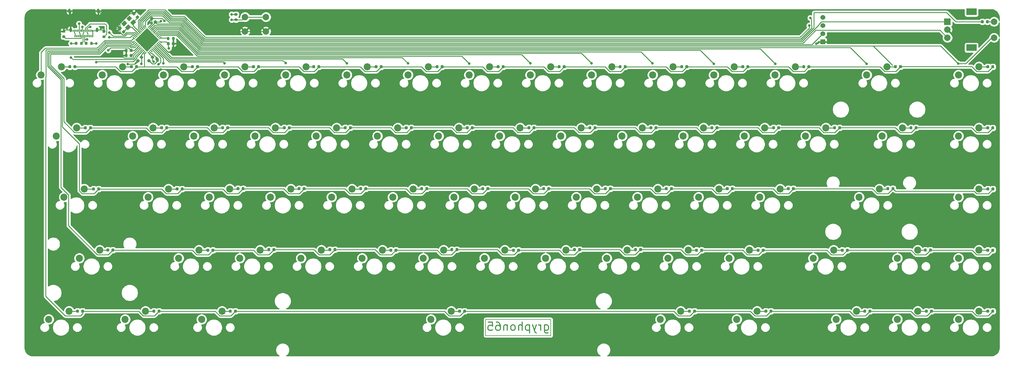
<source format=gbl>
%TF.GenerationSoftware,KiCad,Pcbnew,(5.1.9)-1*%
%TF.CreationDate,2021-04-19T19:21:17-07:00*%
%TF.ProjectId,keyboard,6b657962-6f61-4726-942e-6b696361645f,rev?*%
%TF.SameCoordinates,Original*%
%TF.FileFunction,Copper,L2,Bot*%
%TF.FilePolarity,Positive*%
%FSLAX46Y46*%
G04 Gerber Fmt 4.6, Leading zero omitted, Abs format (unit mm)*
G04 Created by KiCad (PCBNEW (5.1.9)-1) date 2021-04-19 19:21:17*
%MOMM*%
%LPD*%
G01*
G04 APERTURE LIST*
%TA.AperFunction,NonConductor*%
%ADD10C,0.300000*%
%TD*%
%TA.AperFunction,NonConductor*%
%ADD11C,0.150000*%
%TD*%
%TA.AperFunction,ComponentPad*%
%ADD12C,2.200000*%
%TD*%
%TA.AperFunction,SMDPad,CuDef*%
%ADD13R,0.300000X0.700000*%
%TD*%
%TA.AperFunction,ComponentPad*%
%ADD14O,0.800000X1.400000*%
%TD*%
%TA.AperFunction,SMDPad,CuDef*%
%ADD15C,0.100000*%
%TD*%
%TA.AperFunction,ComponentPad*%
%ADD16C,1.524000*%
%TD*%
%TA.AperFunction,ComponentPad*%
%ADD17R,1.524000X1.524000*%
%TD*%
%TA.AperFunction,ComponentPad*%
%ADD18C,2.000000*%
%TD*%
%TA.AperFunction,ComponentPad*%
%ADD19R,2.000000X2.000000*%
%TD*%
%TA.AperFunction,ComponentPad*%
%ADD20R,3.200000X2.000000*%
%TD*%
%TA.AperFunction,ViaPad*%
%ADD21C,0.800000*%
%TD*%
%TA.AperFunction,Conductor*%
%ADD22C,0.250000*%
%TD*%
%TA.AperFunction,Conductor*%
%ADD23C,0.254000*%
%TD*%
%TA.AperFunction,Conductor*%
%ADD24C,0.100000*%
%TD*%
G04 APERTURE END LIST*
D10*
X226695241Y-131289334D02*
X226695241Y-133345524D01*
X226816194Y-133587429D01*
X226937146Y-133708381D01*
X227179051Y-133829334D01*
X227541908Y-133829334D01*
X227783813Y-133708381D01*
X226695241Y-132861715D02*
X226937146Y-132982667D01*
X227420956Y-132982667D01*
X227662860Y-132861715D01*
X227783813Y-132740762D01*
X227904765Y-132498858D01*
X227904765Y-131773143D01*
X227783813Y-131531239D01*
X227662860Y-131410286D01*
X227420956Y-131289334D01*
X226937146Y-131289334D01*
X226695241Y-131410286D01*
X225485718Y-132982667D02*
X225485718Y-131289334D01*
X225485718Y-131773143D02*
X225364765Y-131531239D01*
X225243813Y-131410286D01*
X225001908Y-131289334D01*
X224760003Y-131289334D01*
X224155241Y-131289334D02*
X223550480Y-132982667D01*
X222945718Y-131289334D02*
X223550480Y-132982667D01*
X223792384Y-133587429D01*
X223913337Y-133708381D01*
X224155241Y-133829334D01*
X221978099Y-131289334D02*
X221978099Y-133829334D01*
X221978099Y-131410286D02*
X221736194Y-131289334D01*
X221252384Y-131289334D01*
X221010480Y-131410286D01*
X220889527Y-131531239D01*
X220768575Y-131773143D01*
X220768575Y-132498858D01*
X220889527Y-132740762D01*
X221010480Y-132861715D01*
X221252384Y-132982667D01*
X221736194Y-132982667D01*
X221978099Y-132861715D01*
X219680003Y-132982667D02*
X219680003Y-130442667D01*
X218591432Y-132982667D02*
X218591432Y-131652191D01*
X218712384Y-131410286D01*
X218954289Y-131289334D01*
X219317146Y-131289334D01*
X219559051Y-131410286D01*
X219680003Y-131531239D01*
X217019051Y-132982667D02*
X217260956Y-132861715D01*
X217381908Y-132740762D01*
X217502860Y-132498858D01*
X217502860Y-131773143D01*
X217381908Y-131531239D01*
X217260956Y-131410286D01*
X217019051Y-131289334D01*
X216656194Y-131289334D01*
X216414289Y-131410286D01*
X216293337Y-131531239D01*
X216172384Y-131773143D01*
X216172384Y-132498858D01*
X216293337Y-132740762D01*
X216414289Y-132861715D01*
X216656194Y-132982667D01*
X217019051Y-132982667D01*
X215083813Y-131289334D02*
X215083813Y-132982667D01*
X215083813Y-131531239D02*
X214962860Y-131410286D01*
X214720956Y-131289334D01*
X214358099Y-131289334D01*
X214116194Y-131410286D01*
X213995241Y-131652191D01*
X213995241Y-132982667D01*
X211697146Y-130442667D02*
X212180956Y-130442667D01*
X212422860Y-130563620D01*
X212543813Y-130684572D01*
X212785718Y-131047429D01*
X212906670Y-131531239D01*
X212906670Y-132498858D01*
X212785718Y-132740762D01*
X212664765Y-132861715D01*
X212422860Y-132982667D01*
X211939051Y-132982667D01*
X211697146Y-132861715D01*
X211576194Y-132740762D01*
X211455241Y-132498858D01*
X211455241Y-131894096D01*
X211576194Y-131652191D01*
X211697146Y-131531239D01*
X211939051Y-131410286D01*
X212422860Y-131410286D01*
X212664765Y-131531239D01*
X212785718Y-131652191D01*
X212906670Y-131894096D01*
X209157146Y-130442667D02*
X210366670Y-130442667D01*
X210487622Y-131652191D01*
X210366670Y-131531239D01*
X210124765Y-131410286D01*
X209520003Y-131410286D01*
X209278099Y-131531239D01*
X209157146Y-131652191D01*
X209036194Y-131894096D01*
X209036194Y-132498858D01*
X209157146Y-132740762D01*
X209278099Y-132861715D01*
X209520003Y-132982667D01*
X210124765Y-132982667D01*
X210366670Y-132861715D01*
X210487622Y-132740762D01*
D11*
X228630480Y-134627620D02*
X228630480Y-129547620D01*
X228630480Y-129547620D02*
X208310480Y-129547620D01*
X208310480Y-129547620D02*
X208310480Y-134627620D01*
X208310480Y-134627620D02*
X228630480Y-134627620D01*
%TO.P,D68,2*%
%TO.N,Net-(D68-Pad2)*%
%TA.AperFunction,SMDPad,CuDef*%
G36*
G01*
X364166900Y-37022750D02*
X364166900Y-36510250D01*
G75*
G02*
X364385650Y-36291500I218750J0D01*
G01*
X364823150Y-36291500D01*
G75*
G02*
X365041900Y-36510250I0J-218750D01*
G01*
X365041900Y-37022750D01*
G75*
G02*
X364823150Y-37241500I-218750J0D01*
G01*
X364385650Y-37241500D01*
G75*
G02*
X364166900Y-37022750I0J218750D01*
G01*
G37*
%TD.AperFunction*%
%TO.P,D68,1*%
%TO.N,rowE*%
%TA.AperFunction,SMDPad,CuDef*%
G36*
G01*
X362591900Y-37022750D02*
X362591900Y-36510250D01*
G75*
G02*
X362810650Y-36291500I218750J0D01*
G01*
X363248150Y-36291500D01*
G75*
G02*
X363466900Y-36510250I0J-218750D01*
G01*
X363466900Y-37022750D01*
G75*
G02*
X363248150Y-37241500I-218750J0D01*
G01*
X362810650Y-37241500D01*
G75*
G02*
X362591900Y-37022750I0J218750D01*
G01*
G37*
%TD.AperFunction*%
%TD*%
D12*
%TO.P,K31,1*%
%TO.N,Net-(D31-Pad2)*%
X197643750Y-127000000D03*
%TO.P,K31,2*%
%TO.N,col6*%
X191293750Y-129540000D03*
%TD*%
%TO.P,C8,2*%
%TO.N,ucap*%
%TA.AperFunction,SMDPad,CuDef*%
G36*
G01*
X97451760Y-47554960D02*
X97451760Y-47054960D01*
G75*
G02*
X97676760Y-46829960I225000J0D01*
G01*
X98126760Y-46829960D01*
G75*
G02*
X98351760Y-47054960I0J-225000D01*
G01*
X98351760Y-47554960D01*
G75*
G02*
X98126760Y-47779960I-225000J0D01*
G01*
X97676760Y-47779960D01*
G75*
G02*
X97451760Y-47554960I0J225000D01*
G01*
G37*
%TD.AperFunction*%
%TO.P,C8,1*%
%TO.N,ugnd*%
%TA.AperFunction,SMDPad,CuDef*%
G36*
G01*
X95901760Y-47554960D02*
X95901760Y-47054960D01*
G75*
G02*
X96126760Y-46829960I225000J0D01*
G01*
X96576760Y-46829960D01*
G75*
G02*
X96801760Y-47054960I0J-225000D01*
G01*
X96801760Y-47554960D01*
G75*
G02*
X96576760Y-47779960I-225000J0D01*
G01*
X96126760Y-47779960D01*
G75*
G02*
X95901760Y-47554960I0J225000D01*
G01*
G37*
%TD.AperFunction*%
%TD*%
D13*
%TO.P,J1,B12*%
%TO.N,ugnd*%
X80179920Y-39545480D03*
%TO.P,J1,B11*%
%TO.N,N/C*%
X80679920Y-39545480D03*
%TO.P,J1,B10*%
X81179920Y-39545480D03*
%TO.P,J1,B9*%
%TO.N,VCC*%
X81679920Y-39545480D03*
%TO.P,J1,B8*%
%TO.N,Net-(J1-PadB8)*%
X82179920Y-39545480D03*
%TO.P,J1,B7*%
%TO.N,Net-(J1-PadA7)*%
X82679920Y-39545480D03*
%TO.P,J1,B6*%
%TO.N,Net-(J1-PadA6)*%
X83179920Y-39545480D03*
%TO.P,J1,B5*%
%TO.N,Net-(J1-PadB5)*%
X83679920Y-39545480D03*
%TO.P,J1,B4*%
%TO.N,VCC*%
X84179920Y-39545480D03*
%TO.P,J1,B3*%
%TO.N,N/C*%
X84679920Y-39545480D03*
%TO.P,J1,B2*%
X85179920Y-39545480D03*
D14*
%TO.P,J1,S1*%
%TO.N,ugnd*%
X78689920Y-33385480D03*
X87669920Y-33385480D03*
X87309920Y-39335480D03*
D13*
%TO.P,J1,B1*%
X85679920Y-39545480D03*
%TO.P,J1,A11*%
%TO.N,N/C*%
X85429920Y-41245480D03*
%TO.P,J1,A8*%
%TO.N,Net-(J1-PadA8)*%
X83929920Y-41245480D03*
%TO.P,J1,A9*%
%TO.N,VCC*%
X84429920Y-41245480D03*
%TO.P,J1,A10*%
%TO.N,N/C*%
X84929920Y-41245480D03*
%TO.P,J1,A12*%
%TO.N,ugnd*%
X85929920Y-41245480D03*
%TO.P,J1,A7*%
%TO.N,Net-(J1-PadA7)*%
X83429920Y-41245480D03*
%TO.P,J1,A6*%
%TO.N,Net-(J1-PadA6)*%
X82929920Y-41245480D03*
%TO.P,J1,A5*%
%TO.N,Net-(J1-PadA5)*%
X82429920Y-41245480D03*
%TO.P,J1,A4*%
%TO.N,VCC*%
X81929920Y-41245480D03*
%TO.P,J1,A3*%
%TO.N,N/C*%
X81429920Y-41245480D03*
%TO.P,J1,A2*%
X80929920Y-41245480D03*
%TO.P,J1,A1*%
%TO.N,ugnd*%
X80429920Y-41245480D03*
D14*
%TO.P,J1,S1*%
X79049920Y-39335480D03*
%TD*%
%TA.AperFunction,SMDPad,CuDef*%
D15*
%TO.P,Y1,1*%
%TO.N,xtal1*%
G36*
X98604569Y-35987984D02*
G01*
X99453097Y-36836512D01*
X98463147Y-37826462D01*
X97614619Y-36977934D01*
X98604569Y-35987984D01*
G37*
%TD.AperFunction*%
%TA.AperFunction,SMDPad,CuDef*%
%TO.P,Y1,2*%
%TO.N,xtal2*%
G36*
X97048934Y-37543619D02*
G01*
X97897462Y-38392147D01*
X96907512Y-39382097D01*
X96058984Y-38533569D01*
X97048934Y-37543619D01*
G37*
%TD.AperFunction*%
%TA.AperFunction,SMDPad,CuDef*%
%TO.P,Y1,3*%
%TO.N,N/C*%
G36*
X95846853Y-36341538D02*
G01*
X96695381Y-37190066D01*
X95705431Y-38180016D01*
X94856903Y-37331488D01*
X95846853Y-36341538D01*
G37*
%TD.AperFunction*%
%TA.AperFunction,SMDPad,CuDef*%
%TO.P,Y1,4*%
G36*
X97402488Y-34785903D02*
G01*
X98251016Y-35634431D01*
X97261066Y-36624381D01*
X96412538Y-35775853D01*
X97402488Y-34785903D01*
G37*
%TD.AperFunction*%
%TD*%
D16*
%TO.P,OLED1,1*%
%TO.N,sda*%
X313350240Y-35438080D03*
%TO.P,OLED1,2*%
%TO.N,sck*%
X313350240Y-37978080D03*
%TO.P,OLED1,3*%
%TO.N,VCC*%
X313350240Y-40518080D03*
D17*
%TO.P,OLED1,4*%
%TO.N,ugnd*%
X313350240Y-43058080D03*
%TD*%
D12*
%TO.P,K54,2*%
%TO.N,col12*%
X298450000Y-53340000D03*
%TO.P,K54,1*%
%TO.N,Net-(D54-Pad2)*%
X304800000Y-50800000D03*
%TD*%
%TO.P,C1,1*%
%TO.N,xtal1*%
%TA.AperFunction,SMDPad,CuDef*%
G36*
G01*
X100356983Y-35487429D02*
X100003429Y-35840983D01*
G75*
G02*
X99685231Y-35840983I-159099J159099D01*
G01*
X99367033Y-35522785D01*
G75*
G02*
X99367033Y-35204587I159099J159099D01*
G01*
X99720587Y-34851033D01*
G75*
G02*
X100038785Y-34851033I159099J-159099D01*
G01*
X100356983Y-35169231D01*
G75*
G02*
X100356983Y-35487429I-159099J-159099D01*
G01*
G37*
%TD.AperFunction*%
%TO.P,C1,2*%
%TO.N,ugnd*%
%TA.AperFunction,SMDPad,CuDef*%
G36*
G01*
X99260967Y-34391413D02*
X98907413Y-34744967D01*
G75*
G02*
X98589215Y-34744967I-159099J159099D01*
G01*
X98271017Y-34426769D01*
G75*
G02*
X98271017Y-34108571I159099J159099D01*
G01*
X98624571Y-33755017D01*
G75*
G02*
X98942769Y-33755017I159099J-159099D01*
G01*
X99260967Y-34073215D01*
G75*
G02*
X99260967Y-34391413I-159099J-159099D01*
G01*
G37*
%TD.AperFunction*%
%TD*%
%TO.P,C2,2*%
%TO.N,ugnd*%
%TA.AperFunction,SMDPad,CuDef*%
G36*
G01*
X94942967Y-38963413D02*
X94589413Y-39316967D01*
G75*
G02*
X94271215Y-39316967I-159099J159099D01*
G01*
X93953017Y-38998769D01*
G75*
G02*
X93953017Y-38680571I159099J159099D01*
G01*
X94306571Y-38327017D01*
G75*
G02*
X94624769Y-38327017I159099J-159099D01*
G01*
X94942967Y-38645215D01*
G75*
G02*
X94942967Y-38963413I-159099J-159099D01*
G01*
G37*
%TD.AperFunction*%
%TO.P,C2,1*%
%TO.N,xtal2*%
%TA.AperFunction,SMDPad,CuDef*%
G36*
G01*
X96038983Y-40059429D02*
X95685429Y-40412983D01*
G75*
G02*
X95367231Y-40412983I-159099J159099D01*
G01*
X95049033Y-40094785D01*
G75*
G02*
X95049033Y-39776587I159099J159099D01*
G01*
X95402587Y-39423033D01*
G75*
G02*
X95720785Y-39423033I159099J-159099D01*
G01*
X96038983Y-39741231D01*
G75*
G02*
X96038983Y-40059429I-159099J-159099D01*
G01*
G37*
%TD.AperFunction*%
%TD*%
%TO.P,C3,2*%
%TO.N,ugnd*%
%TA.AperFunction,SMDPad,CuDef*%
G36*
G01*
X110578780Y-43859260D02*
X110578780Y-43359260D01*
G75*
G02*
X110803780Y-43134260I225000J0D01*
G01*
X111253780Y-43134260D01*
G75*
G02*
X111478780Y-43359260I0J-225000D01*
G01*
X111478780Y-43859260D01*
G75*
G02*
X111253780Y-44084260I-225000J0D01*
G01*
X110803780Y-44084260D01*
G75*
G02*
X110578780Y-43859260I0J225000D01*
G01*
G37*
%TD.AperFunction*%
%TO.P,C3,1*%
%TO.N,VCC*%
%TA.AperFunction,SMDPad,CuDef*%
G36*
G01*
X109028780Y-43859260D02*
X109028780Y-43359260D01*
G75*
G02*
X109253780Y-43134260I225000J0D01*
G01*
X109703780Y-43134260D01*
G75*
G02*
X109928780Y-43359260I0J-225000D01*
G01*
X109928780Y-43859260D01*
G75*
G02*
X109703780Y-44084260I-225000J0D01*
G01*
X109253780Y-44084260D01*
G75*
G02*
X109028780Y-43859260I0J225000D01*
G01*
G37*
%TD.AperFunction*%
%TD*%
%TO.P,C4,2*%
%TO.N,ugnd*%
%TA.AperFunction,SMDPad,CuDef*%
G36*
G01*
X96819840Y-45472540D02*
X96819840Y-45972540D01*
G75*
G02*
X96594840Y-46197540I-225000J0D01*
G01*
X96144840Y-46197540D01*
G75*
G02*
X95919840Y-45972540I0J225000D01*
G01*
X95919840Y-45472540D01*
G75*
G02*
X96144840Y-45247540I225000J0D01*
G01*
X96594840Y-45247540D01*
G75*
G02*
X96819840Y-45472540I0J-225000D01*
G01*
G37*
%TD.AperFunction*%
%TO.P,C4,1*%
%TO.N,VCC*%
%TA.AperFunction,SMDPad,CuDef*%
G36*
G01*
X98369840Y-45472540D02*
X98369840Y-45972540D01*
G75*
G02*
X98144840Y-46197540I-225000J0D01*
G01*
X97694840Y-46197540D01*
G75*
G02*
X97469840Y-45972540I0J225000D01*
G01*
X97469840Y-45472540D01*
G75*
G02*
X97694840Y-45247540I225000J0D01*
G01*
X98144840Y-45247540D01*
G75*
G02*
X98369840Y-45472540I0J-225000D01*
G01*
G37*
%TD.AperFunction*%
%TD*%
%TO.P,C5,1*%
%TO.N,VCC*%
%TA.AperFunction,SMDPad,CuDef*%
G36*
G01*
X101288669Y-47328777D02*
X101642223Y-47682331D01*
G75*
G02*
X101642223Y-48000529I-159099J-159099D01*
G01*
X101324025Y-48318727D01*
G75*
G02*
X101005827Y-48318727I-159099J159099D01*
G01*
X100652273Y-47965173D01*
G75*
G02*
X100652273Y-47646975I159099J159099D01*
G01*
X100970471Y-47328777D01*
G75*
G02*
X101288669Y-47328777I159099J-159099D01*
G01*
G37*
%TD.AperFunction*%
%TO.P,C5,2*%
%TO.N,ugnd*%
%TA.AperFunction,SMDPad,CuDef*%
G36*
G01*
X100192653Y-48424793D02*
X100546207Y-48778347D01*
G75*
G02*
X100546207Y-49096545I-159099J-159099D01*
G01*
X100228009Y-49414743D01*
G75*
G02*
X99909811Y-49414743I-159099J159099D01*
G01*
X99556257Y-49061189D01*
G75*
G02*
X99556257Y-48742991I159099J159099D01*
G01*
X99874455Y-48424793D01*
G75*
G02*
X100192653Y-48424793I159099J-159099D01*
G01*
G37*
%TD.AperFunction*%
%TD*%
%TO.P,C6,1*%
%TO.N,VCC*%
%TA.AperFunction,SMDPad,CuDef*%
G36*
G01*
X104700521Y-47312905D02*
X105054075Y-47666459D01*
G75*
G02*
X105054075Y-47984657I-159099J-159099D01*
G01*
X104735877Y-48302855D01*
G75*
G02*
X104417679Y-48302855I-159099J159099D01*
G01*
X104064125Y-47949301D01*
G75*
G02*
X104064125Y-47631103I159099J159099D01*
G01*
X104382323Y-47312905D01*
G75*
G02*
X104700521Y-47312905I159099J-159099D01*
G01*
G37*
%TD.AperFunction*%
%TO.P,C6,2*%
%TO.N,ugnd*%
%TA.AperFunction,SMDPad,CuDef*%
G36*
G01*
X103604505Y-48408921D02*
X103958059Y-48762475D01*
G75*
G02*
X103958059Y-49080673I-159099J-159099D01*
G01*
X103639861Y-49398871D01*
G75*
G02*
X103321663Y-49398871I-159099J159099D01*
G01*
X102968109Y-49045317D01*
G75*
G02*
X102968109Y-48727119I159099J159099D01*
G01*
X103286307Y-48408921D01*
G75*
G02*
X103604505Y-48408921I159099J-159099D01*
G01*
G37*
%TD.AperFunction*%
%TD*%
%TO.P,C7,2*%
%TO.N,ugnd*%
%TA.AperFunction,SMDPad,CuDef*%
G36*
G01*
X104831187Y-35895093D02*
X104477633Y-36248647D01*
G75*
G02*
X104159435Y-36248647I-159099J159099D01*
G01*
X103841237Y-35930449D01*
G75*
G02*
X103841237Y-35612251I159099J159099D01*
G01*
X104194791Y-35258697D01*
G75*
G02*
X104512989Y-35258697I159099J-159099D01*
G01*
X104831187Y-35576895D01*
G75*
G02*
X104831187Y-35895093I-159099J-159099D01*
G01*
G37*
%TD.AperFunction*%
%TO.P,C7,1*%
%TO.N,VCC*%
%TA.AperFunction,SMDPad,CuDef*%
G36*
G01*
X105927203Y-36991109D02*
X105573649Y-37344663D01*
G75*
G02*
X105255451Y-37344663I-159099J159099D01*
G01*
X104937253Y-37026465D01*
G75*
G02*
X104937253Y-36708267I159099J159099D01*
G01*
X105290807Y-36354713D01*
G75*
G02*
X105609005Y-36354713I159099J-159099D01*
G01*
X105927203Y-36672911D01*
G75*
G02*
X105927203Y-36991109I-159099J-159099D01*
G01*
G37*
%TD.AperFunction*%
%TD*%
%TO.P,D1,1*%
%TO.N,row0*%
%TA.AperFunction,SMDPad,CuDef*%
G36*
G01*
X80825000Y-50543750D02*
X80825000Y-51056250D01*
G75*
G02*
X80606250Y-51275000I-218750J0D01*
G01*
X80168750Y-51275000D01*
G75*
G02*
X79950000Y-51056250I0J218750D01*
G01*
X79950000Y-50543750D01*
G75*
G02*
X80168750Y-50325000I218750J0D01*
G01*
X80606250Y-50325000D01*
G75*
G02*
X80825000Y-50543750I0J-218750D01*
G01*
G37*
%TD.AperFunction*%
%TO.P,D1,2*%
%TO.N,Net-(D1-Pad2)*%
%TA.AperFunction,SMDPad,CuDef*%
G36*
G01*
X79250000Y-50543750D02*
X79250000Y-51056250D01*
G75*
G02*
X79031250Y-51275000I-218750J0D01*
G01*
X78593750Y-51275000D01*
G75*
G02*
X78375000Y-51056250I0J218750D01*
G01*
X78375000Y-50543750D01*
G75*
G02*
X78593750Y-50325000I218750J0D01*
G01*
X79031250Y-50325000D01*
G75*
G02*
X79250000Y-50543750I0J-218750D01*
G01*
G37*
%TD.AperFunction*%
%TD*%
%TO.P,D2,1*%
%TO.N,row1*%
%TA.AperFunction,SMDPad,CuDef*%
G36*
G01*
X85680000Y-69593750D02*
X85680000Y-70106250D01*
G75*
G02*
X85461250Y-70325000I-218750J0D01*
G01*
X85023750Y-70325000D01*
G75*
G02*
X84805000Y-70106250I0J218750D01*
G01*
X84805000Y-69593750D01*
G75*
G02*
X85023750Y-69375000I218750J0D01*
G01*
X85461250Y-69375000D01*
G75*
G02*
X85680000Y-69593750I0J-218750D01*
G01*
G37*
%TD.AperFunction*%
%TO.P,D2,2*%
%TO.N,Net-(D2-Pad2)*%
%TA.AperFunction,SMDPad,CuDef*%
G36*
G01*
X84105000Y-69593750D02*
X84105000Y-70106250D01*
G75*
G02*
X83886250Y-70325000I-218750J0D01*
G01*
X83448750Y-70325000D01*
G75*
G02*
X83230000Y-70106250I0J218750D01*
G01*
X83230000Y-69593750D01*
G75*
G02*
X83448750Y-69375000I218750J0D01*
G01*
X83886250Y-69375000D01*
G75*
G02*
X84105000Y-69593750I0J-218750D01*
G01*
G37*
%TD.AperFunction*%
%TD*%
%TO.P,D3,2*%
%TO.N,Net-(D3-Pad2)*%
%TA.AperFunction,SMDPad,CuDef*%
G36*
G01*
X86645000Y-88643750D02*
X86645000Y-89156250D01*
G75*
G02*
X86426250Y-89375000I-218750J0D01*
G01*
X85988750Y-89375000D01*
G75*
G02*
X85770000Y-89156250I0J218750D01*
G01*
X85770000Y-88643750D01*
G75*
G02*
X85988750Y-88425000I218750J0D01*
G01*
X86426250Y-88425000D01*
G75*
G02*
X86645000Y-88643750I0J-218750D01*
G01*
G37*
%TD.AperFunction*%
%TO.P,D3,1*%
%TO.N,row2*%
%TA.AperFunction,SMDPad,CuDef*%
G36*
G01*
X88220000Y-88643750D02*
X88220000Y-89156250D01*
G75*
G02*
X88001250Y-89375000I-218750J0D01*
G01*
X87563750Y-89375000D01*
G75*
G02*
X87345000Y-89156250I0J218750D01*
G01*
X87345000Y-88643750D01*
G75*
G02*
X87563750Y-88425000I218750J0D01*
G01*
X88001250Y-88425000D01*
G75*
G02*
X88220000Y-88643750I0J-218750D01*
G01*
G37*
%TD.AperFunction*%
%TD*%
%TO.P,D4,1*%
%TO.N,row3*%
%TA.AperFunction,SMDPad,CuDef*%
G36*
G01*
X92665000Y-107693750D02*
X92665000Y-108206250D01*
G75*
G02*
X92446250Y-108425000I-218750J0D01*
G01*
X92008750Y-108425000D01*
G75*
G02*
X91790000Y-108206250I0J218750D01*
G01*
X91790000Y-107693750D01*
G75*
G02*
X92008750Y-107475000I218750J0D01*
G01*
X92446250Y-107475000D01*
G75*
G02*
X92665000Y-107693750I0J-218750D01*
G01*
G37*
%TD.AperFunction*%
%TO.P,D4,2*%
%TO.N,Net-(D4-Pad2)*%
%TA.AperFunction,SMDPad,CuDef*%
G36*
G01*
X91090000Y-107693750D02*
X91090000Y-108206250D01*
G75*
G02*
X90871250Y-108425000I-218750J0D01*
G01*
X90433750Y-108425000D01*
G75*
G02*
X90215000Y-108206250I0J218750D01*
G01*
X90215000Y-107693750D01*
G75*
G02*
X90433750Y-107475000I218750J0D01*
G01*
X90871250Y-107475000D01*
G75*
G02*
X91090000Y-107693750I0J-218750D01*
G01*
G37*
%TD.AperFunction*%
%TD*%
%TO.P,D5,2*%
%TO.N,Net-(D5-Pad2)*%
%TA.AperFunction,SMDPad,CuDef*%
G36*
G01*
X81650000Y-126743750D02*
X81650000Y-127256250D01*
G75*
G02*
X81431250Y-127475000I-218750J0D01*
G01*
X80993750Y-127475000D01*
G75*
G02*
X80775000Y-127256250I0J218750D01*
G01*
X80775000Y-126743750D01*
G75*
G02*
X80993750Y-126525000I218750J0D01*
G01*
X81431250Y-126525000D01*
G75*
G02*
X81650000Y-126743750I0J-218750D01*
G01*
G37*
%TD.AperFunction*%
%TO.P,D5,1*%
%TO.N,row4*%
%TA.AperFunction,SMDPad,CuDef*%
G36*
G01*
X83225000Y-126743750D02*
X83225000Y-127256250D01*
G75*
G02*
X83006250Y-127475000I-218750J0D01*
G01*
X82568750Y-127475000D01*
G75*
G02*
X82350000Y-127256250I0J218750D01*
G01*
X82350000Y-126743750D01*
G75*
G02*
X82568750Y-126525000I218750J0D01*
G01*
X83006250Y-126525000D01*
G75*
G02*
X83225000Y-126743750I0J-218750D01*
G01*
G37*
%TD.AperFunction*%
%TD*%
%TO.P,D6,2*%
%TO.N,Net-(D6-Pad2)*%
%TA.AperFunction,SMDPad,CuDef*%
G36*
G01*
X98450000Y-50543750D02*
X98450000Y-51056250D01*
G75*
G02*
X98231250Y-51275000I-218750J0D01*
G01*
X97793750Y-51275000D01*
G75*
G02*
X97575000Y-51056250I0J218750D01*
G01*
X97575000Y-50543750D01*
G75*
G02*
X97793750Y-50325000I218750J0D01*
G01*
X98231250Y-50325000D01*
G75*
G02*
X98450000Y-50543750I0J-218750D01*
G01*
G37*
%TD.AperFunction*%
%TO.P,D6,1*%
%TO.N,row0*%
%TA.AperFunction,SMDPad,CuDef*%
G36*
G01*
X100025000Y-50543750D02*
X100025000Y-51056250D01*
G75*
G02*
X99806250Y-51275000I-218750J0D01*
G01*
X99368750Y-51275000D01*
G75*
G02*
X99150000Y-51056250I0J218750D01*
G01*
X99150000Y-50543750D01*
G75*
G02*
X99368750Y-50325000I218750J0D01*
G01*
X99806250Y-50325000D01*
G75*
G02*
X100025000Y-50543750I0J-218750D01*
G01*
G37*
%TD.AperFunction*%
%TD*%
%TO.P,D7,2*%
%TO.N,Net-(D7-Pad2)*%
%TA.AperFunction,SMDPad,CuDef*%
G36*
G01*
X107850000Y-69543750D02*
X107850000Y-70056250D01*
G75*
G02*
X107631250Y-70275000I-218750J0D01*
G01*
X107193750Y-70275000D01*
G75*
G02*
X106975000Y-70056250I0J218750D01*
G01*
X106975000Y-69543750D01*
G75*
G02*
X107193750Y-69325000I218750J0D01*
G01*
X107631250Y-69325000D01*
G75*
G02*
X107850000Y-69543750I0J-218750D01*
G01*
G37*
%TD.AperFunction*%
%TO.P,D7,1*%
%TO.N,row1*%
%TA.AperFunction,SMDPad,CuDef*%
G36*
G01*
X109425000Y-69543750D02*
X109425000Y-70056250D01*
G75*
G02*
X109206250Y-70275000I-218750J0D01*
G01*
X108768750Y-70275000D01*
G75*
G02*
X108550000Y-70056250I0J218750D01*
G01*
X108550000Y-69543750D01*
G75*
G02*
X108768750Y-69325000I218750J0D01*
G01*
X109206250Y-69325000D01*
G75*
G02*
X109425000Y-69543750I0J-218750D01*
G01*
G37*
%TD.AperFunction*%
%TD*%
%TO.P,D8,1*%
%TO.N,row2*%
%TA.AperFunction,SMDPad,CuDef*%
G36*
G01*
X114255000Y-88643750D02*
X114255000Y-89156250D01*
G75*
G02*
X114036250Y-89375000I-218750J0D01*
G01*
X113598750Y-89375000D01*
G75*
G02*
X113380000Y-89156250I0J218750D01*
G01*
X113380000Y-88643750D01*
G75*
G02*
X113598750Y-88425000I218750J0D01*
G01*
X114036250Y-88425000D01*
G75*
G02*
X114255000Y-88643750I0J-218750D01*
G01*
G37*
%TD.AperFunction*%
%TO.P,D8,2*%
%TO.N,Net-(D8-Pad2)*%
%TA.AperFunction,SMDPad,CuDef*%
G36*
G01*
X112680000Y-88643750D02*
X112680000Y-89156250D01*
G75*
G02*
X112461250Y-89375000I-218750J0D01*
G01*
X112023750Y-89375000D01*
G75*
G02*
X111805000Y-89156250I0J218750D01*
G01*
X111805000Y-88643750D01*
G75*
G02*
X112023750Y-88425000I218750J0D01*
G01*
X112461250Y-88425000D01*
G75*
G02*
X112680000Y-88643750I0J-218750D01*
G01*
G37*
%TD.AperFunction*%
%TD*%
%TO.P,D9,2*%
%TO.N,Net-(D9-Pad2)*%
%TA.AperFunction,SMDPad,CuDef*%
G36*
G01*
X105450000Y-126743750D02*
X105450000Y-127256250D01*
G75*
G02*
X105231250Y-127475000I-218750J0D01*
G01*
X104793750Y-127475000D01*
G75*
G02*
X104575000Y-127256250I0J218750D01*
G01*
X104575000Y-126743750D01*
G75*
G02*
X104793750Y-126525000I218750J0D01*
G01*
X105231250Y-126525000D01*
G75*
G02*
X105450000Y-126743750I0J-218750D01*
G01*
G37*
%TD.AperFunction*%
%TO.P,D9,1*%
%TO.N,row4*%
%TA.AperFunction,SMDPad,CuDef*%
G36*
G01*
X107025000Y-126743750D02*
X107025000Y-127256250D01*
G75*
G02*
X106806250Y-127475000I-218750J0D01*
G01*
X106368750Y-127475000D01*
G75*
G02*
X106150000Y-127256250I0J218750D01*
G01*
X106150000Y-126743750D01*
G75*
G02*
X106368750Y-126525000I218750J0D01*
G01*
X106806250Y-126525000D01*
G75*
G02*
X107025000Y-126743750I0J-218750D01*
G01*
G37*
%TD.AperFunction*%
%TD*%
%TO.P,D10,2*%
%TO.N,Net-(D10-Pad2)*%
%TA.AperFunction,SMDPad,CuDef*%
G36*
G01*
X117450000Y-50543750D02*
X117450000Y-51056250D01*
G75*
G02*
X117231250Y-51275000I-218750J0D01*
G01*
X116793750Y-51275000D01*
G75*
G02*
X116575000Y-51056250I0J218750D01*
G01*
X116575000Y-50543750D01*
G75*
G02*
X116793750Y-50325000I218750J0D01*
G01*
X117231250Y-50325000D01*
G75*
G02*
X117450000Y-50543750I0J-218750D01*
G01*
G37*
%TD.AperFunction*%
%TO.P,D10,1*%
%TO.N,row0*%
%TA.AperFunction,SMDPad,CuDef*%
G36*
G01*
X119025000Y-50543750D02*
X119025000Y-51056250D01*
G75*
G02*
X118806250Y-51275000I-218750J0D01*
G01*
X118368750Y-51275000D01*
G75*
G02*
X118150000Y-51056250I0J218750D01*
G01*
X118150000Y-50543750D01*
G75*
G02*
X118368750Y-50325000I218750J0D01*
G01*
X118806250Y-50325000D01*
G75*
G02*
X119025000Y-50543750I0J-218750D01*
G01*
G37*
%TD.AperFunction*%
%TD*%
%TO.P,D11,2*%
%TO.N,Net-(D11-Pad2)*%
%TA.AperFunction,SMDPad,CuDef*%
G36*
G01*
X126850000Y-69543750D02*
X126850000Y-70056250D01*
G75*
G02*
X126631250Y-70275000I-218750J0D01*
G01*
X126193750Y-70275000D01*
G75*
G02*
X125975000Y-70056250I0J218750D01*
G01*
X125975000Y-69543750D01*
G75*
G02*
X126193750Y-69325000I218750J0D01*
G01*
X126631250Y-69325000D01*
G75*
G02*
X126850000Y-69543750I0J-218750D01*
G01*
G37*
%TD.AperFunction*%
%TO.P,D11,1*%
%TO.N,row1*%
%TA.AperFunction,SMDPad,CuDef*%
G36*
G01*
X128425000Y-69543750D02*
X128425000Y-70056250D01*
G75*
G02*
X128206250Y-70275000I-218750J0D01*
G01*
X127768750Y-70275000D01*
G75*
G02*
X127550000Y-70056250I0J218750D01*
G01*
X127550000Y-69543750D01*
G75*
G02*
X127768750Y-69325000I218750J0D01*
G01*
X128206250Y-69325000D01*
G75*
G02*
X128425000Y-69543750I0J-218750D01*
G01*
G37*
%TD.AperFunction*%
%TD*%
%TO.P,D12,1*%
%TO.N,row2*%
%TA.AperFunction,SMDPad,CuDef*%
G36*
G01*
X133225000Y-88543750D02*
X133225000Y-89056250D01*
G75*
G02*
X133006250Y-89275000I-218750J0D01*
G01*
X132568750Y-89275000D01*
G75*
G02*
X132350000Y-89056250I0J218750D01*
G01*
X132350000Y-88543750D01*
G75*
G02*
X132568750Y-88325000I218750J0D01*
G01*
X133006250Y-88325000D01*
G75*
G02*
X133225000Y-88543750I0J-218750D01*
G01*
G37*
%TD.AperFunction*%
%TO.P,D12,2*%
%TO.N,Net-(D12-Pad2)*%
%TA.AperFunction,SMDPad,CuDef*%
G36*
G01*
X131650000Y-88543750D02*
X131650000Y-89056250D01*
G75*
G02*
X131431250Y-89275000I-218750J0D01*
G01*
X130993750Y-89275000D01*
G75*
G02*
X130775000Y-89056250I0J218750D01*
G01*
X130775000Y-88543750D01*
G75*
G02*
X130993750Y-88325000I218750J0D01*
G01*
X131431250Y-88325000D01*
G75*
G02*
X131650000Y-88543750I0J-218750D01*
G01*
G37*
%TD.AperFunction*%
%TD*%
%TO.P,D13,1*%
%TO.N,row3*%
%TA.AperFunction,SMDPad,CuDef*%
G36*
G01*
X123825000Y-107743750D02*
X123825000Y-108256250D01*
G75*
G02*
X123606250Y-108475000I-218750J0D01*
G01*
X123168750Y-108475000D01*
G75*
G02*
X122950000Y-108256250I0J218750D01*
G01*
X122950000Y-107743750D01*
G75*
G02*
X123168750Y-107525000I218750J0D01*
G01*
X123606250Y-107525000D01*
G75*
G02*
X123825000Y-107743750I0J-218750D01*
G01*
G37*
%TD.AperFunction*%
%TO.P,D13,2*%
%TO.N,Net-(D13-Pad2)*%
%TA.AperFunction,SMDPad,CuDef*%
G36*
G01*
X122250000Y-107743750D02*
X122250000Y-108256250D01*
G75*
G02*
X122031250Y-108475000I-218750J0D01*
G01*
X121593750Y-108475000D01*
G75*
G02*
X121375000Y-108256250I0J218750D01*
G01*
X121375000Y-107743750D01*
G75*
G02*
X121593750Y-107525000I218750J0D01*
G01*
X122031250Y-107525000D01*
G75*
G02*
X122250000Y-107743750I0J-218750D01*
G01*
G37*
%TD.AperFunction*%
%TD*%
%TO.P,D14,2*%
%TO.N,Net-(D14-Pad2)*%
%TA.AperFunction,SMDPad,CuDef*%
G36*
G01*
X129250000Y-126743750D02*
X129250000Y-127256250D01*
G75*
G02*
X129031250Y-127475000I-218750J0D01*
G01*
X128593750Y-127475000D01*
G75*
G02*
X128375000Y-127256250I0J218750D01*
G01*
X128375000Y-126743750D01*
G75*
G02*
X128593750Y-126525000I218750J0D01*
G01*
X129031250Y-126525000D01*
G75*
G02*
X129250000Y-126743750I0J-218750D01*
G01*
G37*
%TD.AperFunction*%
%TO.P,D14,1*%
%TO.N,row4*%
%TA.AperFunction,SMDPad,CuDef*%
G36*
G01*
X130825000Y-126743750D02*
X130825000Y-127256250D01*
G75*
G02*
X130606250Y-127475000I-218750J0D01*
G01*
X130168750Y-127475000D01*
G75*
G02*
X129950000Y-127256250I0J218750D01*
G01*
X129950000Y-126743750D01*
G75*
G02*
X130168750Y-126525000I218750J0D01*
G01*
X130606250Y-126525000D01*
G75*
G02*
X130825000Y-126743750I0J-218750D01*
G01*
G37*
%TD.AperFunction*%
%TD*%
%TO.P,D15,1*%
%TO.N,row0*%
%TA.AperFunction,SMDPad,CuDef*%
G36*
G01*
X138025000Y-50543750D02*
X138025000Y-51056250D01*
G75*
G02*
X137806250Y-51275000I-218750J0D01*
G01*
X137368750Y-51275000D01*
G75*
G02*
X137150000Y-51056250I0J218750D01*
G01*
X137150000Y-50543750D01*
G75*
G02*
X137368750Y-50325000I218750J0D01*
G01*
X137806250Y-50325000D01*
G75*
G02*
X138025000Y-50543750I0J-218750D01*
G01*
G37*
%TD.AperFunction*%
%TO.P,D15,2*%
%TO.N,Net-(D15-Pad2)*%
%TA.AperFunction,SMDPad,CuDef*%
G36*
G01*
X136450000Y-50543750D02*
X136450000Y-51056250D01*
G75*
G02*
X136231250Y-51275000I-218750J0D01*
G01*
X135793750Y-51275000D01*
G75*
G02*
X135575000Y-51056250I0J218750D01*
G01*
X135575000Y-50543750D01*
G75*
G02*
X135793750Y-50325000I218750J0D01*
G01*
X136231250Y-50325000D01*
G75*
G02*
X136450000Y-50543750I0J-218750D01*
G01*
G37*
%TD.AperFunction*%
%TD*%
%TO.P,D16,1*%
%TO.N,row1*%
%TA.AperFunction,SMDPad,CuDef*%
G36*
G01*
X147625000Y-69543750D02*
X147625000Y-70056250D01*
G75*
G02*
X147406250Y-70275000I-218750J0D01*
G01*
X146968750Y-70275000D01*
G75*
G02*
X146750000Y-70056250I0J218750D01*
G01*
X146750000Y-69543750D01*
G75*
G02*
X146968750Y-69325000I218750J0D01*
G01*
X147406250Y-69325000D01*
G75*
G02*
X147625000Y-69543750I0J-218750D01*
G01*
G37*
%TD.AperFunction*%
%TO.P,D16,2*%
%TO.N,Net-(D16-Pad2)*%
%TA.AperFunction,SMDPad,CuDef*%
G36*
G01*
X146050000Y-69543750D02*
X146050000Y-70056250D01*
G75*
G02*
X145831250Y-70275000I-218750J0D01*
G01*
X145393750Y-70275000D01*
G75*
G02*
X145175000Y-70056250I0J218750D01*
G01*
X145175000Y-69543750D01*
G75*
G02*
X145393750Y-69325000I218750J0D01*
G01*
X145831250Y-69325000D01*
G75*
G02*
X146050000Y-69543750I0J-218750D01*
G01*
G37*
%TD.AperFunction*%
%TD*%
%TO.P,D17,2*%
%TO.N,Net-(D17-Pad2)*%
%TA.AperFunction,SMDPad,CuDef*%
G36*
G01*
X150650000Y-88543750D02*
X150650000Y-89056250D01*
G75*
G02*
X150431250Y-89275000I-218750J0D01*
G01*
X149993750Y-89275000D01*
G75*
G02*
X149775000Y-89056250I0J218750D01*
G01*
X149775000Y-88543750D01*
G75*
G02*
X149993750Y-88325000I218750J0D01*
G01*
X150431250Y-88325000D01*
G75*
G02*
X150650000Y-88543750I0J-218750D01*
G01*
G37*
%TD.AperFunction*%
%TO.P,D17,1*%
%TO.N,row2*%
%TA.AperFunction,SMDPad,CuDef*%
G36*
G01*
X152225000Y-88543750D02*
X152225000Y-89056250D01*
G75*
G02*
X152006250Y-89275000I-218750J0D01*
G01*
X151568750Y-89275000D01*
G75*
G02*
X151350000Y-89056250I0J218750D01*
G01*
X151350000Y-88543750D01*
G75*
G02*
X151568750Y-88325000I218750J0D01*
G01*
X152006250Y-88325000D01*
G75*
G02*
X152225000Y-88543750I0J-218750D01*
G01*
G37*
%TD.AperFunction*%
%TD*%
%TO.P,D18,1*%
%TO.N,row3*%
%TA.AperFunction,SMDPad,CuDef*%
G36*
G01*
X142825000Y-107543750D02*
X142825000Y-108056250D01*
G75*
G02*
X142606250Y-108275000I-218750J0D01*
G01*
X142168750Y-108275000D01*
G75*
G02*
X141950000Y-108056250I0J218750D01*
G01*
X141950000Y-107543750D01*
G75*
G02*
X142168750Y-107325000I218750J0D01*
G01*
X142606250Y-107325000D01*
G75*
G02*
X142825000Y-107543750I0J-218750D01*
G01*
G37*
%TD.AperFunction*%
%TO.P,D18,2*%
%TO.N,Net-(D18-Pad2)*%
%TA.AperFunction,SMDPad,CuDef*%
G36*
G01*
X141250000Y-107543750D02*
X141250000Y-108056250D01*
G75*
G02*
X141031250Y-108275000I-218750J0D01*
G01*
X140593750Y-108275000D01*
G75*
G02*
X140375000Y-108056250I0J218750D01*
G01*
X140375000Y-107543750D01*
G75*
G02*
X140593750Y-107325000I218750J0D01*
G01*
X141031250Y-107325000D01*
G75*
G02*
X141250000Y-107543750I0J-218750D01*
G01*
G37*
%TD.AperFunction*%
%TD*%
%TO.P,D19,1*%
%TO.N,row0*%
%TA.AperFunction,SMDPad,CuDef*%
G36*
G01*
X156800000Y-50543750D02*
X156800000Y-51056250D01*
G75*
G02*
X156581250Y-51275000I-218750J0D01*
G01*
X156143750Y-51275000D01*
G75*
G02*
X155925000Y-51056250I0J218750D01*
G01*
X155925000Y-50543750D01*
G75*
G02*
X156143750Y-50325000I218750J0D01*
G01*
X156581250Y-50325000D01*
G75*
G02*
X156800000Y-50543750I0J-218750D01*
G01*
G37*
%TD.AperFunction*%
%TO.P,D19,2*%
%TO.N,Net-(D19-Pad2)*%
%TA.AperFunction,SMDPad,CuDef*%
G36*
G01*
X155225000Y-50543750D02*
X155225000Y-51056250D01*
G75*
G02*
X155006250Y-51275000I-218750J0D01*
G01*
X154568750Y-51275000D01*
G75*
G02*
X154350000Y-51056250I0J218750D01*
G01*
X154350000Y-50543750D01*
G75*
G02*
X154568750Y-50325000I218750J0D01*
G01*
X155006250Y-50325000D01*
G75*
G02*
X155225000Y-50543750I0J-218750D01*
G01*
G37*
%TD.AperFunction*%
%TD*%
%TO.P,D20,2*%
%TO.N,Net-(D20-Pad2)*%
%TA.AperFunction,SMDPad,CuDef*%
G36*
G01*
X165050000Y-69543750D02*
X165050000Y-70056250D01*
G75*
G02*
X164831250Y-70275000I-218750J0D01*
G01*
X164393750Y-70275000D01*
G75*
G02*
X164175000Y-70056250I0J218750D01*
G01*
X164175000Y-69543750D01*
G75*
G02*
X164393750Y-69325000I218750J0D01*
G01*
X164831250Y-69325000D01*
G75*
G02*
X165050000Y-69543750I0J-218750D01*
G01*
G37*
%TD.AperFunction*%
%TO.P,D20,1*%
%TO.N,row1*%
%TA.AperFunction,SMDPad,CuDef*%
G36*
G01*
X166625000Y-69543750D02*
X166625000Y-70056250D01*
G75*
G02*
X166406250Y-70275000I-218750J0D01*
G01*
X165968750Y-70275000D01*
G75*
G02*
X165750000Y-70056250I0J218750D01*
G01*
X165750000Y-69543750D01*
G75*
G02*
X165968750Y-69325000I218750J0D01*
G01*
X166406250Y-69325000D01*
G75*
G02*
X166625000Y-69543750I0J-218750D01*
G01*
G37*
%TD.AperFunction*%
%TD*%
%TO.P,D21,1*%
%TO.N,row2*%
%TA.AperFunction,SMDPad,CuDef*%
G36*
G01*
X171425000Y-88543750D02*
X171425000Y-89056250D01*
G75*
G02*
X171206250Y-89275000I-218750J0D01*
G01*
X170768750Y-89275000D01*
G75*
G02*
X170550000Y-89056250I0J218750D01*
G01*
X170550000Y-88543750D01*
G75*
G02*
X170768750Y-88325000I218750J0D01*
G01*
X171206250Y-88325000D01*
G75*
G02*
X171425000Y-88543750I0J-218750D01*
G01*
G37*
%TD.AperFunction*%
%TO.P,D21,2*%
%TO.N,Net-(D21-Pad2)*%
%TA.AperFunction,SMDPad,CuDef*%
G36*
G01*
X169850000Y-88543750D02*
X169850000Y-89056250D01*
G75*
G02*
X169631250Y-89275000I-218750J0D01*
G01*
X169193750Y-89275000D01*
G75*
G02*
X168975000Y-89056250I0J218750D01*
G01*
X168975000Y-88543750D01*
G75*
G02*
X169193750Y-88325000I218750J0D01*
G01*
X169631250Y-88325000D01*
G75*
G02*
X169850000Y-88543750I0J-218750D01*
G01*
G37*
%TD.AperFunction*%
%TD*%
%TO.P,D22,2*%
%TO.N,Net-(D22-Pad2)*%
%TA.AperFunction,SMDPad,CuDef*%
G36*
G01*
X160250000Y-107543750D02*
X160250000Y-108056250D01*
G75*
G02*
X160031250Y-108275000I-218750J0D01*
G01*
X159593750Y-108275000D01*
G75*
G02*
X159375000Y-108056250I0J218750D01*
G01*
X159375000Y-107543750D01*
G75*
G02*
X159593750Y-107325000I218750J0D01*
G01*
X160031250Y-107325000D01*
G75*
G02*
X160250000Y-107543750I0J-218750D01*
G01*
G37*
%TD.AperFunction*%
%TO.P,D22,1*%
%TO.N,row3*%
%TA.AperFunction,SMDPad,CuDef*%
G36*
G01*
X161825000Y-107543750D02*
X161825000Y-108056250D01*
G75*
G02*
X161606250Y-108275000I-218750J0D01*
G01*
X161168750Y-108275000D01*
G75*
G02*
X160950000Y-108056250I0J218750D01*
G01*
X160950000Y-107543750D01*
G75*
G02*
X161168750Y-107325000I218750J0D01*
G01*
X161606250Y-107325000D01*
G75*
G02*
X161825000Y-107543750I0J-218750D01*
G01*
G37*
%TD.AperFunction*%
%TD*%
%TO.P,D23,1*%
%TO.N,row0*%
%TA.AperFunction,SMDPad,CuDef*%
G36*
G01*
X176225000Y-50543750D02*
X176225000Y-51056250D01*
G75*
G02*
X176006250Y-51275000I-218750J0D01*
G01*
X175568750Y-51275000D01*
G75*
G02*
X175350000Y-51056250I0J218750D01*
G01*
X175350000Y-50543750D01*
G75*
G02*
X175568750Y-50325000I218750J0D01*
G01*
X176006250Y-50325000D01*
G75*
G02*
X176225000Y-50543750I0J-218750D01*
G01*
G37*
%TD.AperFunction*%
%TO.P,D23,2*%
%TO.N,Net-(D23-Pad2)*%
%TA.AperFunction,SMDPad,CuDef*%
G36*
G01*
X174650000Y-50543750D02*
X174650000Y-51056250D01*
G75*
G02*
X174431250Y-51275000I-218750J0D01*
G01*
X173993750Y-51275000D01*
G75*
G02*
X173775000Y-51056250I0J218750D01*
G01*
X173775000Y-50543750D01*
G75*
G02*
X173993750Y-50325000I218750J0D01*
G01*
X174431250Y-50325000D01*
G75*
G02*
X174650000Y-50543750I0J-218750D01*
G01*
G37*
%TD.AperFunction*%
%TD*%
%TO.P,D24,1*%
%TO.N,row1*%
%TA.AperFunction,SMDPad,CuDef*%
G36*
G01*
X185625000Y-69543750D02*
X185625000Y-70056250D01*
G75*
G02*
X185406250Y-70275000I-218750J0D01*
G01*
X184968750Y-70275000D01*
G75*
G02*
X184750000Y-70056250I0J218750D01*
G01*
X184750000Y-69543750D01*
G75*
G02*
X184968750Y-69325000I218750J0D01*
G01*
X185406250Y-69325000D01*
G75*
G02*
X185625000Y-69543750I0J-218750D01*
G01*
G37*
%TD.AperFunction*%
%TO.P,D24,2*%
%TO.N,Net-(D24-Pad2)*%
%TA.AperFunction,SMDPad,CuDef*%
G36*
G01*
X184050000Y-69543750D02*
X184050000Y-70056250D01*
G75*
G02*
X183831250Y-70275000I-218750J0D01*
G01*
X183393750Y-70275000D01*
G75*
G02*
X183175000Y-70056250I0J218750D01*
G01*
X183175000Y-69543750D01*
G75*
G02*
X183393750Y-69325000I218750J0D01*
G01*
X183831250Y-69325000D01*
G75*
G02*
X184050000Y-69543750I0J-218750D01*
G01*
G37*
%TD.AperFunction*%
%TD*%
%TO.P,D25,1*%
%TO.N,row2*%
%TA.AperFunction,SMDPad,CuDef*%
G36*
G01*
X190425000Y-88543750D02*
X190425000Y-89056250D01*
G75*
G02*
X190206250Y-89275000I-218750J0D01*
G01*
X189768750Y-89275000D01*
G75*
G02*
X189550000Y-89056250I0J218750D01*
G01*
X189550000Y-88543750D01*
G75*
G02*
X189768750Y-88325000I218750J0D01*
G01*
X190206250Y-88325000D01*
G75*
G02*
X190425000Y-88543750I0J-218750D01*
G01*
G37*
%TD.AperFunction*%
%TO.P,D25,2*%
%TO.N,Net-(D25-Pad2)*%
%TA.AperFunction,SMDPad,CuDef*%
G36*
G01*
X188850000Y-88543750D02*
X188850000Y-89056250D01*
G75*
G02*
X188631250Y-89275000I-218750J0D01*
G01*
X188193750Y-89275000D01*
G75*
G02*
X187975000Y-89056250I0J218750D01*
G01*
X187975000Y-88543750D01*
G75*
G02*
X188193750Y-88325000I218750J0D01*
G01*
X188631250Y-88325000D01*
G75*
G02*
X188850000Y-88543750I0J-218750D01*
G01*
G37*
%TD.AperFunction*%
%TD*%
%TO.P,D26,2*%
%TO.N,Net-(D26-Pad2)*%
%TA.AperFunction,SMDPad,CuDef*%
G36*
G01*
X179250000Y-107743750D02*
X179250000Y-108256250D01*
G75*
G02*
X179031250Y-108475000I-218750J0D01*
G01*
X178593750Y-108475000D01*
G75*
G02*
X178375000Y-108256250I0J218750D01*
G01*
X178375000Y-107743750D01*
G75*
G02*
X178593750Y-107525000I218750J0D01*
G01*
X179031250Y-107525000D01*
G75*
G02*
X179250000Y-107743750I0J-218750D01*
G01*
G37*
%TD.AperFunction*%
%TO.P,D26,1*%
%TO.N,row3*%
%TA.AperFunction,SMDPad,CuDef*%
G36*
G01*
X180825000Y-107743750D02*
X180825000Y-108256250D01*
G75*
G02*
X180606250Y-108475000I-218750J0D01*
G01*
X180168750Y-108475000D01*
G75*
G02*
X179950000Y-108256250I0J218750D01*
G01*
X179950000Y-107743750D01*
G75*
G02*
X180168750Y-107525000I218750J0D01*
G01*
X180606250Y-107525000D01*
G75*
G02*
X180825000Y-107743750I0J-218750D01*
G01*
G37*
%TD.AperFunction*%
%TD*%
%TO.P,D27,2*%
%TO.N,Net-(D27-Pad2)*%
%TA.AperFunction,SMDPad,CuDef*%
G36*
G01*
X193650000Y-50543750D02*
X193650000Y-51056250D01*
G75*
G02*
X193431250Y-51275000I-218750J0D01*
G01*
X192993750Y-51275000D01*
G75*
G02*
X192775000Y-51056250I0J218750D01*
G01*
X192775000Y-50543750D01*
G75*
G02*
X192993750Y-50325000I218750J0D01*
G01*
X193431250Y-50325000D01*
G75*
G02*
X193650000Y-50543750I0J-218750D01*
G01*
G37*
%TD.AperFunction*%
%TO.P,D27,1*%
%TO.N,row0*%
%TA.AperFunction,SMDPad,CuDef*%
G36*
G01*
X195225000Y-50543750D02*
X195225000Y-51056250D01*
G75*
G02*
X195006250Y-51275000I-218750J0D01*
G01*
X194568750Y-51275000D01*
G75*
G02*
X194350000Y-51056250I0J218750D01*
G01*
X194350000Y-50543750D01*
G75*
G02*
X194568750Y-50325000I218750J0D01*
G01*
X195006250Y-50325000D01*
G75*
G02*
X195225000Y-50543750I0J-218750D01*
G01*
G37*
%TD.AperFunction*%
%TD*%
%TO.P,D28,2*%
%TO.N,Net-(D28-Pad2)*%
%TA.AperFunction,SMDPad,CuDef*%
G36*
G01*
X203050000Y-69543750D02*
X203050000Y-70056250D01*
G75*
G02*
X202831250Y-70275000I-218750J0D01*
G01*
X202393750Y-70275000D01*
G75*
G02*
X202175000Y-70056250I0J218750D01*
G01*
X202175000Y-69543750D01*
G75*
G02*
X202393750Y-69325000I218750J0D01*
G01*
X202831250Y-69325000D01*
G75*
G02*
X203050000Y-69543750I0J-218750D01*
G01*
G37*
%TD.AperFunction*%
%TO.P,D28,1*%
%TO.N,row1*%
%TA.AperFunction,SMDPad,CuDef*%
G36*
G01*
X204625000Y-69543750D02*
X204625000Y-70056250D01*
G75*
G02*
X204406250Y-70275000I-218750J0D01*
G01*
X203968750Y-70275000D01*
G75*
G02*
X203750000Y-70056250I0J218750D01*
G01*
X203750000Y-69543750D01*
G75*
G02*
X203968750Y-69325000I218750J0D01*
G01*
X204406250Y-69325000D01*
G75*
G02*
X204625000Y-69543750I0J-218750D01*
G01*
G37*
%TD.AperFunction*%
%TD*%
%TO.P,D29,2*%
%TO.N,Net-(D29-Pad2)*%
%TA.AperFunction,SMDPad,CuDef*%
G36*
G01*
X207862500Y-88543750D02*
X207862500Y-89056250D01*
G75*
G02*
X207643750Y-89275000I-218750J0D01*
G01*
X207206250Y-89275000D01*
G75*
G02*
X206987500Y-89056250I0J218750D01*
G01*
X206987500Y-88543750D01*
G75*
G02*
X207206250Y-88325000I218750J0D01*
G01*
X207643750Y-88325000D01*
G75*
G02*
X207862500Y-88543750I0J-218750D01*
G01*
G37*
%TD.AperFunction*%
%TO.P,D29,1*%
%TO.N,row2*%
%TA.AperFunction,SMDPad,CuDef*%
G36*
G01*
X209437500Y-88543750D02*
X209437500Y-89056250D01*
G75*
G02*
X209218750Y-89275000I-218750J0D01*
G01*
X208781250Y-89275000D01*
G75*
G02*
X208562500Y-89056250I0J218750D01*
G01*
X208562500Y-88543750D01*
G75*
G02*
X208781250Y-88325000I218750J0D01*
G01*
X209218750Y-88325000D01*
G75*
G02*
X209437500Y-88543750I0J-218750D01*
G01*
G37*
%TD.AperFunction*%
%TD*%
%TO.P,D30,1*%
%TO.N,row3*%
%TA.AperFunction,SMDPad,CuDef*%
G36*
G01*
X199825000Y-107543750D02*
X199825000Y-108056250D01*
G75*
G02*
X199606250Y-108275000I-218750J0D01*
G01*
X199168750Y-108275000D01*
G75*
G02*
X198950000Y-108056250I0J218750D01*
G01*
X198950000Y-107543750D01*
G75*
G02*
X199168750Y-107325000I218750J0D01*
G01*
X199606250Y-107325000D01*
G75*
G02*
X199825000Y-107543750I0J-218750D01*
G01*
G37*
%TD.AperFunction*%
%TO.P,D30,2*%
%TO.N,Net-(D30-Pad2)*%
%TA.AperFunction,SMDPad,CuDef*%
G36*
G01*
X198250000Y-107543750D02*
X198250000Y-108056250D01*
G75*
G02*
X198031250Y-108275000I-218750J0D01*
G01*
X197593750Y-108275000D01*
G75*
G02*
X197375000Y-108056250I0J218750D01*
G01*
X197375000Y-107543750D01*
G75*
G02*
X197593750Y-107325000I218750J0D01*
G01*
X198031250Y-107325000D01*
G75*
G02*
X198250000Y-107543750I0J-218750D01*
G01*
G37*
%TD.AperFunction*%
%TD*%
%TO.P,D31,2*%
%TO.N,Net-(D31-Pad2)*%
%TA.AperFunction,SMDPad,CuDef*%
G36*
G01*
X200650000Y-126743750D02*
X200650000Y-127256250D01*
G75*
G02*
X200431250Y-127475000I-218750J0D01*
G01*
X199993750Y-127475000D01*
G75*
G02*
X199775000Y-127256250I0J218750D01*
G01*
X199775000Y-126743750D01*
G75*
G02*
X199993750Y-126525000I218750J0D01*
G01*
X200431250Y-126525000D01*
G75*
G02*
X200650000Y-126743750I0J-218750D01*
G01*
G37*
%TD.AperFunction*%
%TO.P,D31,1*%
%TO.N,row4*%
%TA.AperFunction,SMDPad,CuDef*%
G36*
G01*
X202225000Y-126743750D02*
X202225000Y-127256250D01*
G75*
G02*
X202006250Y-127475000I-218750J0D01*
G01*
X201568750Y-127475000D01*
G75*
G02*
X201350000Y-127256250I0J218750D01*
G01*
X201350000Y-126743750D01*
G75*
G02*
X201568750Y-126525000I218750J0D01*
G01*
X202006250Y-126525000D01*
G75*
G02*
X202225000Y-126743750I0J-218750D01*
G01*
G37*
%TD.AperFunction*%
%TD*%
%TO.P,D32,1*%
%TO.N,row0*%
%TA.AperFunction,SMDPad,CuDef*%
G36*
G01*
X214225000Y-50543750D02*
X214225000Y-51056250D01*
G75*
G02*
X214006250Y-51275000I-218750J0D01*
G01*
X213568750Y-51275000D01*
G75*
G02*
X213350000Y-51056250I0J218750D01*
G01*
X213350000Y-50543750D01*
G75*
G02*
X213568750Y-50325000I218750J0D01*
G01*
X214006250Y-50325000D01*
G75*
G02*
X214225000Y-50543750I0J-218750D01*
G01*
G37*
%TD.AperFunction*%
%TO.P,D32,2*%
%TO.N,Net-(D32-Pad2)*%
%TA.AperFunction,SMDPad,CuDef*%
G36*
G01*
X212650000Y-50543750D02*
X212650000Y-51056250D01*
G75*
G02*
X212431250Y-51275000I-218750J0D01*
G01*
X211993750Y-51275000D01*
G75*
G02*
X211775000Y-51056250I0J218750D01*
G01*
X211775000Y-50543750D01*
G75*
G02*
X211993750Y-50325000I218750J0D01*
G01*
X212431250Y-50325000D01*
G75*
G02*
X212650000Y-50543750I0J-218750D01*
G01*
G37*
%TD.AperFunction*%
%TD*%
%TO.P,D33,2*%
%TO.N,Net-(D33-Pad2)*%
%TA.AperFunction,SMDPad,CuDef*%
G36*
G01*
X222250000Y-69543750D02*
X222250000Y-70056250D01*
G75*
G02*
X222031250Y-70275000I-218750J0D01*
G01*
X221593750Y-70275000D01*
G75*
G02*
X221375000Y-70056250I0J218750D01*
G01*
X221375000Y-69543750D01*
G75*
G02*
X221593750Y-69325000I218750J0D01*
G01*
X222031250Y-69325000D01*
G75*
G02*
X222250000Y-69543750I0J-218750D01*
G01*
G37*
%TD.AperFunction*%
%TO.P,D33,1*%
%TO.N,row1*%
%TA.AperFunction,SMDPad,CuDef*%
G36*
G01*
X223825000Y-69543750D02*
X223825000Y-70056250D01*
G75*
G02*
X223606250Y-70275000I-218750J0D01*
G01*
X223168750Y-70275000D01*
G75*
G02*
X222950000Y-70056250I0J218750D01*
G01*
X222950000Y-69543750D01*
G75*
G02*
X223168750Y-69325000I218750J0D01*
G01*
X223606250Y-69325000D01*
G75*
G02*
X223825000Y-69543750I0J-218750D01*
G01*
G37*
%TD.AperFunction*%
%TD*%
%TO.P,D34,1*%
%TO.N,row2*%
%TA.AperFunction,SMDPad,CuDef*%
G36*
G01*
X228425000Y-88543750D02*
X228425000Y-89056250D01*
G75*
G02*
X228206250Y-89275000I-218750J0D01*
G01*
X227768750Y-89275000D01*
G75*
G02*
X227550000Y-89056250I0J218750D01*
G01*
X227550000Y-88543750D01*
G75*
G02*
X227768750Y-88325000I218750J0D01*
G01*
X228206250Y-88325000D01*
G75*
G02*
X228425000Y-88543750I0J-218750D01*
G01*
G37*
%TD.AperFunction*%
%TO.P,D34,2*%
%TO.N,Net-(D34-Pad2)*%
%TA.AperFunction,SMDPad,CuDef*%
G36*
G01*
X226850000Y-88543750D02*
X226850000Y-89056250D01*
G75*
G02*
X226631250Y-89275000I-218750J0D01*
G01*
X226193750Y-89275000D01*
G75*
G02*
X225975000Y-89056250I0J218750D01*
G01*
X225975000Y-88543750D01*
G75*
G02*
X226193750Y-88325000I218750J0D01*
G01*
X226631250Y-88325000D01*
G75*
G02*
X226850000Y-88543750I0J-218750D01*
G01*
G37*
%TD.AperFunction*%
%TD*%
%TO.P,D35,2*%
%TO.N,Net-(D35-Pad2)*%
%TA.AperFunction,SMDPad,CuDef*%
G36*
G01*
X217450000Y-107743750D02*
X217450000Y-108256250D01*
G75*
G02*
X217231250Y-108475000I-218750J0D01*
G01*
X216793750Y-108475000D01*
G75*
G02*
X216575000Y-108256250I0J218750D01*
G01*
X216575000Y-107743750D01*
G75*
G02*
X216793750Y-107525000I218750J0D01*
G01*
X217231250Y-107525000D01*
G75*
G02*
X217450000Y-107743750I0J-218750D01*
G01*
G37*
%TD.AperFunction*%
%TO.P,D35,1*%
%TO.N,row3*%
%TA.AperFunction,SMDPad,CuDef*%
G36*
G01*
X219025000Y-107743750D02*
X219025000Y-108256250D01*
G75*
G02*
X218806250Y-108475000I-218750J0D01*
G01*
X218368750Y-108475000D01*
G75*
G02*
X218150000Y-108256250I0J218750D01*
G01*
X218150000Y-107743750D01*
G75*
G02*
X218368750Y-107525000I218750J0D01*
G01*
X218806250Y-107525000D01*
G75*
G02*
X219025000Y-107743750I0J-218750D01*
G01*
G37*
%TD.AperFunction*%
%TD*%
%TO.P,D36,2*%
%TO.N,Net-(D36-Pad2)*%
%TA.AperFunction,SMDPad,CuDef*%
G36*
G01*
X231650000Y-50543750D02*
X231650000Y-51056250D01*
G75*
G02*
X231431250Y-51275000I-218750J0D01*
G01*
X230993750Y-51275000D01*
G75*
G02*
X230775000Y-51056250I0J218750D01*
G01*
X230775000Y-50543750D01*
G75*
G02*
X230993750Y-50325000I218750J0D01*
G01*
X231431250Y-50325000D01*
G75*
G02*
X231650000Y-50543750I0J-218750D01*
G01*
G37*
%TD.AperFunction*%
%TO.P,D36,1*%
%TO.N,row0*%
%TA.AperFunction,SMDPad,CuDef*%
G36*
G01*
X233225000Y-50543750D02*
X233225000Y-51056250D01*
G75*
G02*
X233006250Y-51275000I-218750J0D01*
G01*
X232568750Y-51275000D01*
G75*
G02*
X232350000Y-51056250I0J218750D01*
G01*
X232350000Y-50543750D01*
G75*
G02*
X232568750Y-50325000I218750J0D01*
G01*
X233006250Y-50325000D01*
G75*
G02*
X233225000Y-50543750I0J-218750D01*
G01*
G37*
%TD.AperFunction*%
%TD*%
%TO.P,D37,1*%
%TO.N,row1*%
%TA.AperFunction,SMDPad,CuDef*%
G36*
G01*
X242825000Y-69543750D02*
X242825000Y-70056250D01*
G75*
G02*
X242606250Y-70275000I-218750J0D01*
G01*
X242168750Y-70275000D01*
G75*
G02*
X241950000Y-70056250I0J218750D01*
G01*
X241950000Y-69543750D01*
G75*
G02*
X242168750Y-69325000I218750J0D01*
G01*
X242606250Y-69325000D01*
G75*
G02*
X242825000Y-69543750I0J-218750D01*
G01*
G37*
%TD.AperFunction*%
%TO.P,D37,2*%
%TO.N,Net-(D37-Pad2)*%
%TA.AperFunction,SMDPad,CuDef*%
G36*
G01*
X241250000Y-69543750D02*
X241250000Y-70056250D01*
G75*
G02*
X241031250Y-70275000I-218750J0D01*
G01*
X240593750Y-70275000D01*
G75*
G02*
X240375000Y-70056250I0J218750D01*
G01*
X240375000Y-69543750D01*
G75*
G02*
X240593750Y-69325000I218750J0D01*
G01*
X241031250Y-69325000D01*
G75*
G02*
X241250000Y-69543750I0J-218750D01*
G01*
G37*
%TD.AperFunction*%
%TD*%
%TO.P,D38,2*%
%TO.N,Net-(D38-Pad2)*%
%TA.AperFunction,SMDPad,CuDef*%
G36*
G01*
X246050000Y-88543750D02*
X246050000Y-89056250D01*
G75*
G02*
X245831250Y-89275000I-218750J0D01*
G01*
X245393750Y-89275000D01*
G75*
G02*
X245175000Y-89056250I0J218750D01*
G01*
X245175000Y-88543750D01*
G75*
G02*
X245393750Y-88325000I218750J0D01*
G01*
X245831250Y-88325000D01*
G75*
G02*
X246050000Y-88543750I0J-218750D01*
G01*
G37*
%TD.AperFunction*%
%TO.P,D38,1*%
%TO.N,row2*%
%TA.AperFunction,SMDPad,CuDef*%
G36*
G01*
X247625000Y-88543750D02*
X247625000Y-89056250D01*
G75*
G02*
X247406250Y-89275000I-218750J0D01*
G01*
X246968750Y-89275000D01*
G75*
G02*
X246750000Y-89056250I0J218750D01*
G01*
X246750000Y-88543750D01*
G75*
G02*
X246968750Y-88325000I218750J0D01*
G01*
X247406250Y-88325000D01*
G75*
G02*
X247625000Y-88543750I0J-218750D01*
G01*
G37*
%TD.AperFunction*%
%TD*%
%TO.P,D39,1*%
%TO.N,row3*%
%TA.AperFunction,SMDPad,CuDef*%
G36*
G01*
X238025000Y-107543750D02*
X238025000Y-108056250D01*
G75*
G02*
X237806250Y-108275000I-218750J0D01*
G01*
X237368750Y-108275000D01*
G75*
G02*
X237150000Y-108056250I0J218750D01*
G01*
X237150000Y-107543750D01*
G75*
G02*
X237368750Y-107325000I218750J0D01*
G01*
X237806250Y-107325000D01*
G75*
G02*
X238025000Y-107543750I0J-218750D01*
G01*
G37*
%TD.AperFunction*%
%TO.P,D39,2*%
%TO.N,Net-(D39-Pad2)*%
%TA.AperFunction,SMDPad,CuDef*%
G36*
G01*
X236450000Y-107543750D02*
X236450000Y-108056250D01*
G75*
G02*
X236231250Y-108275000I-218750J0D01*
G01*
X235793750Y-108275000D01*
G75*
G02*
X235575000Y-108056250I0J218750D01*
G01*
X235575000Y-107543750D01*
G75*
G02*
X235793750Y-107325000I218750J0D01*
G01*
X236231250Y-107325000D01*
G75*
G02*
X236450000Y-107543750I0J-218750D01*
G01*
G37*
%TD.AperFunction*%
%TD*%
%TO.P,D40,1*%
%TO.N,row0*%
%TA.AperFunction,SMDPad,CuDef*%
G36*
G01*
X252225000Y-50543750D02*
X252225000Y-51056250D01*
G75*
G02*
X252006250Y-51275000I-218750J0D01*
G01*
X251568750Y-51275000D01*
G75*
G02*
X251350000Y-51056250I0J218750D01*
G01*
X251350000Y-50543750D01*
G75*
G02*
X251568750Y-50325000I218750J0D01*
G01*
X252006250Y-50325000D01*
G75*
G02*
X252225000Y-50543750I0J-218750D01*
G01*
G37*
%TD.AperFunction*%
%TO.P,D40,2*%
%TO.N,Net-(D40-Pad2)*%
%TA.AperFunction,SMDPad,CuDef*%
G36*
G01*
X250650000Y-50543750D02*
X250650000Y-51056250D01*
G75*
G02*
X250431250Y-51275000I-218750J0D01*
G01*
X249993750Y-51275000D01*
G75*
G02*
X249775000Y-51056250I0J218750D01*
G01*
X249775000Y-50543750D01*
G75*
G02*
X249993750Y-50325000I218750J0D01*
G01*
X250431250Y-50325000D01*
G75*
G02*
X250650000Y-50543750I0J-218750D01*
G01*
G37*
%TD.AperFunction*%
%TD*%
%TO.P,D41,2*%
%TO.N,Net-(D41-Pad2)*%
%TA.AperFunction,SMDPad,CuDef*%
G36*
G01*
X260250000Y-69543750D02*
X260250000Y-70056250D01*
G75*
G02*
X260031250Y-70275000I-218750J0D01*
G01*
X259593750Y-70275000D01*
G75*
G02*
X259375000Y-70056250I0J218750D01*
G01*
X259375000Y-69543750D01*
G75*
G02*
X259593750Y-69325000I218750J0D01*
G01*
X260031250Y-69325000D01*
G75*
G02*
X260250000Y-69543750I0J-218750D01*
G01*
G37*
%TD.AperFunction*%
%TO.P,D41,1*%
%TO.N,row1*%
%TA.AperFunction,SMDPad,CuDef*%
G36*
G01*
X261825000Y-69543750D02*
X261825000Y-70056250D01*
G75*
G02*
X261606250Y-70275000I-218750J0D01*
G01*
X261168750Y-70275000D01*
G75*
G02*
X260950000Y-70056250I0J218750D01*
G01*
X260950000Y-69543750D01*
G75*
G02*
X261168750Y-69325000I218750J0D01*
G01*
X261606250Y-69325000D01*
G75*
G02*
X261825000Y-69543750I0J-218750D01*
G01*
G37*
%TD.AperFunction*%
%TD*%
%TO.P,D42,1*%
%TO.N,row2*%
%TA.AperFunction,SMDPad,CuDef*%
G36*
G01*
X266625000Y-88543750D02*
X266625000Y-89056250D01*
G75*
G02*
X266406250Y-89275000I-218750J0D01*
G01*
X265968750Y-89275000D01*
G75*
G02*
X265750000Y-89056250I0J218750D01*
G01*
X265750000Y-88543750D01*
G75*
G02*
X265968750Y-88325000I218750J0D01*
G01*
X266406250Y-88325000D01*
G75*
G02*
X266625000Y-88543750I0J-218750D01*
G01*
G37*
%TD.AperFunction*%
%TO.P,D42,2*%
%TO.N,Net-(D42-Pad2)*%
%TA.AperFunction,SMDPad,CuDef*%
G36*
G01*
X265050000Y-88543750D02*
X265050000Y-89056250D01*
G75*
G02*
X264831250Y-89275000I-218750J0D01*
G01*
X264393750Y-89275000D01*
G75*
G02*
X264175000Y-89056250I0J218750D01*
G01*
X264175000Y-88543750D01*
G75*
G02*
X264393750Y-88325000I218750J0D01*
G01*
X264831250Y-88325000D01*
G75*
G02*
X265050000Y-88543750I0J-218750D01*
G01*
G37*
%TD.AperFunction*%
%TD*%
%TO.P,D43,1*%
%TO.N,row3*%
%TA.AperFunction,SMDPad,CuDef*%
G36*
G01*
X257025000Y-107543750D02*
X257025000Y-108056250D01*
G75*
G02*
X256806250Y-108275000I-218750J0D01*
G01*
X256368750Y-108275000D01*
G75*
G02*
X256150000Y-108056250I0J218750D01*
G01*
X256150000Y-107543750D01*
G75*
G02*
X256368750Y-107325000I218750J0D01*
G01*
X256806250Y-107325000D01*
G75*
G02*
X257025000Y-107543750I0J-218750D01*
G01*
G37*
%TD.AperFunction*%
%TO.P,D43,2*%
%TO.N,Net-(D43-Pad2)*%
%TA.AperFunction,SMDPad,CuDef*%
G36*
G01*
X255450000Y-107543750D02*
X255450000Y-108056250D01*
G75*
G02*
X255231250Y-108275000I-218750J0D01*
G01*
X254793750Y-108275000D01*
G75*
G02*
X254575000Y-108056250I0J218750D01*
G01*
X254575000Y-107543750D01*
G75*
G02*
X254793750Y-107325000I218750J0D01*
G01*
X255231250Y-107325000D01*
G75*
G02*
X255450000Y-107543750I0J-218750D01*
G01*
G37*
%TD.AperFunction*%
%TD*%
%TO.P,D53,1*%
%TO.N,row4*%
%TA.AperFunction,SMDPad,CuDef*%
G36*
G01*
X297625000Y-126743750D02*
X297625000Y-127256250D01*
G75*
G02*
X297406250Y-127475000I-218750J0D01*
G01*
X296968750Y-127475000D01*
G75*
G02*
X296750000Y-127256250I0J218750D01*
G01*
X296750000Y-126743750D01*
G75*
G02*
X296968750Y-126525000I218750J0D01*
G01*
X297406250Y-126525000D01*
G75*
G02*
X297625000Y-126743750I0J-218750D01*
G01*
G37*
%TD.AperFunction*%
%TO.P,D53,2*%
%TO.N,Net-(D53-Pad2)*%
%TA.AperFunction,SMDPad,CuDef*%
G36*
G01*
X296050000Y-126743750D02*
X296050000Y-127256250D01*
G75*
G02*
X295831250Y-127475000I-218750J0D01*
G01*
X295393750Y-127475000D01*
G75*
G02*
X295175000Y-127256250I0J218750D01*
G01*
X295175000Y-126743750D01*
G75*
G02*
X295393750Y-126525000I218750J0D01*
G01*
X295831250Y-126525000D01*
G75*
G02*
X296050000Y-126743750I0J-218750D01*
G01*
G37*
%TD.AperFunction*%
%TD*%
%TO.P,D44,2*%
%TO.N,Net-(D44-Pad2)*%
%TA.AperFunction,SMDPad,CuDef*%
G36*
G01*
X269850000Y-50543750D02*
X269850000Y-51056250D01*
G75*
G02*
X269631250Y-51275000I-218750J0D01*
G01*
X269193750Y-51275000D01*
G75*
G02*
X268975000Y-51056250I0J218750D01*
G01*
X268975000Y-50543750D01*
G75*
G02*
X269193750Y-50325000I218750J0D01*
G01*
X269631250Y-50325000D01*
G75*
G02*
X269850000Y-50543750I0J-218750D01*
G01*
G37*
%TD.AperFunction*%
%TO.P,D44,1*%
%TO.N,row0*%
%TA.AperFunction,SMDPad,CuDef*%
G36*
G01*
X271425000Y-50543750D02*
X271425000Y-51056250D01*
G75*
G02*
X271206250Y-51275000I-218750J0D01*
G01*
X270768750Y-51275000D01*
G75*
G02*
X270550000Y-51056250I0J218750D01*
G01*
X270550000Y-50543750D01*
G75*
G02*
X270768750Y-50325000I218750J0D01*
G01*
X271206250Y-50325000D01*
G75*
G02*
X271425000Y-50543750I0J-218750D01*
G01*
G37*
%TD.AperFunction*%
%TD*%
%TO.P,D45,1*%
%TO.N,row1*%
%TA.AperFunction,SMDPad,CuDef*%
G36*
G01*
X280825000Y-69543750D02*
X280825000Y-70056250D01*
G75*
G02*
X280606250Y-70275000I-218750J0D01*
G01*
X280168750Y-70275000D01*
G75*
G02*
X279950000Y-70056250I0J218750D01*
G01*
X279950000Y-69543750D01*
G75*
G02*
X280168750Y-69325000I218750J0D01*
G01*
X280606250Y-69325000D01*
G75*
G02*
X280825000Y-69543750I0J-218750D01*
G01*
G37*
%TD.AperFunction*%
%TO.P,D45,2*%
%TO.N,Net-(D45-Pad2)*%
%TA.AperFunction,SMDPad,CuDef*%
G36*
G01*
X279250000Y-69543750D02*
X279250000Y-70056250D01*
G75*
G02*
X279031250Y-70275000I-218750J0D01*
G01*
X278593750Y-70275000D01*
G75*
G02*
X278375000Y-70056250I0J218750D01*
G01*
X278375000Y-69543750D01*
G75*
G02*
X278593750Y-69325000I218750J0D01*
G01*
X279031250Y-69325000D01*
G75*
G02*
X279250000Y-69543750I0J-218750D01*
G01*
G37*
%TD.AperFunction*%
%TD*%
%TO.P,D46,2*%
%TO.N,Net-(D46-Pad2)*%
%TA.AperFunction,SMDPad,CuDef*%
G36*
G01*
X284037500Y-88543750D02*
X284037500Y-89056250D01*
G75*
G02*
X283818750Y-89275000I-218750J0D01*
G01*
X283381250Y-89275000D01*
G75*
G02*
X283162500Y-89056250I0J218750D01*
G01*
X283162500Y-88543750D01*
G75*
G02*
X283381250Y-88325000I218750J0D01*
G01*
X283818750Y-88325000D01*
G75*
G02*
X284037500Y-88543750I0J-218750D01*
G01*
G37*
%TD.AperFunction*%
%TO.P,D46,1*%
%TO.N,row2*%
%TA.AperFunction,SMDPad,CuDef*%
G36*
G01*
X285612500Y-88543750D02*
X285612500Y-89056250D01*
G75*
G02*
X285393750Y-89275000I-218750J0D01*
G01*
X284956250Y-89275000D01*
G75*
G02*
X284737500Y-89056250I0J218750D01*
G01*
X284737500Y-88543750D01*
G75*
G02*
X284956250Y-88325000I218750J0D01*
G01*
X285393750Y-88325000D01*
G75*
G02*
X285612500Y-88543750I0J-218750D01*
G01*
G37*
%TD.AperFunction*%
%TD*%
%TO.P,D47,1*%
%TO.N,row3*%
%TA.AperFunction,SMDPad,CuDef*%
G36*
G01*
X276025000Y-107743750D02*
X276025000Y-108256250D01*
G75*
G02*
X275806250Y-108475000I-218750J0D01*
G01*
X275368750Y-108475000D01*
G75*
G02*
X275150000Y-108256250I0J218750D01*
G01*
X275150000Y-107743750D01*
G75*
G02*
X275368750Y-107525000I218750J0D01*
G01*
X275806250Y-107525000D01*
G75*
G02*
X276025000Y-107743750I0J-218750D01*
G01*
G37*
%TD.AperFunction*%
%TO.P,D47,2*%
%TO.N,Net-(D47-Pad2)*%
%TA.AperFunction,SMDPad,CuDef*%
G36*
G01*
X274450000Y-107743750D02*
X274450000Y-108256250D01*
G75*
G02*
X274231250Y-108475000I-218750J0D01*
G01*
X273793750Y-108475000D01*
G75*
G02*
X273575000Y-108256250I0J218750D01*
G01*
X273575000Y-107743750D01*
G75*
G02*
X273793750Y-107525000I218750J0D01*
G01*
X274231250Y-107525000D01*
G75*
G02*
X274450000Y-107743750I0J-218750D01*
G01*
G37*
%TD.AperFunction*%
%TD*%
%TO.P,D48,2*%
%TO.N,Net-(D48-Pad2)*%
%TA.AperFunction,SMDPad,CuDef*%
G36*
G01*
X272250000Y-126743750D02*
X272250000Y-127256250D01*
G75*
G02*
X272031250Y-127475000I-218750J0D01*
G01*
X271593750Y-127475000D01*
G75*
G02*
X271375000Y-127256250I0J218750D01*
G01*
X271375000Y-126743750D01*
G75*
G02*
X271593750Y-126525000I218750J0D01*
G01*
X272031250Y-126525000D01*
G75*
G02*
X272250000Y-126743750I0J-218750D01*
G01*
G37*
%TD.AperFunction*%
%TO.P,D48,1*%
%TO.N,row4*%
%TA.AperFunction,SMDPad,CuDef*%
G36*
G01*
X273825000Y-126743750D02*
X273825000Y-127256250D01*
G75*
G02*
X273606250Y-127475000I-218750J0D01*
G01*
X273168750Y-127475000D01*
G75*
G02*
X272950000Y-127256250I0J218750D01*
G01*
X272950000Y-126743750D01*
G75*
G02*
X273168750Y-126525000I218750J0D01*
G01*
X273606250Y-126525000D01*
G75*
G02*
X273825000Y-126743750I0J-218750D01*
G01*
G37*
%TD.AperFunction*%
%TD*%
%TO.P,D49,1*%
%TO.N,row0*%
%TA.AperFunction,SMDPad,CuDef*%
G36*
G01*
X290425000Y-50543750D02*
X290425000Y-51056250D01*
G75*
G02*
X290206250Y-51275000I-218750J0D01*
G01*
X289768750Y-51275000D01*
G75*
G02*
X289550000Y-51056250I0J218750D01*
G01*
X289550000Y-50543750D01*
G75*
G02*
X289768750Y-50325000I218750J0D01*
G01*
X290206250Y-50325000D01*
G75*
G02*
X290425000Y-50543750I0J-218750D01*
G01*
G37*
%TD.AperFunction*%
%TO.P,D49,2*%
%TO.N,Net-(D49-Pad2)*%
%TA.AperFunction,SMDPad,CuDef*%
G36*
G01*
X288850000Y-50543750D02*
X288850000Y-51056250D01*
G75*
G02*
X288631250Y-51275000I-218750J0D01*
G01*
X288193750Y-51275000D01*
G75*
G02*
X287975000Y-51056250I0J218750D01*
G01*
X287975000Y-50543750D01*
G75*
G02*
X288193750Y-50325000I218750J0D01*
G01*
X288631250Y-50325000D01*
G75*
G02*
X288850000Y-50543750I0J-218750D01*
G01*
G37*
%TD.AperFunction*%
%TD*%
%TO.P,D50,2*%
%TO.N,Net-(D50-Pad2)*%
%TA.AperFunction,SMDPad,CuDef*%
G36*
G01*
X298450000Y-69543750D02*
X298450000Y-70056250D01*
G75*
G02*
X298231250Y-70275000I-218750J0D01*
G01*
X297793750Y-70275000D01*
G75*
G02*
X297575000Y-70056250I0J218750D01*
G01*
X297575000Y-69543750D01*
G75*
G02*
X297793750Y-69325000I218750J0D01*
G01*
X298231250Y-69325000D01*
G75*
G02*
X298450000Y-69543750I0J-218750D01*
G01*
G37*
%TD.AperFunction*%
%TO.P,D50,1*%
%TO.N,row1*%
%TA.AperFunction,SMDPad,CuDef*%
G36*
G01*
X300025000Y-69543750D02*
X300025000Y-70056250D01*
G75*
G02*
X299806250Y-70275000I-218750J0D01*
G01*
X299368750Y-70275000D01*
G75*
G02*
X299150000Y-70056250I0J218750D01*
G01*
X299150000Y-69543750D01*
G75*
G02*
X299368750Y-69325000I218750J0D01*
G01*
X299806250Y-69325000D01*
G75*
G02*
X300025000Y-69543750I0J-218750D01*
G01*
G37*
%TD.AperFunction*%
%TD*%
%TO.P,D51,1*%
%TO.N,row2*%
%TA.AperFunction,SMDPad,CuDef*%
G36*
G01*
X304625000Y-88543750D02*
X304625000Y-89056250D01*
G75*
G02*
X304406250Y-89275000I-218750J0D01*
G01*
X303968750Y-89275000D01*
G75*
G02*
X303750000Y-89056250I0J218750D01*
G01*
X303750000Y-88543750D01*
G75*
G02*
X303968750Y-88325000I218750J0D01*
G01*
X304406250Y-88325000D01*
G75*
G02*
X304625000Y-88543750I0J-218750D01*
G01*
G37*
%TD.AperFunction*%
%TO.P,D51,2*%
%TO.N,Net-(D51-Pad2)*%
%TA.AperFunction,SMDPad,CuDef*%
G36*
G01*
X303050000Y-88543750D02*
X303050000Y-89056250D01*
G75*
G02*
X302831250Y-89275000I-218750J0D01*
G01*
X302393750Y-89275000D01*
G75*
G02*
X302175000Y-89056250I0J218750D01*
G01*
X302175000Y-88543750D01*
G75*
G02*
X302393750Y-88325000I218750J0D01*
G01*
X302831250Y-88325000D01*
G75*
G02*
X303050000Y-88543750I0J-218750D01*
G01*
G37*
%TD.AperFunction*%
%TD*%
%TO.P,D52,2*%
%TO.N,Net-(D52-Pad2)*%
%TA.AperFunction,SMDPad,CuDef*%
G36*
G01*
X293650000Y-107743750D02*
X293650000Y-108256250D01*
G75*
G02*
X293431250Y-108475000I-218750J0D01*
G01*
X292993750Y-108475000D01*
G75*
G02*
X292775000Y-108256250I0J218750D01*
G01*
X292775000Y-107743750D01*
G75*
G02*
X292993750Y-107525000I218750J0D01*
G01*
X293431250Y-107525000D01*
G75*
G02*
X293650000Y-107743750I0J-218750D01*
G01*
G37*
%TD.AperFunction*%
%TO.P,D52,1*%
%TO.N,row3*%
%TA.AperFunction,SMDPad,CuDef*%
G36*
G01*
X295225000Y-107743750D02*
X295225000Y-108256250D01*
G75*
G02*
X295006250Y-108475000I-218750J0D01*
G01*
X294568750Y-108475000D01*
G75*
G02*
X294350000Y-108256250I0J218750D01*
G01*
X294350000Y-107743750D01*
G75*
G02*
X294568750Y-107525000I218750J0D01*
G01*
X295006250Y-107525000D01*
G75*
G02*
X295225000Y-107743750I0J-218750D01*
G01*
G37*
%TD.AperFunction*%
%TD*%
%TO.P,D54,2*%
%TO.N,Net-(D54-Pad2)*%
%TA.AperFunction,SMDPad,CuDef*%
G36*
G01*
X307850000Y-50543750D02*
X307850000Y-51056250D01*
G75*
G02*
X307631250Y-51275000I-218750J0D01*
G01*
X307193750Y-51275000D01*
G75*
G02*
X306975000Y-51056250I0J218750D01*
G01*
X306975000Y-50543750D01*
G75*
G02*
X307193750Y-50325000I218750J0D01*
G01*
X307631250Y-50325000D01*
G75*
G02*
X307850000Y-50543750I0J-218750D01*
G01*
G37*
%TD.AperFunction*%
%TO.P,D54,1*%
%TO.N,row0*%
%TA.AperFunction,SMDPad,CuDef*%
G36*
G01*
X309425000Y-50543750D02*
X309425000Y-51056250D01*
G75*
G02*
X309206250Y-51275000I-218750J0D01*
G01*
X308768750Y-51275000D01*
G75*
G02*
X308550000Y-51056250I0J218750D01*
G01*
X308550000Y-50543750D01*
G75*
G02*
X308768750Y-50325000I218750J0D01*
G01*
X309206250Y-50325000D01*
G75*
G02*
X309425000Y-50543750I0J-218750D01*
G01*
G37*
%TD.AperFunction*%
%TD*%
%TO.P,D55,1*%
%TO.N,row1*%
%TA.AperFunction,SMDPad,CuDef*%
G36*
G01*
X319025000Y-69543750D02*
X319025000Y-70056250D01*
G75*
G02*
X318806250Y-70275000I-218750J0D01*
G01*
X318368750Y-70275000D01*
G75*
G02*
X318150000Y-70056250I0J218750D01*
G01*
X318150000Y-69543750D01*
G75*
G02*
X318368750Y-69325000I218750J0D01*
G01*
X318806250Y-69325000D01*
G75*
G02*
X319025000Y-69543750I0J-218750D01*
G01*
G37*
%TD.AperFunction*%
%TO.P,D55,2*%
%TO.N,Net-(D55-Pad2)*%
%TA.AperFunction,SMDPad,CuDef*%
G36*
G01*
X317450000Y-69543750D02*
X317450000Y-70056250D01*
G75*
G02*
X317231250Y-70275000I-218750J0D01*
G01*
X316793750Y-70275000D01*
G75*
G02*
X316575000Y-70056250I0J218750D01*
G01*
X316575000Y-69543750D01*
G75*
G02*
X316793750Y-69325000I218750J0D01*
G01*
X317231250Y-69325000D01*
G75*
G02*
X317450000Y-69543750I0J-218750D01*
G01*
G37*
%TD.AperFunction*%
%TD*%
%TO.P,D56,2*%
%TO.N,Net-(D56-Pad2)*%
%TA.AperFunction,SMDPad,CuDef*%
G36*
G01*
X319850000Y-107743750D02*
X319850000Y-108256250D01*
G75*
G02*
X319631250Y-108475000I-218750J0D01*
G01*
X319193750Y-108475000D01*
G75*
G02*
X318975000Y-108256250I0J218750D01*
G01*
X318975000Y-107743750D01*
G75*
G02*
X319193750Y-107525000I218750J0D01*
G01*
X319631250Y-107525000D01*
G75*
G02*
X319850000Y-107743750I0J-218750D01*
G01*
G37*
%TD.AperFunction*%
%TO.P,D56,1*%
%TO.N,row3*%
%TA.AperFunction,SMDPad,CuDef*%
G36*
G01*
X321425000Y-107743750D02*
X321425000Y-108256250D01*
G75*
G02*
X321206250Y-108475000I-218750J0D01*
G01*
X320768750Y-108475000D01*
G75*
G02*
X320550000Y-108256250I0J218750D01*
G01*
X320550000Y-107743750D01*
G75*
G02*
X320768750Y-107525000I218750J0D01*
G01*
X321206250Y-107525000D01*
G75*
G02*
X321425000Y-107743750I0J-218750D01*
G01*
G37*
%TD.AperFunction*%
%TD*%
%TO.P,D57,1*%
%TO.N,row4*%
%TA.AperFunction,SMDPad,CuDef*%
G36*
G01*
X328425000Y-126743750D02*
X328425000Y-127256250D01*
G75*
G02*
X328206250Y-127475000I-218750J0D01*
G01*
X327768750Y-127475000D01*
G75*
G02*
X327550000Y-127256250I0J218750D01*
G01*
X327550000Y-126743750D01*
G75*
G02*
X327768750Y-126525000I218750J0D01*
G01*
X328206250Y-126525000D01*
G75*
G02*
X328425000Y-126743750I0J-218750D01*
G01*
G37*
%TD.AperFunction*%
%TO.P,D57,2*%
%TO.N,Net-(D57-Pad2)*%
%TA.AperFunction,SMDPad,CuDef*%
G36*
G01*
X326850000Y-126743750D02*
X326850000Y-127256250D01*
G75*
G02*
X326631250Y-127475000I-218750J0D01*
G01*
X326193750Y-127475000D01*
G75*
G02*
X325975000Y-127256250I0J218750D01*
G01*
X325975000Y-126743750D01*
G75*
G02*
X326193750Y-126525000I218750J0D01*
G01*
X326631250Y-126525000D01*
G75*
G02*
X326850000Y-126743750I0J-218750D01*
G01*
G37*
%TD.AperFunction*%
%TD*%
%TO.P,D58,2*%
%TO.N,Net-(D58-Pad2)*%
%TA.AperFunction,SMDPad,CuDef*%
G36*
G01*
X336400000Y-50493750D02*
X336400000Y-51006250D01*
G75*
G02*
X336181250Y-51225000I-218750J0D01*
G01*
X335743750Y-51225000D01*
G75*
G02*
X335525000Y-51006250I0J218750D01*
G01*
X335525000Y-50493750D01*
G75*
G02*
X335743750Y-50275000I218750J0D01*
G01*
X336181250Y-50275000D01*
G75*
G02*
X336400000Y-50493750I0J-218750D01*
G01*
G37*
%TD.AperFunction*%
%TO.P,D58,1*%
%TO.N,row0*%
%TA.AperFunction,SMDPad,CuDef*%
G36*
G01*
X337975000Y-50493750D02*
X337975000Y-51006250D01*
G75*
G02*
X337756250Y-51225000I-218750J0D01*
G01*
X337318750Y-51225000D01*
G75*
G02*
X337100000Y-51006250I0J218750D01*
G01*
X337100000Y-50493750D01*
G75*
G02*
X337318750Y-50275000I218750J0D01*
G01*
X337756250Y-50275000D01*
G75*
G02*
X337975000Y-50493750I0J-218750D01*
G01*
G37*
%TD.AperFunction*%
%TD*%
%TO.P,D59,1*%
%TO.N,row1*%
%TA.AperFunction,SMDPad,CuDef*%
G36*
G01*
X342825000Y-69543750D02*
X342825000Y-70056250D01*
G75*
G02*
X342606250Y-70275000I-218750J0D01*
G01*
X342168750Y-70275000D01*
G75*
G02*
X341950000Y-70056250I0J218750D01*
G01*
X341950000Y-69543750D01*
G75*
G02*
X342168750Y-69325000I218750J0D01*
G01*
X342606250Y-69325000D01*
G75*
G02*
X342825000Y-69543750I0J-218750D01*
G01*
G37*
%TD.AperFunction*%
%TO.P,D59,2*%
%TO.N,Net-(D59-Pad2)*%
%TA.AperFunction,SMDPad,CuDef*%
G36*
G01*
X341250000Y-69543750D02*
X341250000Y-70056250D01*
G75*
G02*
X341031250Y-70275000I-218750J0D01*
G01*
X340593750Y-70275000D01*
G75*
G02*
X340375000Y-70056250I0J218750D01*
G01*
X340375000Y-69543750D01*
G75*
G02*
X340593750Y-69325000I218750J0D01*
G01*
X341031250Y-69325000D01*
G75*
G02*
X341250000Y-69543750I0J-218750D01*
G01*
G37*
%TD.AperFunction*%
%TD*%
%TO.P,D60,2*%
%TO.N,Net-(D60-Pad2)*%
%TA.AperFunction,SMDPad,CuDef*%
G36*
G01*
X334050000Y-88543750D02*
X334050000Y-89056250D01*
G75*
G02*
X333831250Y-89275000I-218750J0D01*
G01*
X333393750Y-89275000D01*
G75*
G02*
X333175000Y-89056250I0J218750D01*
G01*
X333175000Y-88543750D01*
G75*
G02*
X333393750Y-88325000I218750J0D01*
G01*
X333831250Y-88325000D01*
G75*
G02*
X334050000Y-88543750I0J-218750D01*
G01*
G37*
%TD.AperFunction*%
%TO.P,D60,1*%
%TO.N,row2*%
%TA.AperFunction,SMDPad,CuDef*%
G36*
G01*
X335625000Y-88543750D02*
X335625000Y-89056250D01*
G75*
G02*
X335406250Y-89275000I-218750J0D01*
G01*
X334968750Y-89275000D01*
G75*
G02*
X334750000Y-89056250I0J218750D01*
G01*
X334750000Y-88543750D01*
G75*
G02*
X334968750Y-88325000I218750J0D01*
G01*
X335406250Y-88325000D01*
G75*
G02*
X335625000Y-88543750I0J-218750D01*
G01*
G37*
%TD.AperFunction*%
%TD*%
%TO.P,D61,1*%
%TO.N,row3*%
%TA.AperFunction,SMDPad,CuDef*%
G36*
G01*
X347300000Y-107693750D02*
X347300000Y-108206250D01*
G75*
G02*
X347081250Y-108425000I-218750J0D01*
G01*
X346643750Y-108425000D01*
G75*
G02*
X346425000Y-108206250I0J218750D01*
G01*
X346425000Y-107693750D01*
G75*
G02*
X346643750Y-107475000I218750J0D01*
G01*
X347081250Y-107475000D01*
G75*
G02*
X347300000Y-107693750I0J-218750D01*
G01*
G37*
%TD.AperFunction*%
%TO.P,D61,2*%
%TO.N,Net-(D61-Pad2)*%
%TA.AperFunction,SMDPad,CuDef*%
G36*
G01*
X345725000Y-107693750D02*
X345725000Y-108206250D01*
G75*
G02*
X345506250Y-108425000I-218750J0D01*
G01*
X345068750Y-108425000D01*
G75*
G02*
X344850000Y-108206250I0J218750D01*
G01*
X344850000Y-107693750D01*
G75*
G02*
X345068750Y-107475000I218750J0D01*
G01*
X345506250Y-107475000D01*
G75*
G02*
X345725000Y-107693750I0J-218750D01*
G01*
G37*
%TD.AperFunction*%
%TD*%
%TO.P,D62,2*%
%TO.N,Net-(D62-Pad2)*%
%TA.AperFunction,SMDPad,CuDef*%
G36*
G01*
X346050000Y-126743750D02*
X346050000Y-127256250D01*
G75*
G02*
X345831250Y-127475000I-218750J0D01*
G01*
X345393750Y-127475000D01*
G75*
G02*
X345175000Y-127256250I0J218750D01*
G01*
X345175000Y-126743750D01*
G75*
G02*
X345393750Y-126525000I218750J0D01*
G01*
X345831250Y-126525000D01*
G75*
G02*
X346050000Y-126743750I0J-218750D01*
G01*
G37*
%TD.AperFunction*%
%TO.P,D62,1*%
%TO.N,row4*%
%TA.AperFunction,SMDPad,CuDef*%
G36*
G01*
X347625000Y-126743750D02*
X347625000Y-127256250D01*
G75*
G02*
X347406250Y-127475000I-218750J0D01*
G01*
X346968750Y-127475000D01*
G75*
G02*
X346750000Y-127256250I0J218750D01*
G01*
X346750000Y-126743750D01*
G75*
G02*
X346968750Y-126525000I218750J0D01*
G01*
X347406250Y-126525000D01*
G75*
G02*
X347625000Y-126743750I0J-218750D01*
G01*
G37*
%TD.AperFunction*%
%TD*%
%TO.P,D64,1*%
%TO.N,row1*%
%TA.AperFunction,SMDPad,CuDef*%
G36*
G01*
X366731000Y-69593750D02*
X366731000Y-70106250D01*
G75*
G02*
X366512250Y-70325000I-218750J0D01*
G01*
X366074750Y-70325000D01*
G75*
G02*
X365856000Y-70106250I0J218750D01*
G01*
X365856000Y-69593750D01*
G75*
G02*
X366074750Y-69375000I218750J0D01*
G01*
X366512250Y-69375000D01*
G75*
G02*
X366731000Y-69593750I0J-218750D01*
G01*
G37*
%TD.AperFunction*%
%TO.P,D64,2*%
%TO.N,Net-(D64-Pad2)*%
%TA.AperFunction,SMDPad,CuDef*%
G36*
G01*
X365156000Y-69593750D02*
X365156000Y-70106250D01*
G75*
G02*
X364937250Y-70325000I-218750J0D01*
G01*
X364499750Y-70325000D01*
G75*
G02*
X364281000Y-70106250I0J218750D01*
G01*
X364281000Y-69593750D01*
G75*
G02*
X364499750Y-69375000I218750J0D01*
G01*
X364937250Y-69375000D01*
G75*
G02*
X365156000Y-69593750I0J-218750D01*
G01*
G37*
%TD.AperFunction*%
%TD*%
%TO.P,D65,2*%
%TO.N,Net-(D65-Pad2)*%
%TA.AperFunction,SMDPad,CuDef*%
G36*
G01*
X365181500Y-88643750D02*
X365181500Y-89156250D01*
G75*
G02*
X364962750Y-89375000I-218750J0D01*
G01*
X364525250Y-89375000D01*
G75*
G02*
X364306500Y-89156250I0J218750D01*
G01*
X364306500Y-88643750D01*
G75*
G02*
X364525250Y-88425000I218750J0D01*
G01*
X364962750Y-88425000D01*
G75*
G02*
X365181500Y-88643750I0J-218750D01*
G01*
G37*
%TD.AperFunction*%
%TO.P,D65,1*%
%TO.N,row2*%
%TA.AperFunction,SMDPad,CuDef*%
G36*
G01*
X366756500Y-88643750D02*
X366756500Y-89156250D01*
G75*
G02*
X366537750Y-89375000I-218750J0D01*
G01*
X366100250Y-89375000D01*
G75*
G02*
X365881500Y-89156250I0J218750D01*
G01*
X365881500Y-88643750D01*
G75*
G02*
X366100250Y-88425000I218750J0D01*
G01*
X366537750Y-88425000D01*
G75*
G02*
X366756500Y-88643750I0J-218750D01*
G01*
G37*
%TD.AperFunction*%
%TD*%
%TO.P,D66,1*%
%TO.N,row3*%
%TA.AperFunction,SMDPad,CuDef*%
G36*
G01*
X366731000Y-107743750D02*
X366731000Y-108256250D01*
G75*
G02*
X366512250Y-108475000I-218750J0D01*
G01*
X366074750Y-108475000D01*
G75*
G02*
X365856000Y-108256250I0J218750D01*
G01*
X365856000Y-107743750D01*
G75*
G02*
X366074750Y-107525000I218750J0D01*
G01*
X366512250Y-107525000D01*
G75*
G02*
X366731000Y-107743750I0J-218750D01*
G01*
G37*
%TD.AperFunction*%
%TO.P,D66,2*%
%TO.N,Net-(D66-Pad2)*%
%TA.AperFunction,SMDPad,CuDef*%
G36*
G01*
X365156000Y-107743750D02*
X365156000Y-108256250D01*
G75*
G02*
X364937250Y-108475000I-218750J0D01*
G01*
X364499750Y-108475000D01*
G75*
G02*
X364281000Y-108256250I0J218750D01*
G01*
X364281000Y-107743750D01*
G75*
G02*
X364499750Y-107525000I218750J0D01*
G01*
X364937250Y-107525000D01*
G75*
G02*
X365156000Y-107743750I0J-218750D01*
G01*
G37*
%TD.AperFunction*%
%TD*%
%TO.P,D67,1*%
%TO.N,row4*%
%TA.AperFunction,SMDPad,CuDef*%
G36*
G01*
X366731000Y-126743750D02*
X366731000Y-127256250D01*
G75*
G02*
X366512250Y-127475000I-218750J0D01*
G01*
X366074750Y-127475000D01*
G75*
G02*
X365856000Y-127256250I0J218750D01*
G01*
X365856000Y-126743750D01*
G75*
G02*
X366074750Y-126525000I218750J0D01*
G01*
X366512250Y-126525000D01*
G75*
G02*
X366731000Y-126743750I0J-218750D01*
G01*
G37*
%TD.AperFunction*%
%TO.P,D67,2*%
%TO.N,Net-(D67-Pad2)*%
%TA.AperFunction,SMDPad,CuDef*%
G36*
G01*
X365156000Y-126743750D02*
X365156000Y-127256250D01*
G75*
G02*
X364937250Y-127475000I-218750J0D01*
G01*
X364499750Y-127475000D01*
G75*
G02*
X364281000Y-127256250I0J218750D01*
G01*
X364281000Y-126743750D01*
G75*
G02*
X364499750Y-126525000I218750J0D01*
G01*
X364937250Y-126525000D01*
G75*
G02*
X365156000Y-126743750I0J-218750D01*
G01*
G37*
%TD.AperFunction*%
%TD*%
%TO.P,K1,1*%
%TO.N,Net-(D1-Pad2)*%
X76200000Y-50800000D03*
%TO.P,K1,2*%
%TO.N,col0*%
X69850000Y-53340000D03*
%TD*%
%TO.P,K2,2*%
%TO.N,col0*%
X74612500Y-72390000D03*
%TO.P,K2,1*%
%TO.N,Net-(D2-Pad2)*%
X80962500Y-69850000D03*
%TD*%
%TO.P,K3,2*%
%TO.N,col0*%
X76993750Y-91440000D03*
%TO.P,K3,1*%
%TO.N,Net-(D3-Pad2)*%
X83343750Y-88900000D03*
%TD*%
%TO.P,K4,1*%
%TO.N,Net-(D4-Pad2)*%
X88106250Y-107950000D03*
%TO.P,K4,2*%
%TO.N,col0*%
X81756250Y-110490000D03*
%TD*%
%TO.P,K5,1*%
%TO.N,Net-(D5-Pad2)*%
X78581250Y-127000000D03*
%TO.P,K5,2*%
%TO.N,col0*%
X72231250Y-129540000D03*
%TD*%
%TO.P,K6,2*%
%TO.N,col1*%
X88900000Y-53340000D03*
%TO.P,K6,1*%
%TO.N,Net-(D6-Pad2)*%
X95250000Y-50800000D03*
%TD*%
%TO.P,K7,1*%
%TO.N,Net-(D7-Pad2)*%
X104775000Y-69850000D03*
%TO.P,K7,2*%
%TO.N,col1*%
X98425000Y-72390000D03*
%TD*%
%TO.P,K8,2*%
%TO.N,col1*%
X103187500Y-91440000D03*
%TO.P,K8,1*%
%TO.N,Net-(D8-Pad2)*%
X109537500Y-88900000D03*
%TD*%
%TO.P,K9,1*%
%TO.N,Net-(D9-Pad2)*%
X102393750Y-127000000D03*
%TO.P,K9,2*%
%TO.N,col1*%
X96043750Y-129540000D03*
%TD*%
%TO.P,K10,1*%
%TO.N,Net-(D10-Pad2)*%
X114300000Y-50800000D03*
%TO.P,K10,2*%
%TO.N,col2*%
X107950000Y-53340000D03*
%TD*%
%TO.P,K11,1*%
%TO.N,Net-(D11-Pad2)*%
X123825000Y-69850000D03*
%TO.P,K11,2*%
%TO.N,col2*%
X117475000Y-72390000D03*
%TD*%
%TO.P,K12,2*%
%TO.N,col2*%
X122237500Y-91440000D03*
%TO.P,K12,1*%
%TO.N,Net-(D12-Pad2)*%
X128587500Y-88900000D03*
%TD*%
%TO.P,K13,1*%
%TO.N,Net-(D13-Pad2)*%
X119062500Y-107950000D03*
%TO.P,K13,2*%
%TO.N,col2*%
X112712500Y-110490000D03*
%TD*%
%TO.P,K14,2*%
%TO.N,col2*%
X119856250Y-129540000D03*
%TO.P,K14,1*%
%TO.N,Net-(D14-Pad2)*%
X126206250Y-127000000D03*
%TD*%
%TO.P,K15,2*%
%TO.N,col3*%
X127000000Y-53340000D03*
%TO.P,K15,1*%
%TO.N,Net-(D15-Pad2)*%
X133350000Y-50800000D03*
%TD*%
%TO.P,K16,2*%
%TO.N,col3*%
X136525000Y-72390000D03*
%TO.P,K16,1*%
%TO.N,Net-(D16-Pad2)*%
X142875000Y-69850000D03*
%TD*%
%TO.P,K17,2*%
%TO.N,col3*%
X141287500Y-91440000D03*
%TO.P,K17,1*%
%TO.N,Net-(D17-Pad2)*%
X147637500Y-88900000D03*
%TD*%
%TO.P,K18,1*%
%TO.N,Net-(D18-Pad2)*%
X138112500Y-107950000D03*
%TO.P,K18,2*%
%TO.N,col3*%
X131762500Y-110490000D03*
%TD*%
%TO.P,K19,1*%
%TO.N,Net-(D19-Pad2)*%
X152400000Y-50800000D03*
%TO.P,K19,2*%
%TO.N,col4*%
X146050000Y-53340000D03*
%TD*%
%TO.P,K20,2*%
%TO.N,col4*%
X155575000Y-72390000D03*
%TO.P,K20,1*%
%TO.N,Net-(D20-Pad2)*%
X161925000Y-69850000D03*
%TD*%
%TO.P,K21,2*%
%TO.N,col4*%
X160337500Y-91440000D03*
%TO.P,K21,1*%
%TO.N,Net-(D21-Pad2)*%
X166687500Y-88900000D03*
%TD*%
%TO.P,K22,2*%
%TO.N,col4*%
X150812500Y-110490000D03*
%TO.P,K22,1*%
%TO.N,Net-(D22-Pad2)*%
X157162500Y-107950000D03*
%TD*%
%TO.P,K23,1*%
%TO.N,Net-(D23-Pad2)*%
X171450000Y-50800000D03*
%TO.P,K23,2*%
%TO.N,col5*%
X165100000Y-53340000D03*
%TD*%
%TO.P,K24,1*%
%TO.N,Net-(D24-Pad2)*%
X180975000Y-69850000D03*
%TO.P,K24,2*%
%TO.N,col5*%
X174625000Y-72390000D03*
%TD*%
%TO.P,K25,1*%
%TO.N,Net-(D25-Pad2)*%
X185737500Y-88900000D03*
%TO.P,K25,2*%
%TO.N,col5*%
X179387500Y-91440000D03*
%TD*%
%TO.P,K26,1*%
%TO.N,Net-(D26-Pad2)*%
X176212500Y-107950000D03*
%TO.P,K26,2*%
%TO.N,col5*%
X169862500Y-110490000D03*
%TD*%
%TO.P,K27,1*%
%TO.N,Net-(D27-Pad2)*%
X190500000Y-50800000D03*
%TO.P,K27,2*%
%TO.N,col6*%
X184150000Y-53340000D03*
%TD*%
%TO.P,K28,2*%
%TO.N,col6*%
X193675000Y-72390000D03*
%TO.P,K28,1*%
%TO.N,Net-(D28-Pad2)*%
X200025000Y-69850000D03*
%TD*%
%TO.P,K29,2*%
%TO.N,col6*%
X198437500Y-91440000D03*
%TO.P,K29,1*%
%TO.N,Net-(D29-Pad2)*%
X204787500Y-88900000D03*
%TD*%
%TO.P,K30,2*%
%TO.N,col6*%
X188912500Y-110490000D03*
%TO.P,K30,1*%
%TO.N,Net-(D30-Pad2)*%
X195262500Y-107950000D03*
%TD*%
%TO.P,K32,2*%
%TO.N,col7*%
X203200000Y-53340000D03*
%TO.P,K32,1*%
%TO.N,Net-(D32-Pad2)*%
X209550000Y-50800000D03*
%TD*%
%TO.P,K33,1*%
%TO.N,Net-(D33-Pad2)*%
X219075000Y-69850000D03*
%TO.P,K33,2*%
%TO.N,col7*%
X212725000Y-72390000D03*
%TD*%
%TO.P,K34,1*%
%TO.N,Net-(D34-Pad2)*%
X223837500Y-88900000D03*
%TO.P,K34,2*%
%TO.N,col7*%
X217487500Y-91440000D03*
%TD*%
%TO.P,K35,2*%
%TO.N,col7*%
X207962500Y-110490000D03*
%TO.P,K35,1*%
%TO.N,Net-(D35-Pad2)*%
X214312500Y-107950000D03*
%TD*%
%TO.P,K36,1*%
%TO.N,Net-(D36-Pad2)*%
X228600000Y-50800000D03*
%TO.P,K36,2*%
%TO.N,col8*%
X222250000Y-53340000D03*
%TD*%
%TO.P,K37,2*%
%TO.N,col8*%
X231775000Y-72390000D03*
%TO.P,K37,1*%
%TO.N,Net-(D37-Pad2)*%
X238125000Y-69850000D03*
%TD*%
%TO.P,K38,2*%
%TO.N,col8*%
X236537500Y-91440000D03*
%TO.P,K38,1*%
%TO.N,Net-(D38-Pad2)*%
X242887500Y-88900000D03*
%TD*%
%TO.P,K39,2*%
%TO.N,col8*%
X227012500Y-110490000D03*
%TO.P,K39,1*%
%TO.N,Net-(D39-Pad2)*%
X233362500Y-107950000D03*
%TD*%
%TO.P,K40,1*%
%TO.N,Net-(D40-Pad2)*%
X247650000Y-50800000D03*
%TO.P,K40,2*%
%TO.N,col9*%
X241300000Y-53340000D03*
%TD*%
%TO.P,K41,1*%
%TO.N,Net-(D41-Pad2)*%
X257175000Y-69850000D03*
%TO.P,K41,2*%
%TO.N,col9*%
X250825000Y-72390000D03*
%TD*%
%TO.P,K42,1*%
%TO.N,Net-(D42-Pad2)*%
X261937500Y-88900000D03*
%TO.P,K42,2*%
%TO.N,col9*%
X255587500Y-91440000D03*
%TD*%
%TO.P,K43,2*%
%TO.N,col9*%
X246062500Y-110490000D03*
%TO.P,K43,1*%
%TO.N,Net-(D43-Pad2)*%
X252412500Y-107950000D03*
%TD*%
%TO.P,K44,1*%
%TO.N,Net-(D44-Pad2)*%
X266700000Y-50800000D03*
%TO.P,K44,2*%
%TO.N,col10*%
X260350000Y-53340000D03*
%TD*%
%TO.P,K45,2*%
%TO.N,col10*%
X269875000Y-72390000D03*
%TO.P,K45,1*%
%TO.N,Net-(D45-Pad2)*%
X276225000Y-69850000D03*
%TD*%
%TO.P,K46,2*%
%TO.N,col10*%
X274637500Y-91440000D03*
%TO.P,K46,1*%
%TO.N,Net-(D46-Pad2)*%
X280987500Y-88900000D03*
%TD*%
%TO.P,K47,1*%
%TO.N,Net-(D47-Pad2)*%
X271462500Y-107950000D03*
%TO.P,K47,2*%
%TO.N,col10*%
X265112500Y-110490000D03*
%TD*%
%TO.P,K49,2*%
%TO.N,col11*%
X279400000Y-53340000D03*
%TO.P,K49,1*%
%TO.N,Net-(D49-Pad2)*%
X285750000Y-50800000D03*
%TD*%
%TO.P,K50,2*%
%TO.N,col11*%
X288925000Y-72390000D03*
%TO.P,K50,1*%
%TO.N,Net-(D50-Pad2)*%
X295275000Y-69850000D03*
%TD*%
%TO.P,K51,2*%
%TO.N,col11*%
X293687500Y-91440000D03*
%TO.P,K51,1*%
%TO.N,Net-(D51-Pad2)*%
X300037500Y-88900000D03*
%TD*%
%TO.P,K52,1*%
%TO.N,Net-(D52-Pad2)*%
X290512500Y-107950000D03*
%TO.P,K52,2*%
%TO.N,col11*%
X284162500Y-110490000D03*
%TD*%
%TO.P,K55,2*%
%TO.N,col12*%
X307975000Y-72390000D03*
%TO.P,K55,1*%
%TO.N,Net-(D55-Pad2)*%
X314325000Y-69850000D03*
%TD*%
%TO.P,K56,1*%
%TO.N,Net-(D56-Pad2)*%
X316706250Y-107950000D03*
%TO.P,K56,2*%
%TO.N,col12*%
X310356250Y-110490000D03*
%TD*%
%TO.P,K57,1*%
%TO.N,Net-(D57-Pad2)*%
X323850000Y-127000000D03*
%TO.P,K57,2*%
%TO.N,col12*%
X317500000Y-129540000D03*
%TD*%
%TO.P,K58,1*%
%TO.N,Net-(D58-Pad2)*%
X333375000Y-50800000D03*
%TO.P,K58,2*%
%TO.N,col13*%
X327025000Y-53340000D03*
%TD*%
%TO.P,K59,1*%
%TO.N,Net-(D59-Pad2)*%
X338137500Y-69850000D03*
%TO.P,K59,2*%
%TO.N,col13*%
X331787500Y-72390000D03*
%TD*%
%TO.P,K60,2*%
%TO.N,col13*%
X324643750Y-91440000D03*
%TO.P,K60,1*%
%TO.N,Net-(D60-Pad2)*%
X330993750Y-88900000D03*
%TD*%
%TO.P,K61,1*%
%TO.N,Net-(D61-Pad2)*%
X342900000Y-107950000D03*
%TO.P,K61,2*%
%TO.N,col13*%
X336550000Y-110490000D03*
%TD*%
%TO.P,K62,1*%
%TO.N,Net-(D62-Pad2)*%
X342900000Y-127000000D03*
%TO.P,K62,2*%
%TO.N,col13*%
X336550000Y-129540000D03*
%TD*%
%TO.P,K64,2*%
%TO.N,col14*%
X355600000Y-72390000D03*
%TO.P,K64,1*%
%TO.N,Net-(D64-Pad2)*%
X361950000Y-69850000D03*
%TD*%
%TO.P,K65,1*%
%TO.N,Net-(D65-Pad2)*%
X361950000Y-88900000D03*
%TO.P,K65,2*%
%TO.N,col14*%
X355600000Y-91440000D03*
%TD*%
%TO.P,K66,2*%
%TO.N,col14*%
X355600000Y-110490000D03*
%TO.P,K66,1*%
%TO.N,Net-(D66-Pad2)*%
X361950000Y-107950000D03*
%TD*%
%TO.P,K67,2*%
%TO.N,col14*%
X355600000Y-129540000D03*
%TO.P,K67,1*%
%TO.N,Net-(D67-Pad2)*%
X361950000Y-127000000D03*
%TD*%
D18*
%TO.P,SW1,2*%
%TO.N,ugnd*%
X139898000Y-39792000D03*
%TO.P,SW1,1*%
%TO.N,reset*%
X139898000Y-35292000D03*
%TO.P,SW1,2*%
%TO.N,ugnd*%
X133398000Y-39792000D03*
%TO.P,SW1,1*%
%TO.N,reset*%
X133398000Y-35292000D03*
%TD*%
D12*
%TO.P,K53,1*%
%TO.N,Net-(D53-Pad2)*%
X292893750Y-127000000D03*
%TO.P,K53,2*%
%TO.N,col11*%
X286543750Y-129540000D03*
%TD*%
%TO.P,K48,2*%
%TO.N,col10*%
X262731250Y-129540000D03*
%TO.P,K48,1*%
%TO.N,Net-(D48-Pad2)*%
X269081250Y-127000000D03*
%TD*%
%TO.P,R1,1*%
%TO.N,reset*%
%TA.AperFunction,SMDPad,CuDef*%
G36*
G01*
X130831000Y-36531000D02*
X130281000Y-36531000D01*
G75*
G02*
X130081000Y-36331000I0J200000D01*
G01*
X130081000Y-35931000D01*
G75*
G02*
X130281000Y-35731000I200000J0D01*
G01*
X130831000Y-35731000D01*
G75*
G02*
X131031000Y-35931000I0J-200000D01*
G01*
X131031000Y-36331000D01*
G75*
G02*
X130831000Y-36531000I-200000J0D01*
G01*
G37*
%TD.AperFunction*%
%TO.P,R1,2*%
%TO.N,VCC*%
%TA.AperFunction,SMDPad,CuDef*%
G36*
G01*
X130831000Y-34881000D02*
X130281000Y-34881000D01*
G75*
G02*
X130081000Y-34681000I0J200000D01*
G01*
X130081000Y-34281000D01*
G75*
G02*
X130281000Y-34081000I200000J0D01*
G01*
X130831000Y-34081000D01*
G75*
G02*
X131031000Y-34281000I0J-200000D01*
G01*
X131031000Y-34681000D01*
G75*
G02*
X130831000Y-34881000I-200000J0D01*
G01*
G37*
%TD.AperFunction*%
%TD*%
%TO.P,R2,2*%
%TO.N,hwb*%
%TA.AperFunction,SMDPad,CuDef*%
G36*
G01*
X109838940Y-41734060D02*
X109838940Y-42284060D01*
G75*
G02*
X109638940Y-42484060I-200000J0D01*
G01*
X109238940Y-42484060D01*
G75*
G02*
X109038940Y-42284060I0J200000D01*
G01*
X109038940Y-41734060D01*
G75*
G02*
X109238940Y-41534060I200000J0D01*
G01*
X109638940Y-41534060D01*
G75*
G02*
X109838940Y-41734060I0J-200000D01*
G01*
G37*
%TD.AperFunction*%
%TO.P,R2,1*%
%TO.N,ugnd*%
%TA.AperFunction,SMDPad,CuDef*%
G36*
G01*
X111488940Y-41734060D02*
X111488940Y-42284060D01*
G75*
G02*
X111288940Y-42484060I-200000J0D01*
G01*
X110888940Y-42484060D01*
G75*
G02*
X110688940Y-42284060I0J200000D01*
G01*
X110688940Y-41734060D01*
G75*
G02*
X110888940Y-41534060I200000J0D01*
G01*
X111288940Y-41534060D01*
G75*
G02*
X111488940Y-41734060I0J-200000D01*
G01*
G37*
%TD.AperFunction*%
%TD*%
%TO.P,R3,2*%
%TO.N,Net-(J1-PadA5)*%
%TA.AperFunction,SMDPad,CuDef*%
G36*
G01*
X76669220Y-41039600D02*
X77219220Y-41039600D01*
G75*
G02*
X77419220Y-41239600I0J-200000D01*
G01*
X77419220Y-41639600D01*
G75*
G02*
X77219220Y-41839600I-200000J0D01*
G01*
X76669220Y-41839600D01*
G75*
G02*
X76469220Y-41639600I0J200000D01*
G01*
X76469220Y-41239600D01*
G75*
G02*
X76669220Y-41039600I200000J0D01*
G01*
G37*
%TD.AperFunction*%
%TO.P,R3,1*%
%TO.N,ugnd*%
%TA.AperFunction,SMDPad,CuDef*%
G36*
G01*
X76669220Y-39389600D02*
X77219220Y-39389600D01*
G75*
G02*
X77419220Y-39589600I0J-200000D01*
G01*
X77419220Y-39989600D01*
G75*
G02*
X77219220Y-40189600I-200000J0D01*
G01*
X76669220Y-40189600D01*
G75*
G02*
X76469220Y-39989600I0J200000D01*
G01*
X76469220Y-39589600D01*
G75*
G02*
X76669220Y-39389600I200000J0D01*
G01*
G37*
%TD.AperFunction*%
%TD*%
%TO.P,R4,1*%
%TO.N,ugnd*%
%TA.AperFunction,SMDPad,CuDef*%
G36*
G01*
X89155860Y-39394680D02*
X89705860Y-39394680D01*
G75*
G02*
X89905860Y-39594680I0J-200000D01*
G01*
X89905860Y-39994680D01*
G75*
G02*
X89705860Y-40194680I-200000J0D01*
G01*
X89155860Y-40194680D01*
G75*
G02*
X88955860Y-39994680I0J200000D01*
G01*
X88955860Y-39594680D01*
G75*
G02*
X89155860Y-39394680I200000J0D01*
G01*
G37*
%TD.AperFunction*%
%TO.P,R4,2*%
%TO.N,Net-(J1-PadB5)*%
%TA.AperFunction,SMDPad,CuDef*%
G36*
G01*
X89155860Y-41044680D02*
X89705860Y-41044680D01*
G75*
G02*
X89905860Y-41244680I0J-200000D01*
G01*
X89905860Y-41644680D01*
G75*
G02*
X89705860Y-41844680I-200000J0D01*
G01*
X89155860Y-41844680D01*
G75*
G02*
X88955860Y-41644680I0J200000D01*
G01*
X88955860Y-41244680D01*
G75*
G02*
X89155860Y-41044680I200000J0D01*
G01*
G37*
%TD.AperFunction*%
%TD*%
%TO.P,R5,2*%
%TO.N,Net-(J1-PadA7)*%
%TA.AperFunction,SMDPad,CuDef*%
G36*
G01*
X84327180Y-43247900D02*
X84327180Y-43797900D01*
G75*
G02*
X84127180Y-43997900I-200000J0D01*
G01*
X83727180Y-43997900D01*
G75*
G02*
X83527180Y-43797900I0J200000D01*
G01*
X83527180Y-43247900D01*
G75*
G02*
X83727180Y-43047900I200000J0D01*
G01*
X84127180Y-43047900D01*
G75*
G02*
X84327180Y-43247900I0J-200000D01*
G01*
G37*
%TD.AperFunction*%
%TO.P,R5,1*%
%TO.N,D-*%
%TA.AperFunction,SMDPad,CuDef*%
G36*
G01*
X85977180Y-43247900D02*
X85977180Y-43797900D01*
G75*
G02*
X85777180Y-43997900I-200000J0D01*
G01*
X85377180Y-43997900D01*
G75*
G02*
X85177180Y-43797900I0J200000D01*
G01*
X85177180Y-43247900D01*
G75*
G02*
X85377180Y-43047900I200000J0D01*
G01*
X85777180Y-43047900D01*
G75*
G02*
X85977180Y-43247900I0J-200000D01*
G01*
G37*
%TD.AperFunction*%
%TD*%
%TO.P,R6,1*%
%TO.N,D+*%
%TA.AperFunction,SMDPad,CuDef*%
G36*
G01*
X80385200Y-43795360D02*
X80385200Y-43245360D01*
G75*
G02*
X80585200Y-43045360I200000J0D01*
G01*
X80985200Y-43045360D01*
G75*
G02*
X81185200Y-43245360I0J-200000D01*
G01*
X81185200Y-43795360D01*
G75*
G02*
X80985200Y-43995360I-200000J0D01*
G01*
X80585200Y-43995360D01*
G75*
G02*
X80385200Y-43795360I0J200000D01*
G01*
G37*
%TD.AperFunction*%
%TO.P,R6,2*%
%TO.N,Net-(J1-PadA6)*%
%TA.AperFunction,SMDPad,CuDef*%
G36*
G01*
X82035200Y-43795360D02*
X82035200Y-43245360D01*
G75*
G02*
X82235200Y-43045360I200000J0D01*
G01*
X82635200Y-43045360D01*
G75*
G02*
X82835200Y-43245360I0J-200000D01*
G01*
X82835200Y-43795360D01*
G75*
G02*
X82635200Y-43995360I-200000J0D01*
G01*
X82235200Y-43995360D01*
G75*
G02*
X82035200Y-43795360I0J200000D01*
G01*
G37*
%TD.AperFunction*%
%TD*%
%TA.AperFunction,SMDPad,CuDef*%
D15*
%TO.P,U1,12*%
%TO.N,col0*%
G36*
X98991519Y-42258901D02*
G01*
X98277341Y-41544723D01*
X98461189Y-41360875D01*
X99175367Y-42075053D01*
X98991519Y-42258901D01*
G37*
%TD.AperFunction*%
%TA.AperFunction,SMDPad,CuDef*%
%TO.P,U1,13*%
%TO.N,reset*%
G36*
X99345073Y-41905348D02*
G01*
X98630895Y-41191170D01*
X98814743Y-41007322D01*
X99528921Y-41721500D01*
X99345073Y-41905348D01*
G37*
%TD.AperFunction*%
%TA.AperFunction,SMDPad,CuDef*%
%TO.P,U1,14*%
%TO.N,VCC*%
G36*
X99698626Y-41551794D02*
G01*
X98984448Y-40837616D01*
X99168296Y-40653768D01*
X99882474Y-41367946D01*
X99698626Y-41551794D01*
G37*
%TD.AperFunction*%
%TA.AperFunction,SMDPad,CuDef*%
%TO.P,U1,15*%
%TO.N,ugnd*%
G36*
X100052179Y-41198241D02*
G01*
X99338001Y-40484063D01*
X99521849Y-40300215D01*
X100236027Y-41014393D01*
X100052179Y-41198241D01*
G37*
%TD.AperFunction*%
%TA.AperFunction,SMDPad,CuDef*%
%TO.P,U1,16*%
%TO.N,xtal2*%
G36*
X100405733Y-40844688D02*
G01*
X99691555Y-40130510D01*
X99875403Y-39946662D01*
X100589581Y-40660840D01*
X100405733Y-40844688D01*
G37*
%TD.AperFunction*%
%TA.AperFunction,SMDPad,CuDef*%
%TO.P,U1,17*%
%TO.N,xtal1*%
G36*
X100759286Y-40491134D02*
G01*
X100045108Y-39776956D01*
X100228956Y-39593108D01*
X100943134Y-40307286D01*
X100759286Y-40491134D01*
G37*
%TD.AperFunction*%
%TA.AperFunction,SMDPad,CuDef*%
%TO.P,U1,18*%
%TO.N,sck*%
G36*
X101112840Y-40137581D02*
G01*
X100398662Y-39423403D01*
X100582510Y-39239555D01*
X101296688Y-39953733D01*
X101112840Y-40137581D01*
G37*
%TD.AperFunction*%
%TA.AperFunction,SMDPad,CuDef*%
%TO.P,U1,19*%
%TO.N,sda*%
G36*
X101466393Y-39784027D02*
G01*
X100752215Y-39069849D01*
X100936063Y-38886001D01*
X101650241Y-39600179D01*
X101466393Y-39784027D01*
G37*
%TD.AperFunction*%
%TA.AperFunction,SMDPad,CuDef*%
%TO.P,U1,20*%
%TO.N,rowE*%
G36*
X101819946Y-39430474D02*
G01*
X101105768Y-38716296D01*
X101289616Y-38532448D01*
X102003794Y-39246626D01*
X101819946Y-39430474D01*
G37*
%TD.AperFunction*%
%TA.AperFunction,SMDPad,CuDef*%
%TO.P,U1,21*%
%TO.N,encA*%
G36*
X102173500Y-39076921D02*
G01*
X101459322Y-38362743D01*
X101643170Y-38178895D01*
X102357348Y-38893073D01*
X102173500Y-39076921D01*
G37*
%TD.AperFunction*%
%TA.AperFunction,SMDPad,CuDef*%
%TO.P,U1,22*%
%TO.N,encB*%
G36*
X102527053Y-38723367D02*
G01*
X101812875Y-38009189D01*
X101996723Y-37825341D01*
X102710901Y-38539519D01*
X102527053Y-38723367D01*
G37*
%TD.AperFunction*%
%TA.AperFunction,SMDPad,CuDef*%
%TO.P,U1,34*%
%TO.N,VCC*%
G36*
X107278811Y-43475125D02*
G01*
X106564633Y-42760947D01*
X106748481Y-42577099D01*
X107462659Y-43291277D01*
X107278811Y-43475125D01*
G37*
%TD.AperFunction*%
%TA.AperFunction,SMDPad,CuDef*%
%TO.P,U1,35*%
%TO.N,ugnd*%
G36*
X106925257Y-43828678D02*
G01*
X106211079Y-43114500D01*
X106394927Y-42930652D01*
X107109105Y-43644830D01*
X106925257Y-43828678D01*
G37*
%TD.AperFunction*%
%TA.AperFunction,SMDPad,CuDef*%
%TO.P,U1,36*%
%TO.N,col6*%
G36*
X106571704Y-44182232D02*
G01*
X105857526Y-43468054D01*
X106041374Y-43284206D01*
X106755552Y-43998384D01*
X106571704Y-44182232D01*
G37*
%TD.AperFunction*%
%TA.AperFunction,SMDPad,CuDef*%
%TO.P,U1,37*%
%TO.N,col5*%
G36*
X106218151Y-44535785D02*
G01*
X105503973Y-43821607D01*
X105687821Y-43637759D01*
X106401999Y-44351937D01*
X106218151Y-44535785D01*
G37*
%TD.AperFunction*%
%TA.AperFunction,SMDPad,CuDef*%
%TO.P,U1,38*%
%TO.N,col4*%
G36*
X105864597Y-44889338D02*
G01*
X105150419Y-44175160D01*
X105334267Y-43991312D01*
X106048445Y-44705490D01*
X105864597Y-44889338D01*
G37*
%TD.AperFunction*%
%TA.AperFunction,SMDPad,CuDef*%
%TO.P,U1,39*%
%TO.N,col3*%
G36*
X105511044Y-45242892D02*
G01*
X104796866Y-44528714D01*
X104980714Y-44344866D01*
X105694892Y-45059044D01*
X105511044Y-45242892D01*
G37*
%TD.AperFunction*%
%TA.AperFunction,SMDPad,CuDef*%
%TO.P,U1,40*%
%TO.N,col2*%
G36*
X105157490Y-45596445D02*
G01*
X104443312Y-44882267D01*
X104627160Y-44698419D01*
X105341338Y-45412597D01*
X105157490Y-45596445D01*
G37*
%TD.AperFunction*%
%TA.AperFunction,SMDPad,CuDef*%
%TO.P,U1,41*%
%TO.N,col1*%
G36*
X104803937Y-45949999D02*
G01*
X104089759Y-45235821D01*
X104273607Y-45051973D01*
X104987785Y-45766151D01*
X104803937Y-45949999D01*
G37*
%TD.AperFunction*%
%TA.AperFunction,SMDPad,CuDef*%
%TO.P,U1,42*%
%TO.N,Net-(U1-Pad42)*%
G36*
X104450384Y-46303552D02*
G01*
X103736206Y-45589374D01*
X103920054Y-45405526D01*
X104634232Y-46119704D01*
X104450384Y-46303552D01*
G37*
%TD.AperFunction*%
%TA.AperFunction,SMDPad,CuDef*%
%TO.P,U1,43*%
%TO.N,ugnd*%
G36*
X104096830Y-46657105D02*
G01*
X103382652Y-45942927D01*
X103566500Y-45759079D01*
X104280678Y-46473257D01*
X104096830Y-46657105D01*
G37*
%TD.AperFunction*%
%TA.AperFunction,SMDPad,CuDef*%
%TO.P,U1,44*%
%TO.N,VCC*%
G36*
X103743277Y-47010659D02*
G01*
X103029099Y-46296481D01*
X103212947Y-46112633D01*
X103927125Y-46826811D01*
X103743277Y-47010659D01*
G37*
%TD.AperFunction*%
%TA.AperFunction,SMDPad,CuDef*%
%TO.P,U1,1*%
%TO.N,row0*%
G36*
X101996723Y-47010659D02*
G01*
X101812875Y-46826811D01*
X102527053Y-46112633D01*
X102710901Y-46296481D01*
X101996723Y-47010659D01*
G37*
%TD.AperFunction*%
%TA.AperFunction,SMDPad,CuDef*%
%TO.P,U1,2*%
%TO.N,VCC*%
G36*
X101643170Y-46657105D02*
G01*
X101459322Y-46473257D01*
X102173500Y-45759079D01*
X102357348Y-45942927D01*
X101643170Y-46657105D01*
G37*
%TD.AperFunction*%
%TA.AperFunction,SMDPad,CuDef*%
%TO.P,U1,3*%
%TO.N,D-*%
G36*
X101289616Y-46303552D02*
G01*
X101105768Y-46119704D01*
X101819946Y-45405526D01*
X102003794Y-45589374D01*
X101289616Y-46303552D01*
G37*
%TD.AperFunction*%
%TA.AperFunction,SMDPad,CuDef*%
%TO.P,U1,4*%
%TO.N,D+*%
G36*
X100936063Y-45949999D02*
G01*
X100752215Y-45766151D01*
X101466393Y-45051973D01*
X101650241Y-45235821D01*
X100936063Y-45949999D01*
G37*
%TD.AperFunction*%
%TA.AperFunction,SMDPad,CuDef*%
%TO.P,U1,5*%
%TO.N,ugnd*%
G36*
X100582510Y-45596445D02*
G01*
X100398662Y-45412597D01*
X101112840Y-44698419D01*
X101296688Y-44882267D01*
X100582510Y-45596445D01*
G37*
%TD.AperFunction*%
%TA.AperFunction,SMDPad,CuDef*%
%TO.P,U1,6*%
%TO.N,ucap*%
G36*
X100228956Y-45242892D02*
G01*
X100045108Y-45059044D01*
X100759286Y-44344866D01*
X100943134Y-44528714D01*
X100228956Y-45242892D01*
G37*
%TD.AperFunction*%
%TA.AperFunction,SMDPad,CuDef*%
%TO.P,U1,7*%
%TO.N,VCC*%
G36*
X99875403Y-44889338D02*
G01*
X99691555Y-44705490D01*
X100405733Y-43991312D01*
X100589581Y-44175160D01*
X99875403Y-44889338D01*
G37*
%TD.AperFunction*%
%TA.AperFunction,SMDPad,CuDef*%
%TO.P,U1,8*%
%TO.N,row1*%
G36*
X99521849Y-44535785D02*
G01*
X99338001Y-44351937D01*
X100052179Y-43637759D01*
X100236027Y-43821607D01*
X99521849Y-44535785D01*
G37*
%TD.AperFunction*%
%TA.AperFunction,SMDPad,CuDef*%
%TO.P,U1,9*%
%TO.N,row2*%
G36*
X99168296Y-44182232D02*
G01*
X98984448Y-43998384D01*
X99698626Y-43284206D01*
X99882474Y-43468054D01*
X99168296Y-44182232D01*
G37*
%TD.AperFunction*%
%TA.AperFunction,SMDPad,CuDef*%
%TO.P,U1,10*%
%TO.N,row3*%
G36*
X98814743Y-43828678D02*
G01*
X98630895Y-43644830D01*
X99345073Y-42930652D01*
X99528921Y-43114500D01*
X98814743Y-43828678D01*
G37*
%TD.AperFunction*%
%TA.AperFunction,SMDPad,CuDef*%
%TO.P,U1,11*%
%TO.N,row4*%
G36*
X98461189Y-43475125D02*
G01*
X98277341Y-43291277D01*
X98991519Y-42577099D01*
X99175367Y-42760947D01*
X98461189Y-43475125D01*
G37*
%TD.AperFunction*%
%TA.AperFunction,SMDPad,CuDef*%
%TO.P,U1,23*%
%TO.N,ugnd*%
G36*
X103212947Y-38723367D02*
G01*
X103029099Y-38539519D01*
X103743277Y-37825341D01*
X103927125Y-38009189D01*
X103212947Y-38723367D01*
G37*
%TD.AperFunction*%
%TA.AperFunction,SMDPad,CuDef*%
%TO.P,U1,24*%
%TO.N,VCC*%
G36*
X103566500Y-39076921D02*
G01*
X103382652Y-38893073D01*
X104096830Y-38178895D01*
X104280678Y-38362743D01*
X103566500Y-39076921D01*
G37*
%TD.AperFunction*%
%TA.AperFunction,SMDPad,CuDef*%
%TO.P,U1,25*%
%TO.N,col14*%
G36*
X103920054Y-39430474D02*
G01*
X103736206Y-39246626D01*
X104450384Y-38532448D01*
X104634232Y-38716296D01*
X103920054Y-39430474D01*
G37*
%TD.AperFunction*%
%TA.AperFunction,SMDPad,CuDef*%
%TO.P,U1,26*%
%TO.N,col13*%
G36*
X104273607Y-39784027D02*
G01*
X104089759Y-39600179D01*
X104803937Y-38886001D01*
X104987785Y-39069849D01*
X104273607Y-39784027D01*
G37*
%TD.AperFunction*%
%TA.AperFunction,SMDPad,CuDef*%
%TO.P,U1,27*%
%TO.N,col12*%
G36*
X104627160Y-40137581D02*
G01*
X104443312Y-39953733D01*
X105157490Y-39239555D01*
X105341338Y-39423403D01*
X104627160Y-40137581D01*
G37*
%TD.AperFunction*%
%TA.AperFunction,SMDPad,CuDef*%
%TO.P,U1,28*%
%TO.N,col11*%
G36*
X104980714Y-40491134D02*
G01*
X104796866Y-40307286D01*
X105511044Y-39593108D01*
X105694892Y-39776956D01*
X104980714Y-40491134D01*
G37*
%TD.AperFunction*%
%TA.AperFunction,SMDPad,CuDef*%
%TO.P,U1,29*%
%TO.N,col10*%
G36*
X105334267Y-40844688D02*
G01*
X105150419Y-40660840D01*
X105864597Y-39946662D01*
X106048445Y-40130510D01*
X105334267Y-40844688D01*
G37*
%TD.AperFunction*%
%TA.AperFunction,SMDPad,CuDef*%
%TO.P,U1,30*%
%TO.N,col9*%
G36*
X105687821Y-41198241D02*
G01*
X105503973Y-41014393D01*
X106218151Y-40300215D01*
X106401999Y-40484063D01*
X105687821Y-41198241D01*
G37*
%TD.AperFunction*%
%TA.AperFunction,SMDPad,CuDef*%
%TO.P,U1,31*%
%TO.N,col8*%
G36*
X106041374Y-41551794D02*
G01*
X105857526Y-41367946D01*
X106571704Y-40653768D01*
X106755552Y-40837616D01*
X106041374Y-41551794D01*
G37*
%TD.AperFunction*%
%TA.AperFunction,SMDPad,CuDef*%
%TO.P,U1,32*%
%TO.N,col7*%
G36*
X106394927Y-41905348D02*
G01*
X106211079Y-41721500D01*
X106925257Y-41007322D01*
X107109105Y-41191170D01*
X106394927Y-41905348D01*
G37*
%TD.AperFunction*%
%TA.AperFunction,SMDPad,CuDef*%
%TO.P,U1,33*%
%TO.N,hwb*%
G36*
X106748481Y-42258901D02*
G01*
X106564633Y-42075053D01*
X107278811Y-41360875D01*
X107462659Y-41544723D01*
X106748481Y-42258901D01*
G37*
%TD.AperFunction*%
%TA.AperFunction,SMDPad,CuDef*%
%TO.P,U1,45*%
%TO.N,Net-(U1-Pad45)*%
G36*
X102870000Y-46094955D02*
G01*
X99193045Y-42418000D01*
X102870000Y-38741045D01*
X106546955Y-42418000D01*
X102870000Y-46094955D01*
G37*
%TD.AperFunction*%
%TD*%
%TO.P,D63,1*%
%TO.N,row0*%
%TA.AperFunction,SMDPad,CuDef*%
G36*
G01*
X366731000Y-50543750D02*
X366731000Y-51056250D01*
G75*
G02*
X366512250Y-51275000I-218750J0D01*
G01*
X366074750Y-51275000D01*
G75*
G02*
X365856000Y-51056250I0J218750D01*
G01*
X365856000Y-50543750D01*
G75*
G02*
X366074750Y-50325000I218750J0D01*
G01*
X366512250Y-50325000D01*
G75*
G02*
X366731000Y-50543750I0J-218750D01*
G01*
G37*
%TD.AperFunction*%
%TO.P,D63,2*%
%TO.N,Net-(D63-Pad2)*%
%TA.AperFunction,SMDPad,CuDef*%
G36*
G01*
X365156000Y-50543750D02*
X365156000Y-51056250D01*
G75*
G02*
X364937250Y-51275000I-218750J0D01*
G01*
X364499750Y-51275000D01*
G75*
G02*
X364281000Y-51056250I0J218750D01*
G01*
X364281000Y-50543750D01*
G75*
G02*
X364499750Y-50325000I218750J0D01*
G01*
X364937250Y-50325000D01*
G75*
G02*
X365156000Y-50543750I0J-218750D01*
G01*
G37*
%TD.AperFunction*%
%TD*%
D19*
%TO.P,SW2,A*%
%TO.N,encA*%
X352160000Y-36748080D03*
D18*
%TO.P,SW2,C*%
%TO.N,ugnd*%
X352160000Y-39248080D03*
%TO.P,SW2,B*%
%TO.N,encB*%
X352160000Y-41748080D03*
D20*
%TO.P,SW2,MP*%
%TO.N,N/C*%
X359660000Y-33648080D03*
X359660000Y-44848080D03*
D18*
%TO.P,SW2,S2*%
%TO.N,Net-(D68-Pad2)*%
X366660000Y-36748080D03*
%TO.P,SW2,S1*%
%TO.N,col14*%
X366660000Y-41748080D03*
%TD*%
D12*
%TO.P,K63,1*%
%TO.N,Net-(D63-Pad2)*%
X361950000Y-50800000D03*
%TO.P,K63,2*%
%TO.N,col14*%
X355600000Y-53340000D03*
%TD*%
D21*
%TO.N,VCC*%
X104912160Y-49202340D03*
%TO.N,ugnd*%
X311299860Y-43599100D03*
X112661700Y-43609260D03*
X130408680Y-39796720D03*
X105867200Y-48364140D03*
X108333540Y-36550600D03*
X96852740Y-49933860D03*
X94970600Y-47302420D03*
X107086400Y-51633120D03*
%TO.N,col1*%
X106476800Y-50055780D03*
%TO.N,VCC*%
X101127560Y-49893220D03*
X107198160Y-36558220D03*
X81681320Y-37353240D03*
X90789760Y-45638720D03*
X109664500Y-45029120D03*
X91130120Y-40114220D03*
X85196680Y-38412420D03*
X129202180Y-34498280D03*
%TO.N,Net-(J1-PadA7)*%
X84183220Y-42268140D03*
X82702400Y-38412420D03*
%TO.N,col2*%
X107950000Y-49730000D03*
%TO.N,col3*%
X127000000Y-49680000D03*
%TO.N,col4*%
X146050000Y-49660000D03*
%TO.N,col5*%
X165130000Y-49740000D03*
%TO.N,col6*%
X184150000Y-49760000D03*
%TO.N,col7*%
X203230000Y-49770000D03*
%TO.N,col8*%
X222260000Y-49730000D03*
%TO.N,col9*%
X241340000Y-49760000D03*
%TO.N,col10*%
X260300000Y-49720000D03*
%TO.N,col11*%
X279370000Y-49890000D03*
%TO.N,col12*%
X298530000Y-49900000D03*
%TO.N,col13*%
X327020000Y-49900000D03*
%TO.N,col14*%
X355550000Y-49830000D03*
%TO.N,reset*%
X129214880Y-36169600D03*
X91119960Y-41554400D03*
%TO.N,D-*%
X87058500Y-43515280D03*
X87078820Y-49395380D03*
%TO.N,D+*%
X79225140Y-43515280D03*
X79176880Y-47906940D03*
%TO.N,sck*%
X309120540Y-37960300D03*
%TO.N,sda*%
X309443120Y-35570160D03*
%TD*%
D22*
%TO.N,xtal1*%
X98533858Y-38018235D02*
X98533858Y-36907223D01*
X100494121Y-39978498D02*
X98533858Y-38018235D01*
X100494121Y-40042121D02*
X100494121Y-39978498D01*
X99862008Y-35579073D02*
X98533858Y-36907223D01*
X99862008Y-35346008D02*
X99862008Y-35579073D01*
%TO.N,ugnd*%
X139898000Y-39792000D02*
X133398000Y-39792000D01*
X85929920Y-39795480D02*
X85929920Y-41245480D01*
X85679920Y-39545480D02*
X85929920Y-39795480D01*
X80179920Y-40130482D02*
X80179920Y-39545480D01*
X80429920Y-40380482D02*
X80179920Y-40130482D01*
X80429920Y-41245480D02*
X80429920Y-40380482D01*
X79049920Y-33745480D02*
X78689920Y-33385480D01*
X79049920Y-39335480D02*
X79049920Y-33745480D01*
X79259920Y-39545480D02*
X79049920Y-39335480D01*
X80179920Y-39545480D02*
X79259920Y-39545480D01*
X87099920Y-39545480D02*
X87309920Y-39335480D01*
X85679920Y-39545480D02*
X87099920Y-39545480D01*
X88971660Y-39335480D02*
X89430860Y-39794680D01*
X87309920Y-39335480D02*
X88971660Y-39335480D01*
X77398340Y-39335480D02*
X76944220Y-39789600D01*
X79049920Y-39335480D02*
X77398340Y-39335480D01*
X78689920Y-33385480D02*
X87669920Y-33385480D01*
X94447992Y-37280763D02*
X94447992Y-38821992D01*
X97478763Y-34249992D02*
X94447992Y-37280763D01*
X98765992Y-34249992D02*
X97478763Y-34249992D01*
X103831665Y-46208092D02*
X103831665Y-46221925D01*
X106660092Y-43379665D02*
X106660092Y-43443288D01*
X111088940Y-43549100D02*
X111028780Y-43609260D01*
X111088940Y-42009060D02*
X111088940Y-43549100D01*
X100847675Y-45147432D02*
X100784052Y-45147432D01*
X93106432Y-38821992D02*
X87669920Y-33385480D01*
X94447992Y-38821992D02*
X93106432Y-38821992D01*
X94447992Y-39953380D02*
X94447992Y-38821992D01*
X95298506Y-40803894D02*
X94447992Y-39953380D01*
X95754152Y-40803894D02*
X95298506Y-40803894D01*
X96422199Y-40135847D02*
X95754152Y-40803894D01*
X99173633Y-40135847D02*
X96422199Y-40135847D01*
X99787014Y-40749228D02*
X99173633Y-40135847D01*
X103478112Y-38274354D02*
X104566460Y-37186006D01*
X104336212Y-36885060D02*
X104336212Y-35753672D01*
X104566460Y-37115308D02*
X104336212Y-36885060D01*
X104566460Y-37186006D02*
X104566460Y-37115308D01*
X311840880Y-43058080D02*
X311299860Y-43599100D01*
X313350240Y-43058080D02*
X311840880Y-43058080D01*
X111028780Y-43609260D02*
X112661700Y-43609260D01*
X107426760Y-44209956D02*
X107426760Y-44217030D01*
X106660092Y-43443288D02*
X107426760Y-44209956D01*
X107426760Y-44217030D02*
X109526630Y-46316900D01*
X109954060Y-46316900D02*
X112661700Y-43609260D01*
X109526630Y-46316900D02*
X109954060Y-46316900D01*
X130601360Y-39792000D02*
X130467100Y-39926260D01*
X133393280Y-39796720D02*
X133398000Y-39792000D01*
X130408680Y-39796720D02*
X133393280Y-39796720D01*
X107536612Y-35753672D02*
X108333540Y-36550600D01*
X104336212Y-35753672D02*
X107536612Y-35753672D01*
X96369840Y-47286880D02*
X96351760Y-47304960D01*
X96369840Y-45722540D02*
X96369840Y-47286880D01*
X96349220Y-47302420D02*
X96351760Y-47304960D01*
X94970600Y-47302420D02*
X96349220Y-47302420D01*
X100059084Y-45872400D02*
X100052010Y-45872400D01*
X100784052Y-45147432D02*
X100059084Y-45872400D01*
X95773150Y-48104970D02*
X94970600Y-47302420D01*
X98354584Y-48104970D02*
X95773150Y-48104970D01*
X98676770Y-47782784D02*
X98354584Y-48104970D01*
X98676770Y-47247640D02*
X98676770Y-47782784D01*
X100052010Y-45872400D02*
X98676770Y-47247640D01*
X99037140Y-49933860D02*
X100051232Y-48919768D01*
X96852740Y-49933860D02*
X99037140Y-49933860D01*
X105867200Y-48019950D02*
X105867200Y-48364140D01*
X104475812Y-46628562D02*
X105867200Y-48019950D01*
X104252135Y-46628562D02*
X104475812Y-46628562D01*
X103831665Y-46208092D02*
X104252135Y-46628562D01*
X105867200Y-49320302D02*
X105867200Y-48364140D01*
X105260161Y-49927341D02*
X105867200Y-49320302D01*
X104486529Y-49927341D02*
X105260161Y-49927341D01*
X103463084Y-48903896D02*
X104486529Y-49927341D01*
%TO.N,xtal2*%
X98144128Y-38462858D02*
X96978223Y-38462858D01*
X100076945Y-40395675D02*
X98144128Y-38462858D01*
X100140568Y-40395675D02*
X100076945Y-40395675D01*
X95544008Y-39897073D02*
X96978223Y-38462858D01*
X95544008Y-39918008D02*
X95544008Y-39897073D01*
%TO.N,VCC*%
X84179920Y-40130482D02*
X84179920Y-39545480D01*
X84429920Y-40380482D02*
X84179920Y-40130482D01*
X84429920Y-41245480D02*
X84429920Y-40380482D01*
X81679920Y-40095040D02*
X81679920Y-39545480D01*
X81929920Y-40345040D02*
X81679920Y-40095040D01*
X81929920Y-41245480D02*
X81929920Y-40345040D01*
X108895632Y-43026112D02*
X109478780Y-43609260D01*
X107013646Y-43026112D02*
X108895632Y-43026112D01*
X105300148Y-37159425D02*
X105300148Y-36684588D01*
X84179920Y-38945480D02*
X84712980Y-38412420D01*
X84712980Y-38412420D02*
X85196680Y-38412420D01*
X84179920Y-39545480D02*
X84179920Y-38945480D01*
X105432228Y-37027345D02*
X105432228Y-36849688D01*
X103831665Y-38627908D02*
X105432228Y-37027345D01*
X120033000Y-43879881D02*
X309988439Y-43879881D01*
X113588905Y-37435786D02*
X120033000Y-43879881D01*
X106018326Y-37435786D02*
X113588905Y-37435786D01*
X309988439Y-43879881D02*
X313350240Y-40518080D01*
X105432228Y-36849688D02*
X106018326Y-37435786D01*
X96608599Y-40585857D02*
X95940552Y-41253904D01*
X98852914Y-40585857D02*
X96608599Y-40585857D01*
X99369838Y-41102781D02*
X98852914Y-40585857D01*
X99433461Y-41102781D02*
X99369838Y-41102781D01*
X92269804Y-41253904D02*
X91130120Y-40114220D01*
X95940552Y-41253904D02*
X92269804Y-41253904D01*
X109478780Y-44843400D02*
X109664500Y-45029120D01*
X109478780Y-43609260D02*
X109478780Y-44843400D01*
X129219460Y-34481000D02*
X129202180Y-34498280D01*
X130556000Y-34481000D02*
X129219460Y-34481000D01*
X81679920Y-37354640D02*
X81681320Y-37353240D01*
X81679920Y-39545480D02*
X81679920Y-37354640D01*
X106906692Y-36849688D02*
X107198160Y-36558220D01*
X105432228Y-36849688D02*
X106906692Y-36849688D01*
X103478112Y-46726892D02*
X104559100Y-47807880D01*
X103478112Y-46561646D02*
X103478112Y-46726892D01*
X98858353Y-45722540D02*
X100140568Y-44440325D01*
X97919840Y-45722540D02*
X98858353Y-45722540D01*
X101147248Y-46969179D02*
X101147248Y-47823752D01*
X101908335Y-46208092D02*
X101147248Y-46969179D01*
X97119830Y-44922530D02*
X91505950Y-44922530D01*
X91505950Y-44922530D02*
X90789760Y-45638720D01*
X97919840Y-45722540D02*
X97119830Y-44922530D01*
X101147248Y-49873532D02*
X101127560Y-49893220D01*
X101147248Y-47823752D02*
X101147248Y-49873532D01*
X104559100Y-48849280D02*
X104912160Y-49202340D01*
X104559100Y-47807880D02*
X104559100Y-48849280D01*
%TO.N,ucap*%
X97983040Y-47304960D02*
X97901760Y-47304960D01*
X100494121Y-44793879D02*
X97983040Y-47304960D01*
%TO.N,row0*%
X98162499Y-52225001D02*
X99587500Y-50800000D01*
X94565999Y-52225001D02*
X98162499Y-52225001D01*
X93140998Y-50800000D02*
X94565999Y-52225001D01*
X80387500Y-50800000D02*
X93140998Y-50800000D01*
X117162499Y-52225001D02*
X118587500Y-50800000D01*
X113615999Y-52225001D02*
X117162499Y-52225001D01*
X112190998Y-50800000D02*
X113615999Y-52225001D01*
X136162499Y-52225001D02*
X137587500Y-50800000D01*
X132665999Y-52225001D02*
X136162499Y-52225001D01*
X131240998Y-50800000D02*
X132665999Y-52225001D01*
X118587500Y-50800000D02*
X131240998Y-50800000D01*
X154937499Y-52225001D02*
X156362500Y-50800000D01*
X151715999Y-52225001D02*
X154937499Y-52225001D01*
X150290998Y-50800000D02*
X151715999Y-52225001D01*
X137587500Y-50800000D02*
X150290998Y-50800000D01*
X174362499Y-52225001D02*
X175787500Y-50800000D01*
X169340998Y-50800000D02*
X170765999Y-52225001D01*
X170765999Y-52225001D02*
X174362499Y-52225001D01*
X156362500Y-50800000D02*
X169340998Y-50800000D01*
X193362499Y-52225001D02*
X194787500Y-50800000D01*
X189815999Y-52225001D02*
X193362499Y-52225001D01*
X188390998Y-50800000D02*
X189815999Y-52225001D01*
X175787500Y-50800000D02*
X188390998Y-50800000D01*
X212362499Y-52225001D02*
X213787500Y-50800000D01*
X208865999Y-52225001D02*
X212362499Y-52225001D01*
X207440998Y-50800000D02*
X208865999Y-52225001D01*
X194787500Y-50800000D02*
X207440998Y-50800000D01*
X231362499Y-52225001D02*
X232787500Y-50800000D01*
X227915999Y-52225001D02*
X231362499Y-52225001D01*
X226490998Y-50800000D02*
X227915999Y-52225001D01*
X213787500Y-50800000D02*
X226490998Y-50800000D01*
X250362499Y-52225001D02*
X251787500Y-50800000D01*
X246965999Y-52225001D02*
X250362499Y-52225001D01*
X245540998Y-50800000D02*
X246965999Y-52225001D01*
X232787500Y-50800000D02*
X245540998Y-50800000D01*
X269562499Y-52225001D02*
X270987500Y-50800000D01*
X266015999Y-52225001D02*
X269562499Y-52225001D01*
X264590998Y-50800000D02*
X266015999Y-52225001D01*
X251787500Y-50800000D02*
X264590998Y-50800000D01*
X288562499Y-52225001D02*
X289987500Y-50800000D01*
X285065999Y-52225001D02*
X288562499Y-52225001D01*
X283640998Y-50800000D02*
X285065999Y-52225001D01*
X270987500Y-50800000D02*
X283640998Y-50800000D01*
X307562499Y-52225001D02*
X308987500Y-50800000D01*
X304115999Y-52225001D02*
X307562499Y-52225001D01*
X302690998Y-50800000D02*
X304115999Y-52225001D01*
X289987500Y-50800000D02*
X302690998Y-50800000D01*
X336062499Y-52225001D02*
X337537500Y-50750000D01*
X332690999Y-52225001D02*
X336062499Y-52225001D01*
X331265998Y-50800000D02*
X332690999Y-52225001D01*
X308987500Y-50800000D02*
X331265998Y-50800000D01*
X364868499Y-52225001D02*
X366293500Y-50800000D01*
X361265999Y-52225001D02*
X364868499Y-52225001D01*
X359790998Y-50750000D02*
X361265999Y-52225001D01*
X337537500Y-50750000D02*
X359790998Y-50750000D01*
X102066026Y-50770726D02*
X102095300Y-50800000D01*
X102066026Y-46757508D02*
X102066026Y-50770726D01*
X102095300Y-50800000D02*
X112190998Y-50800000D01*
X102261888Y-46561646D02*
X102066026Y-46757508D01*
X99587500Y-50800000D02*
X102095300Y-50800000D01*
%TO.N,Net-(D1-Pad2)*%
X76200000Y-50800000D02*
X78812500Y-50800000D01*
%TO.N,row1*%
X107512499Y-71275001D02*
X108987500Y-69800000D01*
X104090999Y-71275001D02*
X107512499Y-71275001D01*
X102665998Y-69850000D02*
X104090999Y-71275001D01*
X85242500Y-69850000D02*
X102665998Y-69850000D01*
X126512499Y-71275001D02*
X127987500Y-69800000D01*
X123140999Y-71275001D02*
X126512499Y-71275001D01*
X121665998Y-69800000D02*
X123140999Y-71275001D01*
X108987500Y-69800000D02*
X121665998Y-69800000D01*
X145712499Y-71275001D02*
X147187500Y-69800000D01*
X142190999Y-71275001D02*
X145712499Y-71275001D01*
X140715998Y-69800000D02*
X142190999Y-71275001D01*
X127987500Y-69800000D02*
X140715998Y-69800000D01*
X164712499Y-71275001D02*
X166187500Y-69800000D01*
X161240999Y-71275001D02*
X164712499Y-71275001D01*
X159765998Y-69800000D02*
X161240999Y-71275001D01*
X147187500Y-69800000D02*
X159765998Y-69800000D01*
X183712499Y-71275001D02*
X185187500Y-69800000D01*
X180290999Y-71275001D02*
X183712499Y-71275001D01*
X178815998Y-69800000D02*
X180290999Y-71275001D01*
X166187500Y-69800000D02*
X178815998Y-69800000D01*
X204012000Y-69800000D02*
X204187500Y-69800000D01*
X202536999Y-71275001D02*
X204012000Y-69800000D01*
X199340999Y-71275001D02*
X202536999Y-71275001D01*
X197865998Y-69800000D02*
X199340999Y-71275001D01*
X185187500Y-69800000D02*
X197865998Y-69800000D01*
X221912499Y-71275001D02*
X223387500Y-69800000D01*
X218390999Y-71275001D02*
X221912499Y-71275001D01*
X216915998Y-69800000D02*
X218390999Y-71275001D01*
X204187500Y-69800000D02*
X216915998Y-69800000D01*
X240912499Y-71275001D02*
X242387500Y-69800000D01*
X237440999Y-71275001D02*
X240912499Y-71275001D01*
X235965998Y-69800000D02*
X237440999Y-71275001D01*
X223387500Y-69800000D02*
X235965998Y-69800000D01*
X259912499Y-71275001D02*
X261387500Y-69800000D01*
X256490999Y-71275001D02*
X259912499Y-71275001D01*
X255015998Y-69800000D02*
X256490999Y-71275001D01*
X242387500Y-69800000D02*
X255015998Y-69800000D01*
X275540999Y-71275001D02*
X278912499Y-71275001D01*
X274065998Y-69800000D02*
X275540999Y-71275001D01*
X278912499Y-71275001D02*
X280387500Y-69800000D01*
X261387500Y-69800000D02*
X274065998Y-69800000D01*
X298112499Y-71275001D02*
X299587500Y-69800000D01*
X294590999Y-71275001D02*
X298112499Y-71275001D01*
X293115998Y-69800000D02*
X294590999Y-71275001D01*
X280387500Y-69800000D02*
X293115998Y-69800000D01*
X317112499Y-71275001D02*
X318587500Y-69800000D01*
X313640999Y-71275001D02*
X317112499Y-71275001D01*
X312165998Y-69800000D02*
X313640999Y-71275001D01*
X299587500Y-69800000D02*
X312165998Y-69800000D01*
X340912499Y-71275001D02*
X342387500Y-69800000D01*
X337453499Y-71275001D02*
X340912499Y-71275001D01*
X335978498Y-69800000D02*
X337453499Y-71275001D01*
X318587500Y-69800000D02*
X335978498Y-69800000D01*
X364868499Y-71275001D02*
X366293500Y-69850000D01*
X359790998Y-69800000D02*
X361265999Y-71275001D01*
X361265999Y-71275001D02*
X364868499Y-71275001D01*
X342387500Y-69800000D02*
X359790998Y-69800000D01*
X99787014Y-44086772D02*
X99779940Y-44086772D01*
X83817499Y-71275001D02*
X85242500Y-69850000D01*
X80278499Y-71275001D02*
X83817499Y-71275001D01*
X76962000Y-54468178D02*
X76962000Y-67958502D01*
X72782020Y-50288198D02*
X76962000Y-54468178D01*
X76962000Y-67958502D02*
X80278499Y-71275001D01*
X72782020Y-46933260D02*
X72782020Y-50288198D01*
X72841260Y-46874020D02*
X72782020Y-46933260D01*
X88023400Y-46874020D02*
X72841260Y-46874020D01*
X97436694Y-44390246D02*
X90507174Y-44390246D01*
X90507174Y-44390246D02*
X88023400Y-46874020D01*
X97860528Y-44814080D02*
X97436694Y-44390246D01*
X99059706Y-44814080D02*
X97860528Y-44814080D01*
X99787014Y-44086772D02*
X99059706Y-44814080D01*
%TO.N,Net-(D2-Pad2)*%
X80962500Y-69850000D02*
X83667500Y-69850000D01*
%TO.N,Net-(D3-Pad2)*%
X83343750Y-88900000D02*
X86207500Y-88900000D01*
%TO.N,row2*%
X112392499Y-90325001D02*
X113817500Y-88900000D01*
X108853499Y-90325001D02*
X112392499Y-90325001D01*
X107428498Y-88900000D02*
X108853499Y-90325001D01*
X87782500Y-88900000D02*
X107428498Y-88900000D01*
X131262499Y-90325001D02*
X132787500Y-88800000D01*
X127903499Y-90325001D02*
X131262499Y-90325001D01*
X126478498Y-88900000D02*
X127903499Y-90325001D01*
X113817500Y-88900000D02*
X126478498Y-88900000D01*
X150262499Y-90325001D02*
X151787500Y-88800000D01*
X146953499Y-90325001D02*
X150262499Y-90325001D01*
X145428498Y-88800000D02*
X146953499Y-90325001D01*
X132787500Y-88800000D02*
X145428498Y-88800000D01*
X166003499Y-90325001D02*
X169462499Y-90325001D01*
X169462499Y-90325001D02*
X170987500Y-88800000D01*
X164478498Y-88800000D02*
X166003499Y-90325001D01*
X151787500Y-88800000D02*
X164478498Y-88800000D01*
X188462499Y-90325001D02*
X189987500Y-88800000D01*
X185053499Y-90325001D02*
X188462499Y-90325001D01*
X183528498Y-88800000D02*
X185053499Y-90325001D01*
X170987500Y-88800000D02*
X183528498Y-88800000D01*
X207474999Y-90325001D02*
X209000000Y-88800000D01*
X204103499Y-90325001D02*
X207474999Y-90325001D01*
X202578498Y-88800000D02*
X204103499Y-90325001D01*
X189987500Y-88800000D02*
X202578498Y-88800000D01*
X226462499Y-90325001D02*
X227987500Y-88800000D01*
X223153499Y-90325001D02*
X226462499Y-90325001D01*
X221628498Y-88800000D02*
X223153499Y-90325001D01*
X209000000Y-88800000D02*
X221628498Y-88800000D01*
X245662499Y-90325001D02*
X247187500Y-88800000D01*
X242203499Y-90325001D02*
X245662499Y-90325001D01*
X240678498Y-88800000D02*
X242203499Y-90325001D01*
X227987500Y-88800000D02*
X240678498Y-88800000D01*
X264662499Y-90325001D02*
X266187500Y-88800000D01*
X261253499Y-90325001D02*
X264662499Y-90325001D01*
X259728498Y-88800000D02*
X261253499Y-90325001D01*
X247187500Y-88800000D02*
X259728498Y-88800000D01*
X283649999Y-90325001D02*
X285175000Y-88800000D01*
X280303499Y-90325001D02*
X283649999Y-90325001D01*
X278778498Y-88800000D02*
X280303499Y-90325001D01*
X266187500Y-88800000D02*
X278778498Y-88800000D01*
X302662499Y-90325001D02*
X304187500Y-88800000D01*
X299353499Y-90325001D02*
X302662499Y-90325001D01*
X297828498Y-88800000D02*
X299353499Y-90325001D01*
X285175000Y-88800000D02*
X297828498Y-88800000D01*
X330309749Y-90325001D02*
X333662499Y-90325001D01*
X328814749Y-88830001D02*
X330309749Y-90325001D01*
X315665749Y-88830001D02*
X328814749Y-88830001D01*
X333662499Y-90325001D02*
X335187500Y-88800000D01*
X315635748Y-88800000D02*
X315665749Y-88830001D01*
X304187500Y-88800000D02*
X315635748Y-88800000D01*
X364893999Y-90325001D02*
X366319000Y-88900000D01*
X361265999Y-90325001D02*
X364893999Y-90325001D01*
X360524999Y-89584001D02*
X361265999Y-90325001D01*
X335971501Y-89584001D02*
X360524999Y-89584001D01*
X335187500Y-88800000D02*
X335971501Y-89584001D01*
X86357499Y-90325001D02*
X87782500Y-88900000D01*
X81788000Y-74854498D02*
X81788000Y-89453252D01*
X76487510Y-69554008D02*
X81788000Y-74854498D01*
X76487510Y-54630098D02*
X76487510Y-69554008D01*
X72332010Y-50474598D02*
X76487510Y-54630098D01*
X72332010Y-46539990D02*
X72332010Y-50474598D01*
X72447990Y-46424010D02*
X72332010Y-46539990D01*
X82659749Y-90325001D02*
X86357499Y-90325001D01*
X81788000Y-89453252D02*
X82659749Y-90325001D01*
X99433461Y-43733219D02*
X99433461Y-43796841D01*
X97623094Y-43940236D02*
X90320774Y-43940236D01*
X98046928Y-44364070D02*
X97623094Y-43940236D01*
X98802610Y-44364070D02*
X98046928Y-44364070D01*
X99433461Y-43733219D02*
X98802610Y-44364070D01*
X87837000Y-46424010D02*
X72447990Y-46424010D01*
X90320774Y-43940236D02*
X87837000Y-46424010D01*
%TO.N,row3*%
X122012499Y-109375001D02*
X123387500Y-108000000D01*
X118378499Y-109375001D02*
X122012499Y-109375001D01*
X116953498Y-107950000D02*
X118378499Y-109375001D01*
X92227500Y-107950000D02*
X116953498Y-107950000D01*
X140812499Y-109375001D02*
X142387500Y-107800000D01*
X137428499Y-109375001D02*
X140812499Y-109375001D01*
X136053498Y-108000000D02*
X137428499Y-109375001D01*
X123387500Y-108000000D02*
X136053498Y-108000000D01*
X159812499Y-109375001D02*
X161387500Y-107800000D01*
X156478499Y-109375001D02*
X159812499Y-109375001D01*
X154903498Y-107800000D02*
X156478499Y-109375001D01*
X142387500Y-107800000D02*
X154903498Y-107800000D01*
X175528499Y-109375001D02*
X179012499Y-109375001D01*
X173953498Y-107800000D02*
X175528499Y-109375001D01*
X179012499Y-109375001D02*
X180387500Y-108000000D01*
X161387500Y-107800000D02*
X173953498Y-107800000D01*
X199286000Y-107800000D02*
X199387500Y-107800000D01*
X194578499Y-109375001D02*
X197710999Y-109375001D01*
X197710999Y-109375001D02*
X199286000Y-107800000D01*
X193203498Y-108000000D02*
X194578499Y-109375001D01*
X180387500Y-108000000D02*
X193203498Y-108000000D01*
X217212499Y-109375001D02*
X218587500Y-108000000D01*
X213628499Y-109375001D02*
X217212499Y-109375001D01*
X212053498Y-107800000D02*
X213628499Y-109375001D01*
X199387500Y-107800000D02*
X212053498Y-107800000D01*
X236012499Y-109375001D02*
X237587500Y-107800000D01*
X232678499Y-109375001D02*
X236012499Y-109375001D01*
X231303498Y-108000000D02*
X232678499Y-109375001D01*
X218587500Y-108000000D02*
X231303498Y-108000000D01*
X256436000Y-107800000D02*
X256587500Y-107800000D01*
X251728499Y-109375001D02*
X254860999Y-109375001D01*
X250153498Y-107800000D02*
X251728499Y-109375001D01*
X254860999Y-109375001D02*
X256436000Y-107800000D01*
X237587500Y-107800000D02*
X250153498Y-107800000D01*
X270778499Y-109375001D02*
X274212499Y-109375001D01*
X269203498Y-107800000D02*
X270778499Y-109375001D01*
X274212499Y-109375001D02*
X275587500Y-108000000D01*
X256587500Y-107800000D02*
X269203498Y-107800000D01*
X293412499Y-109375001D02*
X294787500Y-108000000D01*
X289828499Y-109375001D02*
X293412499Y-109375001D01*
X288453498Y-108000000D02*
X289828499Y-109375001D01*
X275587500Y-108000000D02*
X288453498Y-108000000D01*
X319612499Y-109375001D02*
X320987500Y-108000000D01*
X316022249Y-109375001D02*
X319612499Y-109375001D01*
X314647248Y-108000000D02*
X316022249Y-109375001D01*
X294787500Y-108000000D02*
X314647248Y-108000000D01*
X345437499Y-109375001D02*
X346862500Y-107950000D01*
X342215999Y-109375001D02*
X345437499Y-109375001D01*
X340840998Y-108000000D02*
X342215999Y-109375001D01*
X320987500Y-108000000D02*
X340840998Y-108000000D01*
X364918499Y-109375001D02*
X366293500Y-108000000D01*
X361265999Y-109375001D02*
X364918499Y-109375001D01*
X359840998Y-107950000D02*
X361265999Y-109375001D01*
X346862500Y-107950000D02*
X359840998Y-107950000D01*
X90802499Y-109375001D02*
X92227500Y-107950000D01*
X87422249Y-109375001D02*
X90802499Y-109375001D01*
X99079908Y-43379665D02*
X99016285Y-43379665D01*
X97809494Y-43490226D02*
X90134374Y-43490226D01*
X99016285Y-43379665D02*
X98481890Y-43914060D01*
X76037501Y-54816499D02*
X76037501Y-88374749D01*
X98481890Y-43914060D02*
X98233328Y-43914060D01*
X98233328Y-43914060D02*
X97809494Y-43490226D01*
X71882000Y-45974000D02*
X71882000Y-50660998D01*
X90134374Y-43490226D02*
X87650600Y-45974000D01*
X87650600Y-45974000D02*
X71882000Y-45974000D01*
X71882000Y-50660998D02*
X76037501Y-54816499D01*
X78418751Y-100371503D02*
X87422249Y-109375001D01*
X76037501Y-88374749D02*
X78418751Y-90755999D01*
X78418751Y-90755999D02*
X78418751Y-100371503D01*
%TO.N,Net-(D4-Pad2)*%
X88106250Y-107950000D02*
X90652500Y-107950000D01*
%TO.N,Net-(D5-Pad2)*%
X78581250Y-127000000D02*
X81212500Y-127000000D01*
%TO.N,row4*%
X105162499Y-128425001D02*
X106587500Y-127000000D01*
X101709749Y-128425001D02*
X105162499Y-128425001D01*
X100284748Y-127000000D02*
X101709749Y-128425001D01*
X82787500Y-127000000D02*
X100284748Y-127000000D01*
X125522249Y-128425001D02*
X128962499Y-128425001D01*
X128962499Y-128425001D02*
X130387500Y-127000000D01*
X124097248Y-127000000D02*
X125522249Y-128425001D01*
X106587500Y-127000000D02*
X124097248Y-127000000D01*
X200362499Y-128425001D02*
X201787500Y-127000000D01*
X196959749Y-128425001D02*
X200362499Y-128425001D01*
X195534748Y-127000000D02*
X196959749Y-128425001D01*
X130387500Y-127000000D02*
X195534748Y-127000000D01*
X271962499Y-128425001D02*
X273387500Y-127000000D01*
X268397249Y-128425001D02*
X271962499Y-128425001D01*
X266972248Y-127000000D02*
X268397249Y-128425001D01*
X201787500Y-127000000D02*
X266972248Y-127000000D01*
X295762499Y-128425001D02*
X297187500Y-127000000D01*
X292209749Y-128425001D02*
X295762499Y-128425001D01*
X290784748Y-127000000D02*
X292209749Y-128425001D01*
X273387500Y-127000000D02*
X290784748Y-127000000D01*
X326562499Y-128425001D02*
X327987500Y-127000000D01*
X323165999Y-128425001D02*
X326562499Y-128425001D01*
X321740998Y-127000000D02*
X323165999Y-128425001D01*
X297187500Y-127000000D02*
X321740998Y-127000000D01*
X345762499Y-128425001D02*
X347187500Y-127000000D01*
X340790998Y-127000000D02*
X342215999Y-128425001D01*
X342215999Y-128425001D02*
X345762499Y-128425001D01*
X327987500Y-127000000D02*
X340790998Y-127000000D01*
X361265999Y-128425001D02*
X364868499Y-128425001D01*
X364868499Y-128425001D02*
X366293500Y-127000000D01*
X359840998Y-127000000D02*
X361265999Y-128425001D01*
X347187500Y-127000000D02*
X359840998Y-127000000D01*
X82787500Y-127778500D02*
X82787500Y-127000000D01*
X82140999Y-128425001D02*
X82787500Y-127778500D01*
X71334999Y-122379751D02*
X77380249Y-128425001D01*
X71334999Y-53964003D02*
X71334999Y-122379751D01*
X71374000Y-53925002D02*
X71334999Y-53964003D01*
X77380249Y-128425001D02*
X82140999Y-128425001D01*
X71374000Y-45466000D02*
X71374000Y-53925002D01*
X98726354Y-43026112D02*
X98705888Y-43026112D01*
X89962078Y-43026112D02*
X87522190Y-45466000D01*
X96863952Y-43026112D02*
X89962078Y-43026112D01*
X87522190Y-45466000D02*
X71374000Y-45466000D01*
X98726354Y-43026112D02*
X96863952Y-43026112D01*
X96863952Y-43026112D02*
X96602684Y-43026112D01*
%TO.N,Net-(D6-Pad2)*%
X95250000Y-50800000D02*
X98012500Y-50800000D01*
%TO.N,Net-(D7-Pad2)*%
X107362500Y-69850000D02*
X107412500Y-69800000D01*
X104775000Y-69850000D02*
X107362500Y-69850000D01*
%TO.N,Net-(D8-Pad2)*%
X109537500Y-88900000D02*
X112242500Y-88900000D01*
%TO.N,Net-(D9-Pad2)*%
X102393750Y-127000000D02*
X105012500Y-127000000D01*
%TO.N,Net-(D10-Pad2)*%
X114300000Y-50800000D02*
X117012500Y-50800000D01*
%TO.N,Net-(D11-Pad2)*%
X126362500Y-69850000D02*
X126412500Y-69800000D01*
X123825000Y-69850000D02*
X126362500Y-69850000D01*
%TO.N,Net-(D12-Pad2)*%
X131112500Y-88900000D02*
X131212500Y-88800000D01*
X128587500Y-88900000D02*
X131112500Y-88900000D01*
%TO.N,Net-(D13-Pad2)*%
X121762500Y-107950000D02*
X121812500Y-108000000D01*
X119062500Y-107950000D02*
X121762500Y-107950000D01*
%TO.N,Net-(D14-Pad2)*%
X126206250Y-127000000D02*
X128812500Y-127000000D01*
%TO.N,Net-(D15-Pad2)*%
X133350000Y-50800000D02*
X136012500Y-50800000D01*
%TO.N,Net-(D16-Pad2)*%
X145562500Y-69850000D02*
X145612500Y-69800000D01*
X142875000Y-69850000D02*
X145562500Y-69850000D01*
%TO.N,Net-(D17-Pad2)*%
X150112500Y-88900000D02*
X150212500Y-88800000D01*
X147637500Y-88900000D02*
X150112500Y-88900000D01*
%TO.N,Net-(D18-Pad2)*%
X140662500Y-107950000D02*
X140812500Y-107800000D01*
X138112500Y-107950000D02*
X140662500Y-107950000D01*
%TO.N,Net-(D19-Pad2)*%
X152400000Y-50800000D02*
X154787500Y-50800000D01*
%TO.N,Net-(D20-Pad2)*%
X164562500Y-69850000D02*
X164612500Y-69800000D01*
X161925000Y-69850000D02*
X164562500Y-69850000D01*
%TO.N,Net-(D21-Pad2)*%
X169312500Y-88900000D02*
X169412500Y-88800000D01*
X166687500Y-88900000D02*
X169312500Y-88900000D01*
%TO.N,Net-(D22-Pad2)*%
X159662500Y-107950000D02*
X159812500Y-107800000D01*
X157162500Y-107950000D02*
X159662500Y-107950000D01*
%TO.N,Net-(D23-Pad2)*%
X171450000Y-50800000D02*
X174212500Y-50800000D01*
%TO.N,Net-(D24-Pad2)*%
X183562500Y-69850000D02*
X183612500Y-69800000D01*
X180975000Y-69850000D02*
X183562500Y-69850000D01*
%TO.N,Net-(D25-Pad2)*%
X188312500Y-88900000D02*
X188412500Y-88800000D01*
X185737500Y-88900000D02*
X188312500Y-88900000D01*
%TO.N,Net-(D26-Pad2)*%
X178762500Y-107950000D02*
X178812500Y-108000000D01*
X176212500Y-107950000D02*
X178762500Y-107950000D01*
%TO.N,Net-(D27-Pad2)*%
X190500000Y-50800000D02*
X193212500Y-50800000D01*
%TO.N,Net-(D28-Pad2)*%
X202562500Y-69850000D02*
X202612500Y-69800000D01*
X200025000Y-69850000D02*
X202562500Y-69850000D01*
%TO.N,Net-(D29-Pad2)*%
X207325000Y-88900000D02*
X207425000Y-88800000D01*
X204787500Y-88900000D02*
X207325000Y-88900000D01*
%TO.N,Net-(D30-Pad2)*%
X197662500Y-107950000D02*
X197812500Y-107800000D01*
X195262500Y-107950000D02*
X197662500Y-107950000D01*
%TO.N,Net-(D31-Pad2)*%
X197643750Y-127000000D02*
X200212500Y-127000000D01*
%TO.N,Net-(D32-Pad2)*%
X209550000Y-50800000D02*
X212212500Y-50800000D01*
%TO.N,Net-(D33-Pad2)*%
X221762500Y-69850000D02*
X221812500Y-69800000D01*
X219075000Y-69850000D02*
X221762500Y-69850000D01*
%TO.N,Net-(D34-Pad2)*%
X226312500Y-88900000D02*
X226412500Y-88800000D01*
X223837500Y-88900000D02*
X226312500Y-88900000D01*
%TO.N,Net-(D35-Pad2)*%
X216962500Y-107950000D02*
X217012500Y-108000000D01*
X214312500Y-107950000D02*
X216962500Y-107950000D01*
%TO.N,Net-(D36-Pad2)*%
X228600000Y-50800000D02*
X231212500Y-50800000D01*
%TO.N,Net-(D37-Pad2)*%
X240762500Y-69850000D02*
X240812500Y-69800000D01*
X238125000Y-69850000D02*
X240762500Y-69850000D01*
%TO.N,Net-(D38-Pad2)*%
X245512500Y-88900000D02*
X245612500Y-88800000D01*
X242887500Y-88900000D02*
X245512500Y-88900000D01*
%TO.N,Net-(D39-Pad2)*%
X235862500Y-107950000D02*
X236012500Y-107800000D01*
X233362500Y-107950000D02*
X235862500Y-107950000D01*
%TO.N,Net-(D40-Pad2)*%
X247650000Y-50800000D02*
X250212500Y-50800000D01*
%TO.N,Net-(D41-Pad2)*%
X259762500Y-69850000D02*
X259812500Y-69800000D01*
X257175000Y-69850000D02*
X259762500Y-69850000D01*
%TO.N,Net-(D42-Pad2)*%
X264512500Y-88900000D02*
X264612500Y-88800000D01*
X261937500Y-88900000D02*
X264512500Y-88900000D01*
%TO.N,Net-(D43-Pad2)*%
X254862500Y-107950000D02*
X255012500Y-107800000D01*
X252412500Y-107950000D02*
X254862500Y-107950000D01*
%TO.N,Net-(D44-Pad2)*%
X266700000Y-50800000D02*
X269412500Y-50800000D01*
%TO.N,Net-(D45-Pad2)*%
X278762500Y-69850000D02*
X278812500Y-69800000D01*
X276225000Y-69850000D02*
X278762500Y-69850000D01*
%TO.N,Net-(D46-Pad2)*%
X283500000Y-88900000D02*
X283600000Y-88800000D01*
X280987500Y-88900000D02*
X283500000Y-88900000D01*
%TO.N,Net-(D47-Pad2)*%
X273962500Y-107950000D02*
X274012500Y-108000000D01*
X271462500Y-107950000D02*
X273962500Y-107950000D01*
%TO.N,Net-(D48-Pad2)*%
X269081250Y-127000000D02*
X271812500Y-127000000D01*
%TO.N,Net-(D49-Pad2)*%
X285750000Y-50800000D02*
X288412500Y-50800000D01*
%TO.N,Net-(D50-Pad2)*%
X297962500Y-69850000D02*
X298012500Y-69800000D01*
X295275000Y-69850000D02*
X297962500Y-69850000D01*
%TO.N,Net-(D51-Pad2)*%
X302512500Y-88900000D02*
X302612500Y-88800000D01*
X300037500Y-88900000D02*
X302512500Y-88900000D01*
%TO.N,Net-(D52-Pad2)*%
X293162500Y-107950000D02*
X293212500Y-108000000D01*
X290512500Y-107950000D02*
X293162500Y-107950000D01*
%TO.N,Net-(D53-Pad2)*%
X292893750Y-127000000D02*
X295612500Y-127000000D01*
%TO.N,Net-(D54-Pad2)*%
X304800000Y-50800000D02*
X307412500Y-50800000D01*
%TO.N,Net-(D55-Pad2)*%
X316962500Y-69850000D02*
X317012500Y-69800000D01*
X314325000Y-69850000D02*
X316962500Y-69850000D01*
%TO.N,Net-(D56-Pad2)*%
X319362500Y-107950000D02*
X319412500Y-108000000D01*
X316706250Y-107950000D02*
X319362500Y-107950000D01*
%TO.N,Net-(D57-Pad2)*%
X323850000Y-127000000D02*
X326412500Y-127000000D01*
%TO.N,Net-(D58-Pad2)*%
X333375000Y-50800000D02*
X336296000Y-50800000D01*
%TO.N,Net-(D59-Pad2)*%
X340762500Y-69850000D02*
X340812500Y-69800000D01*
X338137500Y-69850000D02*
X340762500Y-69850000D01*
%TO.N,Net-(D60-Pad2)*%
X333512500Y-88900000D02*
X333612500Y-88800000D01*
X330993750Y-88900000D02*
X333512500Y-88900000D01*
%TO.N,Net-(D61-Pad2)*%
X342900000Y-107950000D02*
X345287500Y-107950000D01*
%TO.N,Net-(D62-Pad2)*%
X342900000Y-127000000D02*
X345612500Y-127000000D01*
%TO.N,Net-(D63-Pad2)*%
X361950000Y-50800000D02*
X364718500Y-50800000D01*
%TO.N,Net-(D64-Pad2)*%
X361950000Y-69850000D02*
X364718500Y-69850000D01*
%TO.N,Net-(D65-Pad2)*%
X361950000Y-88900000D02*
X364744000Y-88900000D01*
%TO.N,Net-(D66-Pad2)*%
X364668500Y-107950000D02*
X364718500Y-108000000D01*
X361950000Y-107950000D02*
X364668500Y-107950000D01*
%TO.N,Net-(D67-Pad2)*%
X361950000Y-127000000D02*
X364718500Y-127000000D01*
%TO.N,Net-(J1-PadA5)*%
X82429920Y-41845480D02*
X82429920Y-41245480D01*
X82354919Y-41920481D02*
X82429920Y-41845480D01*
X77425101Y-41920481D02*
X82354919Y-41920481D01*
X76944220Y-41439600D02*
X77425101Y-41920481D01*
%TO.N,Net-(J1-PadA6)*%
X82929920Y-43025640D02*
X82435200Y-43520360D01*
X82929920Y-41245480D02*
X82929920Y-43025640D01*
X82929920Y-40395480D02*
X82929920Y-41245480D01*
X83179920Y-40145480D02*
X82929920Y-40395480D01*
X83179920Y-39545480D02*
X83179920Y-40145480D01*
%TO.N,Net-(J1-PadA7)*%
X83429920Y-43025640D02*
X83927180Y-43522900D01*
X82679920Y-38434900D02*
X82702400Y-38412420D01*
X82679920Y-39545480D02*
X82679920Y-38434900D01*
X84169060Y-42253980D02*
X84183220Y-42268140D01*
X83429920Y-42253980D02*
X84169060Y-42253980D01*
X83429920Y-41245480D02*
X83429920Y-42253980D01*
X83429920Y-42253980D02*
X83429920Y-43025640D01*
%TO.N,Net-(J1-PadB5)*%
X90230870Y-40644670D02*
X89430860Y-41444680D01*
X90230870Y-37860028D02*
X90230870Y-40644670D01*
X89794101Y-37423259D02*
X90230870Y-37860028D01*
X85065731Y-37423259D02*
X89794101Y-37423259D01*
X83679920Y-38809070D02*
X85065731Y-37423259D01*
X83679920Y-39545480D02*
X83679920Y-38809070D01*
%TO.N,col0*%
X69850000Y-46353590D02*
X69850000Y-47244000D01*
X71187600Y-45015990D02*
X69850000Y-46353590D01*
X69850000Y-47244000D02*
X69850000Y-53340000D01*
X98726354Y-41809888D02*
X97960140Y-42576102D01*
X97960140Y-42576102D02*
X89775678Y-42576102D01*
X87335790Y-45015990D02*
X71187600Y-45015990D01*
X89775678Y-42576102D02*
X87335790Y-45015990D01*
%TO.N,col1*%
X104538772Y-45500986D02*
X104538772Y-45564608D01*
X107111800Y-49420780D02*
X106476800Y-50055780D01*
X107111800Y-48074014D02*
X107111800Y-49420780D01*
X104538772Y-45500986D02*
X107111800Y-48074014D01*
%TO.N,col2*%
X107950000Y-48205107D02*
X107950000Y-49730000D01*
X104892325Y-45147432D02*
X107950000Y-48205107D01*
%TO.N,col3*%
X126600001Y-49280001D02*
X127000000Y-49680000D01*
X109732001Y-49280001D02*
X126600001Y-49280001D01*
X105245879Y-44793879D02*
X109732001Y-49280001D01*
%TO.N,col4*%
X145219991Y-48829991D02*
X146050000Y-49660000D01*
X109989098Y-48829991D02*
X145219991Y-48829991D01*
X105599432Y-44440325D02*
X109989098Y-48829991D01*
%TO.N,col5*%
X163769981Y-48379981D02*
X165130000Y-49740000D01*
X110246195Y-48379981D02*
X163769981Y-48379981D01*
X105952986Y-44086772D02*
X110246195Y-48379981D01*
%TO.N,col6*%
X182319971Y-47929971D02*
X184150000Y-49760000D01*
X110503291Y-47929971D02*
X182319971Y-47929971D01*
X106306539Y-43733219D02*
X110503291Y-47929971D01*
%TO.N,col7*%
X118541800Y-47479961D02*
X124620020Y-47479961D01*
X124620020Y-47479961D02*
X129301240Y-47479961D01*
X129259961Y-47479961D02*
X200939961Y-47479961D01*
X200939961Y-47479961D02*
X203230000Y-49770000D01*
X112097704Y-41035865D02*
X118541800Y-47479961D01*
X107016939Y-41035865D02*
X112097704Y-41035865D01*
X106660092Y-41392712D02*
X107016939Y-41035865D01*
X106660092Y-41456335D02*
X106660092Y-41392712D01*
%TO.N,col8*%
X219559951Y-47029951D02*
X222260000Y-49730000D01*
X129446361Y-47029951D02*
X219559951Y-47029951D01*
X106823465Y-40585855D02*
X106306539Y-41102781D01*
X118728200Y-47029951D02*
X112284104Y-40585855D01*
X112284104Y-40585855D02*
X106823465Y-40585855D01*
X129446361Y-47029951D02*
X118728200Y-47029951D01*
%TO.N,col9*%
X112470504Y-40135845D02*
X106566369Y-40135845D01*
X118914600Y-46579941D02*
X112470504Y-40135845D01*
X106566369Y-40135845D02*
X105952986Y-40749228D01*
X238159941Y-46579941D02*
X118914600Y-46579941D01*
X241340000Y-49760000D02*
X238159941Y-46579941D01*
%TO.N,col10*%
X106309272Y-39685835D02*
X105599432Y-40395675D01*
X119101000Y-46129931D02*
X112656904Y-39685835D01*
X112656904Y-39685835D02*
X106309272Y-39685835D01*
X256709931Y-46129931D02*
X119101000Y-46129931D01*
X260300000Y-49720000D02*
X256709931Y-46129931D01*
%TO.N,col11*%
X106052175Y-39235825D02*
X105245879Y-40042121D01*
X112843304Y-39235825D02*
X106052175Y-39235825D01*
X119287400Y-45679921D02*
X112843304Y-39235825D01*
X275159921Y-45679921D02*
X119287400Y-45679921D01*
X279370000Y-49890000D02*
X275159921Y-45679921D01*
%TO.N,col12*%
X105795078Y-38785815D02*
X104892325Y-39688568D01*
X119473800Y-45229911D02*
X113029704Y-38785815D01*
X293859911Y-45229911D02*
X119473800Y-45229911D01*
X113029704Y-38785815D02*
X105795078Y-38785815D01*
X298530000Y-49900000D02*
X293859911Y-45229911D01*
%TO.N,col13*%
X113216104Y-38335805D02*
X105537981Y-38335805D01*
X119660200Y-44779901D02*
X113216104Y-38335805D01*
X105537981Y-38335805D02*
X104538772Y-39335014D01*
X321899901Y-44779901D02*
X119660200Y-44779901D01*
X327020000Y-49900000D02*
X321899901Y-44779901D01*
%TO.N,col14*%
X350049891Y-44329891D02*
X355550000Y-49830000D01*
X130564761Y-44329891D02*
X350049891Y-44329891D01*
X365945002Y-41748080D02*
X366660000Y-41748080D01*
X357863082Y-49830000D02*
X365945002Y-41748080D01*
X355550000Y-49830000D02*
X357863082Y-49830000D01*
X329013893Y-44329891D02*
X335033992Y-50349990D01*
X119846600Y-44329891D02*
X329013893Y-44329891D01*
X113402505Y-37885796D02*
X119846600Y-44329891D01*
X105344506Y-37885796D02*
X113402505Y-37885796D01*
X104248841Y-38981461D02*
X105344506Y-37885796D01*
X104185219Y-38981461D02*
X104248841Y-38981461D01*
%TO.N,reset*%
X133398000Y-35292000D02*
X139898000Y-35292000D01*
X132559000Y-36131000D02*
X133398000Y-35292000D01*
X130556000Y-36131000D02*
X132559000Y-36131000D01*
X129253480Y-36131000D02*
X129214880Y-36169600D01*
X130556000Y-36131000D02*
X129253480Y-36131000D01*
X98659438Y-41035865D02*
X99079908Y-41456335D01*
X98326563Y-41035865D02*
X98659438Y-41035865D01*
X97658514Y-41703914D02*
X98326563Y-41035865D01*
X91269474Y-41703914D02*
X97658514Y-41703914D01*
X91119960Y-41554400D02*
X91269474Y-41703914D01*
%TO.N,hwb*%
X109239768Y-41809888D02*
X109438940Y-42009060D01*
X107013646Y-41809888D02*
X109239768Y-41809888D01*
%TO.N,D-*%
X87050880Y-43522900D02*
X87058500Y-43515280D01*
X85577180Y-43522900D02*
X87050880Y-43522900D01*
X101554781Y-45909999D02*
X101554781Y-45854539D01*
X87265341Y-49208859D02*
X87078820Y-49395380D01*
X98523515Y-49208859D02*
X87265341Y-49208859D01*
X99626718Y-47718980D02*
X99626718Y-48105656D01*
X101491159Y-45854539D02*
X99626718Y-47718980D01*
X99626718Y-48105656D02*
X98523515Y-49208859D01*
X101554781Y-45854539D02*
X101491159Y-45854539D01*
%TO.N,D+*%
X101201228Y-45500986D02*
X101137605Y-45500986D01*
X80780120Y-43515280D02*
X80785200Y-43520360D01*
X79225140Y-43515280D02*
X80780120Y-43515280D01*
X99126780Y-47969184D02*
X98540984Y-48554980D01*
X99126779Y-47575435D02*
X99126780Y-47969184D01*
X101201228Y-45500986D02*
X99126779Y-47575435D01*
X79824920Y-48554980D02*
X79176880Y-47906940D01*
X98540984Y-48554980D02*
X79824920Y-48554980D01*
%TO.N,sck*%
X306287349Y-41629831D02*
X309118000Y-38799180D01*
X120965000Y-41629831D02*
X132037589Y-41629831D01*
X100137838Y-36310376D02*
X103380468Y-33067746D01*
X100137837Y-38978730D02*
X100137838Y-36310376D01*
X100847675Y-39688568D02*
X100137837Y-38978730D01*
X132037589Y-41629831D02*
X306287349Y-41629831D01*
X131683161Y-41629831D02*
X132037589Y-41629831D01*
X309118000Y-37962840D02*
X309120540Y-37960300D01*
X309118000Y-38799180D02*
X309118000Y-37962840D01*
X114517529Y-35182361D02*
X114664894Y-35329726D01*
X108469328Y-33067746D02*
X110583943Y-35182361D01*
X103380468Y-33067746D02*
X108469328Y-33067746D01*
X110583943Y-35182361D02*
X114517529Y-35182361D01*
X114664894Y-35329726D02*
X120965000Y-41629831D01*
X114517530Y-35182361D02*
X114664894Y-35329726D01*
%TO.N,sda*%
X309880000Y-38673590D02*
X306473749Y-42079841D01*
X283633841Y-42079841D02*
X283366549Y-42079841D01*
X306473749Y-42079841D02*
X283633841Y-42079841D01*
X100587847Y-38721633D02*
X100587847Y-36496777D01*
X101201228Y-39335014D02*
X100587847Y-38721633D01*
X283633841Y-42079841D02*
X120778600Y-42079841D01*
X103214582Y-33870042D02*
X103289512Y-33795112D01*
X100587847Y-36496777D02*
X103214582Y-33870042D01*
X309845541Y-35972581D02*
X309443120Y-35570160D01*
X309845541Y-37915681D02*
X309845541Y-35972581D01*
X309880000Y-37950140D02*
X309845541Y-37915681D01*
X309880000Y-38673590D02*
X309880000Y-37950140D01*
X103566868Y-33517756D02*
X103214582Y-33870042D01*
X103987518Y-33517758D02*
X108282931Y-33517759D01*
X103987516Y-33517756D02*
X103987518Y-33517758D01*
X103566868Y-33517756D02*
X103987516Y-33517756D01*
X114331129Y-35632371D02*
X114441939Y-35743181D01*
X110397543Y-35632371D02*
X114331129Y-35632371D01*
X108282931Y-33517759D02*
X110397543Y-35632371D01*
X114441939Y-35743181D02*
X114331129Y-35632370D01*
X120778600Y-42079841D02*
X114441939Y-35743181D01*
%TO.N,rowE*%
X192599851Y-42529851D02*
X192753739Y-42529851D01*
X215219851Y-42529851D02*
X245900149Y-42529851D01*
X192599851Y-42529851D02*
X215219851Y-42529851D01*
X215219851Y-42529851D02*
X215650149Y-42529851D01*
X283180149Y-42529851D02*
X306660149Y-42529851D01*
X245900149Y-42529851D02*
X283180149Y-42529851D01*
X306660149Y-42529851D02*
X310598580Y-38591420D01*
X283180149Y-42529851D02*
X283580000Y-42529851D01*
X310598580Y-38591420D02*
X310598580Y-37451420D01*
X310598580Y-37451420D02*
X310598580Y-37240000D01*
X192599851Y-42529851D02*
X120592200Y-42529851D01*
X110211143Y-36082381D02*
X114144731Y-36082381D01*
X108096530Y-33967768D02*
X110211143Y-36082381D01*
X103753269Y-33967767D02*
X108096530Y-33967768D01*
X101037856Y-36683178D02*
X103753269Y-33967767D01*
X114144731Y-36082381D02*
X114262165Y-36199815D01*
X101554781Y-38917838D02*
X101037855Y-38400912D01*
X101554781Y-38981461D02*
X101554781Y-38917838D01*
X101037855Y-38400912D02*
X101037856Y-36683178D01*
X114262165Y-36199815D02*
X114144729Y-36082380D01*
X120592200Y-42529851D02*
X114262165Y-36199815D01*
X310598580Y-33922658D02*
X310598580Y-37451420D01*
X351918779Y-33922658D02*
X310598580Y-33922658D01*
X354762621Y-36766500D02*
X351918779Y-33922658D01*
X363029400Y-36766500D02*
X354762621Y-36766500D01*
%TO.N,encA*%
X131349001Y-42979861D02*
X131123961Y-42979861D01*
X131349001Y-42979861D02*
X120405800Y-42979861D01*
X101908335Y-38564285D02*
X101908335Y-38627908D01*
X113978249Y-36552311D02*
X113958329Y-36532390D01*
X120405800Y-42979861D02*
X113978249Y-36552311D01*
X306957319Y-42979861D02*
X131349001Y-42979861D01*
X306957319Y-42979861D02*
X312209180Y-37728000D01*
X312971478Y-36748080D02*
X352160000Y-36748080D01*
X312209180Y-37510378D02*
X312971478Y-36748080D01*
X312209180Y-37728000D02*
X312209180Y-37510378D01*
X101908335Y-38627908D02*
X101487865Y-38207438D01*
X101487865Y-38207438D02*
X101487865Y-36869579D01*
X101487865Y-36869579D02*
X103939668Y-34417776D01*
X107910129Y-34417777D02*
X110028118Y-36535766D01*
X103939668Y-34417776D02*
X107910129Y-34417777D01*
X113958330Y-36532391D02*
X110031493Y-36532391D01*
X110031493Y-36532391D02*
X110028118Y-36535766D01*
X113978249Y-36552311D02*
X113958330Y-36532391D01*
%TO.N,encB*%
X102261888Y-38274354D02*
X102261888Y-36731966D01*
X102261888Y-36731966D02*
X104126068Y-34867786D01*
X311142511Y-39431079D02*
X349842999Y-39431079D01*
X120219400Y-43429871D02*
X113771929Y-36982400D01*
X307143719Y-43429871D02*
X120219400Y-43429871D01*
X307143719Y-43429871D02*
X311142511Y-39431079D01*
X349842999Y-39431079D02*
X352160000Y-41748080D01*
X107723728Y-34867786D02*
X109841718Y-36985776D01*
X104126068Y-34867786D02*
X107723728Y-34867786D01*
X113768553Y-36985776D02*
X113771929Y-36982400D01*
X109841718Y-36985776D02*
X113768553Y-36985776D01*
%TO.N,Net-(D68-Pad2)*%
X364622820Y-36748080D02*
X364604400Y-36766500D01*
X366660000Y-36748080D02*
X364622820Y-36748080D01*
%TD*%
D23*
%TO.N,ugnd*%
X77654920Y-32958480D02*
X77654920Y-33258480D01*
X78562920Y-33258480D01*
X78562920Y-33238480D01*
X78816920Y-33238480D01*
X78816920Y-33258480D01*
X79724920Y-33258480D01*
X79724920Y-32958480D01*
X79715856Y-32918000D01*
X86643984Y-32918000D01*
X86634920Y-32958480D01*
X86634920Y-33258480D01*
X87542920Y-33258480D01*
X87542920Y-33238480D01*
X87796920Y-33238480D01*
X87796920Y-33258480D01*
X88704920Y-33258480D01*
X88704920Y-32958480D01*
X88695856Y-32918000D01*
X102455412Y-32918000D01*
X100731767Y-34641645D01*
X100489970Y-34399848D01*
X100359183Y-34292514D01*
X100209969Y-34212757D01*
X100051476Y-34164679D01*
X100045877Y-34107833D01*
X100009568Y-33988135D01*
X99950604Y-33877820D01*
X99871251Y-33781129D01*
X99752936Y-33667159D01*
X99528430Y-33667159D01*
X98945597Y-34249992D01*
X98959740Y-34264135D01*
X98780135Y-34443740D01*
X98765992Y-34429597D01*
X98751850Y-34443740D01*
X98572245Y-34264135D01*
X98586387Y-34249992D01*
X98021232Y-33684837D01*
X97796725Y-33684837D01*
X97660733Y-33816485D01*
X97581380Y-33913176D01*
X97522416Y-34023490D01*
X97486107Y-34143188D01*
X97484851Y-34155943D01*
X97402488Y-34147831D01*
X97278006Y-34160091D01*
X97158308Y-34196401D01*
X97047994Y-34255366D01*
X96951303Y-34334718D01*
X95961353Y-35324668D01*
X95882001Y-35421359D01*
X95823036Y-35531673D01*
X95786726Y-35651371D01*
X95780956Y-35709956D01*
X95722371Y-35715726D01*
X95602673Y-35752036D01*
X95492359Y-35811001D01*
X95395668Y-35890353D01*
X94405718Y-36880303D01*
X94326366Y-36976994D01*
X94267401Y-37087308D01*
X94231091Y-37207006D01*
X94218831Y-37331488D01*
X94231091Y-37455970D01*
X94264296Y-37565431D01*
X94221490Y-37578416D01*
X94111176Y-37637380D01*
X94014485Y-37716733D01*
X93882837Y-37852725D01*
X93882837Y-38077232D01*
X94447992Y-38642387D01*
X94462135Y-38628245D01*
X94641740Y-38807850D01*
X94627597Y-38821992D01*
X94641740Y-38836135D01*
X94462135Y-39015740D01*
X94447992Y-39001597D01*
X93865159Y-39584430D01*
X93865159Y-39808936D01*
X93979129Y-39927251D01*
X94075820Y-40006604D01*
X94186135Y-40065568D01*
X94305833Y-40101877D01*
X94362679Y-40107476D01*
X94410757Y-40265969D01*
X94490514Y-40415183D01*
X94555119Y-40493904D01*
X92584606Y-40493904D01*
X92165120Y-40074419D01*
X92165120Y-40012281D01*
X92125346Y-39812322D01*
X92047325Y-39623964D01*
X91934057Y-39454446D01*
X91789894Y-39310283D01*
X91620376Y-39197015D01*
X91432018Y-39118994D01*
X91232059Y-39079220D01*
X91028181Y-39079220D01*
X90990870Y-39086642D01*
X90990870Y-38839670D01*
X93155846Y-38839670D01*
X93168107Y-38964151D01*
X93204416Y-39083849D01*
X93263380Y-39194164D01*
X93342733Y-39290855D01*
X93461048Y-39404825D01*
X93685554Y-39404825D01*
X94268387Y-38821992D01*
X93703232Y-38256837D01*
X93478725Y-38256837D01*
X93342733Y-38388485D01*
X93263380Y-38485176D01*
X93204416Y-38595490D01*
X93168107Y-38715188D01*
X93155846Y-38839670D01*
X90990870Y-38839670D01*
X90990870Y-37897353D01*
X90994546Y-37860028D01*
X90990870Y-37822703D01*
X90990870Y-37822695D01*
X90979873Y-37711042D01*
X90936416Y-37567781D01*
X90865844Y-37435752D01*
X90770871Y-37320027D01*
X90741868Y-37296225D01*
X90357905Y-36912262D01*
X90334102Y-36883258D01*
X90218377Y-36788285D01*
X90086348Y-36717713D01*
X89943087Y-36674256D01*
X89831434Y-36663259D01*
X89831423Y-36663259D01*
X89794101Y-36659583D01*
X89756779Y-36663259D01*
X85103056Y-36663259D01*
X85065731Y-36659583D01*
X85028406Y-36663259D01*
X85028398Y-36663259D01*
X84916745Y-36674256D01*
X84773484Y-36717713D01*
X84641455Y-36788285D01*
X84525730Y-36883258D01*
X84501932Y-36912256D01*
X83568504Y-37845685D01*
X83506337Y-37752646D01*
X83362174Y-37608483D01*
X83192656Y-37495215D01*
X83004298Y-37417194D01*
X82804339Y-37377420D01*
X82716320Y-37377420D01*
X82716320Y-37251301D01*
X82676546Y-37051342D01*
X82598525Y-36862984D01*
X82485257Y-36693466D01*
X82341094Y-36549303D01*
X82171576Y-36436035D01*
X81983218Y-36358014D01*
X81783259Y-36318240D01*
X81579381Y-36318240D01*
X81379422Y-36358014D01*
X81191064Y-36436035D01*
X81021546Y-36549303D01*
X80877383Y-36693466D01*
X80764115Y-36862984D01*
X80686094Y-37051342D01*
X80646320Y-37251301D01*
X80646320Y-37455179D01*
X80686094Y-37655138D01*
X80764115Y-37843496D01*
X80877383Y-38013014D01*
X80919921Y-38055552D01*
X80919920Y-38566272D01*
X80829920Y-38557408D01*
X80529920Y-38557408D01*
X80425027Y-38567739D01*
X80361670Y-38560480D01*
X80329423Y-38592727D01*
X80285740Y-38605978D01*
X80175426Y-38664943D01*
X80135445Y-38697755D01*
X79998170Y-38560480D01*
X79975672Y-38563058D01*
X79957534Y-38522070D01*
X79839933Y-38354868D01*
X79691972Y-38213822D01*
X79519338Y-38104352D01*
X79336043Y-38040814D01*
X79176920Y-38168482D01*
X79176920Y-39208480D01*
X79196920Y-39208480D01*
X79196920Y-39462480D01*
X79176920Y-39462480D01*
X79176920Y-39482480D01*
X78922920Y-39482480D01*
X78922920Y-39462480D01*
X78902920Y-39462480D01*
X78902920Y-39208480D01*
X78922920Y-39208480D01*
X78922920Y-38168482D01*
X78763797Y-38040814D01*
X78580502Y-38104352D01*
X78407868Y-38213822D01*
X78259907Y-38354868D01*
X78142306Y-38522070D01*
X78059584Y-38709002D01*
X78014920Y-38908480D01*
X78014920Y-39165852D01*
X78008722Y-39145420D01*
X77949757Y-39035106D01*
X77870405Y-38938415D01*
X77773714Y-38859063D01*
X77663400Y-38800098D01*
X77543702Y-38763788D01*
X77419220Y-38751528D01*
X77229970Y-38754600D01*
X77071220Y-38913350D01*
X77071220Y-39662600D01*
X77091220Y-39662600D01*
X77091220Y-39916600D01*
X77071220Y-39916600D01*
X77071220Y-39936600D01*
X76817220Y-39936600D01*
X76817220Y-39916600D01*
X75992970Y-39916600D01*
X75834220Y-40075350D01*
X75831148Y-40189600D01*
X75843408Y-40314082D01*
X75879718Y-40433780D01*
X75938683Y-40544094D01*
X76018035Y-40640785D01*
X76056083Y-40672010D01*
X75972389Y-40773992D01*
X75894942Y-40918884D01*
X75847251Y-41076100D01*
X75831148Y-41239600D01*
X75831148Y-41639600D01*
X75847251Y-41803100D01*
X75894942Y-41960316D01*
X75972389Y-42105208D01*
X76076614Y-42232206D01*
X76203612Y-42336431D01*
X76348504Y-42413878D01*
X76505720Y-42461569D01*
X76669220Y-42477672D01*
X76906046Y-42477672D01*
X77000825Y-42555455D01*
X77132854Y-42626027D01*
X77276115Y-42669484D01*
X77387768Y-42680481D01*
X77387777Y-42680481D01*
X77425100Y-42684157D01*
X77462423Y-42680481D01*
X78611554Y-42680481D01*
X78565366Y-42711343D01*
X78421203Y-42855506D01*
X78307935Y-43025024D01*
X78229914Y-43213382D01*
X78190140Y-43413341D01*
X78190140Y-43617219D01*
X78229914Y-43817178D01*
X78307935Y-44005536D01*
X78421203Y-44175054D01*
X78502139Y-44255990D01*
X71224922Y-44255990D01*
X71187599Y-44252314D01*
X71150276Y-44255990D01*
X71150267Y-44255990D01*
X71038614Y-44266987D01*
X70919636Y-44303078D01*
X70895353Y-44310444D01*
X70763323Y-44381016D01*
X70702318Y-44431082D01*
X70647599Y-44475989D01*
X70623801Y-44504987D01*
X69339003Y-45789786D01*
X69309999Y-45813589D01*
X69274493Y-45856854D01*
X69215026Y-45929314D01*
X69164230Y-46024346D01*
X69144454Y-46061344D01*
X69100997Y-46204605D01*
X69090000Y-46316258D01*
X69090000Y-46316268D01*
X69086324Y-46353590D01*
X69090000Y-46390912D01*
X69090000Y-47206668D01*
X69090001Y-51776851D01*
X69028169Y-51802463D01*
X68744002Y-51992337D01*
X68502337Y-52234002D01*
X68312463Y-52518169D01*
X68181675Y-52833919D01*
X68115000Y-53169117D01*
X68115000Y-53510883D01*
X68181675Y-53846081D01*
X68312463Y-54161831D01*
X68468261Y-54395000D01*
X68433740Y-54395000D01*
X68146842Y-54452068D01*
X67876589Y-54564010D01*
X67633368Y-54726525D01*
X67426525Y-54933368D01*
X67264010Y-55176589D01*
X67152068Y-55446842D01*
X67095000Y-55733740D01*
X67095000Y-56026260D01*
X67152068Y-56313158D01*
X67264010Y-56583411D01*
X67426525Y-56826632D01*
X67633368Y-57033475D01*
X67876589Y-57195990D01*
X68146842Y-57307932D01*
X68433740Y-57365000D01*
X68726260Y-57365000D01*
X69013158Y-57307932D01*
X69283411Y-57195990D01*
X69526632Y-57033475D01*
X69733475Y-56826632D01*
X69895990Y-56583411D01*
X70007932Y-56313158D01*
X70065000Y-56026260D01*
X70065000Y-55733740D01*
X70007932Y-55446842D01*
X69895990Y-55176589D01*
X69828110Y-55075000D01*
X70020883Y-55075000D01*
X70356081Y-55008325D01*
X70574999Y-54917646D01*
X70575000Y-122342418D01*
X70571323Y-122379751D01*
X70585997Y-122528736D01*
X70629453Y-122671997D01*
X70700025Y-122804027D01*
X70771200Y-122890753D01*
X70794999Y-122919752D01*
X70823997Y-122943550D01*
X76816450Y-128936004D01*
X76840248Y-128965002D01*
X76869246Y-128988800D01*
X76955973Y-129059975D01*
X77088002Y-129130547D01*
X77231263Y-129174004D01*
X77380249Y-129188678D01*
X77417582Y-129185001D01*
X82103677Y-129185001D01*
X82140999Y-129188677D01*
X82178321Y-129185001D01*
X82178332Y-129185001D01*
X82289985Y-129174004D01*
X82433246Y-129130547D01*
X82565275Y-129059975D01*
X82681000Y-128965002D01*
X82704802Y-128935999D01*
X83298509Y-128342294D01*
X83327501Y-128318501D01*
X83351295Y-128289508D01*
X83351299Y-128289504D01*
X83422473Y-128202777D01*
X83422474Y-128202776D01*
X83493046Y-128070747D01*
X83536503Y-127927486D01*
X83536859Y-127923876D01*
X83612115Y-127862115D01*
X83695918Y-127760000D01*
X99969947Y-127760000D01*
X101145950Y-128936004D01*
X101169748Y-128965002D01*
X101285473Y-129059975D01*
X101417502Y-129130547D01*
X101560763Y-129174004D01*
X101672416Y-129185001D01*
X101672424Y-129185001D01*
X101709749Y-129188677D01*
X101747074Y-129185001D01*
X105125177Y-129185001D01*
X105162499Y-129188677D01*
X105199821Y-129185001D01*
X105199832Y-129185001D01*
X105311485Y-129174004D01*
X105454746Y-129130547D01*
X105586775Y-129059975D01*
X105702500Y-128965002D01*
X105726303Y-128935998D01*
X106549230Y-128113072D01*
X106806250Y-128113072D01*
X106973408Y-128096608D01*
X107134142Y-128047850D01*
X107282275Y-127968671D01*
X107412115Y-127862115D01*
X107495918Y-127760000D01*
X123782447Y-127760000D01*
X124958450Y-128936004D01*
X124982248Y-128965002D01*
X125097973Y-129059975D01*
X125230002Y-129130547D01*
X125373263Y-129174004D01*
X125484916Y-129185001D01*
X125484924Y-129185001D01*
X125522249Y-129188677D01*
X125559574Y-129185001D01*
X128925177Y-129185001D01*
X128962499Y-129188677D01*
X128999821Y-129185001D01*
X128999832Y-129185001D01*
X129111485Y-129174004D01*
X129254746Y-129130547D01*
X129386775Y-129059975D01*
X129502500Y-128965002D01*
X129526303Y-128935998D01*
X130349230Y-128113072D01*
X130606250Y-128113072D01*
X130773408Y-128096608D01*
X130934142Y-128047850D01*
X131082275Y-127968671D01*
X131212115Y-127862115D01*
X131295918Y-127760000D01*
X195219947Y-127760000D01*
X196395950Y-128936004D01*
X196419748Y-128965002D01*
X196535473Y-129059975D01*
X196667502Y-129130547D01*
X196810763Y-129174004D01*
X196922416Y-129185001D01*
X196922424Y-129185001D01*
X196959749Y-129188677D01*
X196997074Y-129185001D01*
X200325177Y-129185001D01*
X200362499Y-129188677D01*
X200399821Y-129185001D01*
X200399832Y-129185001D01*
X200511485Y-129174004D01*
X200654746Y-129130547D01*
X200786775Y-129059975D01*
X200902500Y-128965002D01*
X200926303Y-128935998D01*
X201749230Y-128113072D01*
X202006250Y-128113072D01*
X202173408Y-128096608D01*
X202334142Y-128047850D01*
X202482275Y-127968671D01*
X202612115Y-127862115D01*
X202695918Y-127760000D01*
X266657447Y-127760000D01*
X267833450Y-128936004D01*
X267857248Y-128965002D01*
X267972973Y-129059975D01*
X268105002Y-129130547D01*
X268248263Y-129174004D01*
X268359916Y-129185001D01*
X268359924Y-129185001D01*
X268397249Y-129188677D01*
X268434574Y-129185001D01*
X271925177Y-129185001D01*
X271962499Y-129188677D01*
X271999821Y-129185001D01*
X271999832Y-129185001D01*
X272111485Y-129174004D01*
X272254746Y-129130547D01*
X272386775Y-129059975D01*
X272502500Y-128965002D01*
X272526303Y-128935998D01*
X273349230Y-128113072D01*
X273606250Y-128113072D01*
X273773408Y-128096608D01*
X273934142Y-128047850D01*
X274082275Y-127968671D01*
X274212115Y-127862115D01*
X274295918Y-127760000D01*
X290469947Y-127760000D01*
X291645950Y-128936004D01*
X291669748Y-128965002D01*
X291785473Y-129059975D01*
X291917502Y-129130547D01*
X292060763Y-129174004D01*
X292172416Y-129185001D01*
X292172424Y-129185001D01*
X292209749Y-129188677D01*
X292247074Y-129185001D01*
X295725177Y-129185001D01*
X295762499Y-129188677D01*
X295799821Y-129185001D01*
X295799832Y-129185001D01*
X295911485Y-129174004D01*
X296054746Y-129130547D01*
X296186775Y-129059975D01*
X296302500Y-128965002D01*
X296326303Y-128935998D01*
X297149230Y-128113072D01*
X297406250Y-128113072D01*
X297573408Y-128096608D01*
X297734142Y-128047850D01*
X297882275Y-127968671D01*
X298012115Y-127862115D01*
X298095918Y-127760000D01*
X321426197Y-127760000D01*
X322602200Y-128936004D01*
X322625998Y-128965002D01*
X322741723Y-129059975D01*
X322873752Y-129130547D01*
X323017013Y-129174004D01*
X323128666Y-129185001D01*
X323128674Y-129185001D01*
X323165999Y-129188677D01*
X323203324Y-129185001D01*
X326525177Y-129185001D01*
X326562499Y-129188677D01*
X326599821Y-129185001D01*
X326599832Y-129185001D01*
X326711485Y-129174004D01*
X326854746Y-129130547D01*
X326986775Y-129059975D01*
X327102500Y-128965002D01*
X327126303Y-128935998D01*
X327949230Y-128113072D01*
X328206250Y-128113072D01*
X328373408Y-128096608D01*
X328534142Y-128047850D01*
X328682275Y-127968671D01*
X328812115Y-127862115D01*
X328895918Y-127760000D01*
X340476197Y-127760000D01*
X341652200Y-128936004D01*
X341675998Y-128965002D01*
X341791723Y-129059975D01*
X341923752Y-129130547D01*
X342067013Y-129174004D01*
X342178666Y-129185001D01*
X342178674Y-129185001D01*
X342215999Y-129188677D01*
X342253324Y-129185001D01*
X345725177Y-129185001D01*
X345762499Y-129188677D01*
X345799821Y-129185001D01*
X345799832Y-129185001D01*
X345911485Y-129174004D01*
X346054746Y-129130547D01*
X346186775Y-129059975D01*
X346302500Y-128965002D01*
X346326303Y-128935998D01*
X347149230Y-128113072D01*
X347406250Y-128113072D01*
X347573408Y-128096608D01*
X347734142Y-128047850D01*
X347882275Y-127968671D01*
X348012115Y-127862115D01*
X348095918Y-127760000D01*
X359526197Y-127760000D01*
X360702200Y-128936004D01*
X360725998Y-128965002D01*
X360841723Y-129059975D01*
X360973752Y-129130547D01*
X361117013Y-129174004D01*
X361228666Y-129185001D01*
X361228674Y-129185001D01*
X361265999Y-129188677D01*
X361303324Y-129185001D01*
X364831177Y-129185001D01*
X364868499Y-129188677D01*
X364905821Y-129185001D01*
X364905832Y-129185001D01*
X365017485Y-129174004D01*
X365160746Y-129130547D01*
X365292775Y-129059975D01*
X365408500Y-128965002D01*
X365432303Y-128935998D01*
X366255230Y-128113072D01*
X366512250Y-128113072D01*
X366679408Y-128096608D01*
X366840142Y-128047850D01*
X366988275Y-127968671D01*
X367118115Y-127862115D01*
X367224671Y-127732275D01*
X367303850Y-127584142D01*
X367352608Y-127423408D01*
X367369072Y-127256250D01*
X367369072Y-126743750D01*
X367352608Y-126576592D01*
X367303850Y-126415858D01*
X367224671Y-126267725D01*
X367118115Y-126137885D01*
X366988275Y-126031329D01*
X366840142Y-125952150D01*
X366679408Y-125903392D01*
X366512250Y-125886928D01*
X366074750Y-125886928D01*
X365907592Y-125903392D01*
X365746858Y-125952150D01*
X365598725Y-126031329D01*
X365506000Y-126107426D01*
X365413275Y-126031329D01*
X365265142Y-125952150D01*
X365104408Y-125903392D01*
X364937250Y-125886928D01*
X364499750Y-125886928D01*
X364332592Y-125903392D01*
X364171858Y-125952150D01*
X364023725Y-126031329D01*
X363893885Y-126137885D01*
X363810082Y-126240000D01*
X363513148Y-126240000D01*
X363487537Y-126178169D01*
X363297663Y-125894002D01*
X363055998Y-125652337D01*
X362771831Y-125462463D01*
X362456081Y-125331675D01*
X362120883Y-125265000D01*
X361779117Y-125265000D01*
X361443919Y-125331675D01*
X361128169Y-125462463D01*
X360844002Y-125652337D01*
X360602337Y-125894002D01*
X360412463Y-126178169D01*
X360317359Y-126407771D01*
X360265274Y-126365026D01*
X360133245Y-126294454D01*
X359989984Y-126250997D01*
X359878331Y-126240000D01*
X359878320Y-126240000D01*
X359840998Y-126236324D01*
X359803676Y-126240000D01*
X348095918Y-126240000D01*
X348012115Y-126137885D01*
X347882275Y-126031329D01*
X347734142Y-125952150D01*
X347573408Y-125903392D01*
X347406250Y-125886928D01*
X346968750Y-125886928D01*
X346801592Y-125903392D01*
X346640858Y-125952150D01*
X346492725Y-126031329D01*
X346400000Y-126107426D01*
X346307275Y-126031329D01*
X346159142Y-125952150D01*
X345998408Y-125903392D01*
X345831250Y-125886928D01*
X345393750Y-125886928D01*
X345226592Y-125903392D01*
X345065858Y-125952150D01*
X344917725Y-126031329D01*
X344787885Y-126137885D01*
X344704082Y-126240000D01*
X344463148Y-126240000D01*
X344437537Y-126178169D01*
X344247663Y-125894002D01*
X344005998Y-125652337D01*
X343721831Y-125462463D01*
X343406081Y-125331675D01*
X343070883Y-125265000D01*
X342729117Y-125265000D01*
X342393919Y-125331675D01*
X342078169Y-125462463D01*
X341794002Y-125652337D01*
X341552337Y-125894002D01*
X341362463Y-126178169D01*
X341267359Y-126407771D01*
X341215274Y-126365026D01*
X341083245Y-126294454D01*
X340939984Y-126250997D01*
X340828331Y-126240000D01*
X340828320Y-126240000D01*
X340790998Y-126236324D01*
X340753676Y-126240000D01*
X328895918Y-126240000D01*
X328812115Y-126137885D01*
X328682275Y-126031329D01*
X328534142Y-125952150D01*
X328373408Y-125903392D01*
X328206250Y-125886928D01*
X327768750Y-125886928D01*
X327601592Y-125903392D01*
X327440858Y-125952150D01*
X327292725Y-126031329D01*
X327200000Y-126107426D01*
X327107275Y-126031329D01*
X326959142Y-125952150D01*
X326798408Y-125903392D01*
X326631250Y-125886928D01*
X326193750Y-125886928D01*
X326026592Y-125903392D01*
X325865858Y-125952150D01*
X325717725Y-126031329D01*
X325587885Y-126137885D01*
X325504082Y-126240000D01*
X325413148Y-126240000D01*
X325387537Y-126178169D01*
X325197663Y-125894002D01*
X324955998Y-125652337D01*
X324671831Y-125462463D01*
X324356081Y-125331675D01*
X324020883Y-125265000D01*
X323679117Y-125265000D01*
X323343919Y-125331675D01*
X323028169Y-125462463D01*
X322744002Y-125652337D01*
X322502337Y-125894002D01*
X322312463Y-126178169D01*
X322217359Y-126407771D01*
X322165274Y-126365026D01*
X322033245Y-126294454D01*
X321889984Y-126250997D01*
X321778331Y-126240000D01*
X321778320Y-126240000D01*
X321740998Y-126236324D01*
X321703676Y-126240000D01*
X298095918Y-126240000D01*
X298012115Y-126137885D01*
X297882275Y-126031329D01*
X297734142Y-125952150D01*
X297573408Y-125903392D01*
X297406250Y-125886928D01*
X296968750Y-125886928D01*
X296801592Y-125903392D01*
X296640858Y-125952150D01*
X296492725Y-126031329D01*
X296400000Y-126107426D01*
X296307275Y-126031329D01*
X296159142Y-125952150D01*
X295998408Y-125903392D01*
X295831250Y-125886928D01*
X295393750Y-125886928D01*
X295226592Y-125903392D01*
X295065858Y-125952150D01*
X294917725Y-126031329D01*
X294787885Y-126137885D01*
X294704082Y-126240000D01*
X294456898Y-126240000D01*
X294431287Y-126178169D01*
X294241413Y-125894002D01*
X293999748Y-125652337D01*
X293715581Y-125462463D01*
X293399831Y-125331675D01*
X293064633Y-125265000D01*
X292722867Y-125265000D01*
X292387669Y-125331675D01*
X292071919Y-125462463D01*
X291787752Y-125652337D01*
X291546087Y-125894002D01*
X291356213Y-126178169D01*
X291261109Y-126407771D01*
X291209024Y-126365026D01*
X291076995Y-126294454D01*
X290933734Y-126250997D01*
X290822081Y-126240000D01*
X290822070Y-126240000D01*
X290784748Y-126236324D01*
X290747426Y-126240000D01*
X274295918Y-126240000D01*
X274212115Y-126137885D01*
X274082275Y-126031329D01*
X273934142Y-125952150D01*
X273773408Y-125903392D01*
X273606250Y-125886928D01*
X273168750Y-125886928D01*
X273001592Y-125903392D01*
X272840858Y-125952150D01*
X272692725Y-126031329D01*
X272600000Y-126107426D01*
X272507275Y-126031329D01*
X272359142Y-125952150D01*
X272198408Y-125903392D01*
X272031250Y-125886928D01*
X271593750Y-125886928D01*
X271426592Y-125903392D01*
X271265858Y-125952150D01*
X271117725Y-126031329D01*
X270987885Y-126137885D01*
X270904082Y-126240000D01*
X270644398Y-126240000D01*
X270618787Y-126178169D01*
X270428913Y-125894002D01*
X270187248Y-125652337D01*
X269903081Y-125462463D01*
X269587331Y-125331675D01*
X269252133Y-125265000D01*
X268910367Y-125265000D01*
X268575169Y-125331675D01*
X268259419Y-125462463D01*
X267975252Y-125652337D01*
X267733587Y-125894002D01*
X267543713Y-126178169D01*
X267448609Y-126407771D01*
X267396524Y-126365026D01*
X267264495Y-126294454D01*
X267121234Y-126250997D01*
X267009581Y-126240000D01*
X267009570Y-126240000D01*
X266972248Y-126236324D01*
X266934926Y-126240000D01*
X246195225Y-126240000D01*
X246351891Y-126175107D01*
X246783465Y-125886738D01*
X247150488Y-125519715D01*
X247438857Y-125088141D01*
X247637489Y-124608601D01*
X247738750Y-124099525D01*
X247738750Y-123580475D01*
X247637489Y-123071399D01*
X247438857Y-122591859D01*
X247150488Y-122160285D01*
X246783465Y-121793262D01*
X246351891Y-121504893D01*
X245872351Y-121306261D01*
X245363275Y-121205000D01*
X244844225Y-121205000D01*
X244335149Y-121306261D01*
X243855609Y-121504893D01*
X243424035Y-121793262D01*
X243057012Y-122160285D01*
X242768643Y-122591859D01*
X242570011Y-123071399D01*
X242468750Y-123580475D01*
X242468750Y-124099525D01*
X242570011Y-124608601D01*
X242768643Y-125088141D01*
X243057012Y-125519715D01*
X243424035Y-125886738D01*
X243855609Y-126175107D01*
X244012275Y-126240000D01*
X202695918Y-126240000D01*
X202612115Y-126137885D01*
X202482275Y-126031329D01*
X202334142Y-125952150D01*
X202173408Y-125903392D01*
X202006250Y-125886928D01*
X201568750Y-125886928D01*
X201401592Y-125903392D01*
X201240858Y-125952150D01*
X201092725Y-126031329D01*
X201000000Y-126107426D01*
X200907275Y-126031329D01*
X200759142Y-125952150D01*
X200598408Y-125903392D01*
X200431250Y-125886928D01*
X199993750Y-125886928D01*
X199826592Y-125903392D01*
X199665858Y-125952150D01*
X199517725Y-126031329D01*
X199387885Y-126137885D01*
X199304082Y-126240000D01*
X199206898Y-126240000D01*
X199181287Y-126178169D01*
X198991413Y-125894002D01*
X198749748Y-125652337D01*
X198465581Y-125462463D01*
X198149831Y-125331675D01*
X197814633Y-125265000D01*
X197472867Y-125265000D01*
X197137669Y-125331675D01*
X196821919Y-125462463D01*
X196537752Y-125652337D01*
X196296087Y-125894002D01*
X196106213Y-126178169D01*
X196011109Y-126407771D01*
X195959024Y-126365026D01*
X195826995Y-126294454D01*
X195683734Y-126250997D01*
X195572081Y-126240000D01*
X195572070Y-126240000D01*
X195534748Y-126236324D01*
X195497426Y-126240000D01*
X146195225Y-126240000D01*
X146351891Y-126175107D01*
X146783465Y-125886738D01*
X147150488Y-125519715D01*
X147438857Y-125088141D01*
X147637489Y-124608601D01*
X147738750Y-124099525D01*
X147738750Y-123580475D01*
X147637489Y-123071399D01*
X147438857Y-122591859D01*
X147150488Y-122160285D01*
X146783465Y-121793262D01*
X146351891Y-121504893D01*
X145872351Y-121306261D01*
X145363275Y-121205000D01*
X144844225Y-121205000D01*
X144335149Y-121306261D01*
X143855609Y-121504893D01*
X143424035Y-121793262D01*
X143057012Y-122160285D01*
X142768643Y-122591859D01*
X142570011Y-123071399D01*
X142468750Y-123580475D01*
X142468750Y-124099525D01*
X142570011Y-124608601D01*
X142768643Y-125088141D01*
X143057012Y-125519715D01*
X143424035Y-125886738D01*
X143855609Y-126175107D01*
X144012275Y-126240000D01*
X131295918Y-126240000D01*
X131212115Y-126137885D01*
X131082275Y-126031329D01*
X130934142Y-125952150D01*
X130773408Y-125903392D01*
X130606250Y-125886928D01*
X130168750Y-125886928D01*
X130001592Y-125903392D01*
X129840858Y-125952150D01*
X129692725Y-126031329D01*
X129600000Y-126107426D01*
X129507275Y-126031329D01*
X129359142Y-125952150D01*
X129198408Y-125903392D01*
X129031250Y-125886928D01*
X128593750Y-125886928D01*
X128426592Y-125903392D01*
X128265858Y-125952150D01*
X128117725Y-126031329D01*
X127987885Y-126137885D01*
X127904082Y-126240000D01*
X127769398Y-126240000D01*
X127743787Y-126178169D01*
X127553913Y-125894002D01*
X127312248Y-125652337D01*
X127028081Y-125462463D01*
X126712331Y-125331675D01*
X126377133Y-125265000D01*
X126035367Y-125265000D01*
X125700169Y-125331675D01*
X125384419Y-125462463D01*
X125100252Y-125652337D01*
X124858587Y-125894002D01*
X124668713Y-126178169D01*
X124573609Y-126407771D01*
X124521524Y-126365026D01*
X124389495Y-126294454D01*
X124246234Y-126250997D01*
X124134581Y-126240000D01*
X124134570Y-126240000D01*
X124097248Y-126236324D01*
X124059926Y-126240000D01*
X107495918Y-126240000D01*
X107412115Y-126137885D01*
X107282275Y-126031329D01*
X107134142Y-125952150D01*
X106973408Y-125903392D01*
X106806250Y-125886928D01*
X106368750Y-125886928D01*
X106201592Y-125903392D01*
X106040858Y-125952150D01*
X105892725Y-126031329D01*
X105800000Y-126107426D01*
X105707275Y-126031329D01*
X105559142Y-125952150D01*
X105398408Y-125903392D01*
X105231250Y-125886928D01*
X104793750Y-125886928D01*
X104626592Y-125903392D01*
X104465858Y-125952150D01*
X104317725Y-126031329D01*
X104187885Y-126137885D01*
X104104082Y-126240000D01*
X103956898Y-126240000D01*
X103931287Y-126178169D01*
X103741413Y-125894002D01*
X103499748Y-125652337D01*
X103215581Y-125462463D01*
X102899831Y-125331675D01*
X102564633Y-125265000D01*
X102222867Y-125265000D01*
X101887669Y-125331675D01*
X101571919Y-125462463D01*
X101287752Y-125652337D01*
X101046087Y-125894002D01*
X100856213Y-126178169D01*
X100761109Y-126407771D01*
X100709024Y-126365026D01*
X100576995Y-126294454D01*
X100433734Y-126250997D01*
X100322081Y-126240000D01*
X100322070Y-126240000D01*
X100284748Y-126236324D01*
X100247426Y-126240000D01*
X83695918Y-126240000D01*
X83612115Y-126137885D01*
X83482275Y-126031329D01*
X83334142Y-125952150D01*
X83173408Y-125903392D01*
X83006250Y-125886928D01*
X82568750Y-125886928D01*
X82401592Y-125903392D01*
X82240858Y-125952150D01*
X82092725Y-126031329D01*
X82000000Y-126107426D01*
X81907275Y-126031329D01*
X81759142Y-125952150D01*
X81598408Y-125903392D01*
X81431250Y-125886928D01*
X80993750Y-125886928D01*
X80826592Y-125903392D01*
X80665858Y-125952150D01*
X80517725Y-126031329D01*
X80387885Y-126137885D01*
X80304082Y-126240000D01*
X80144398Y-126240000D01*
X80118787Y-126178169D01*
X79928913Y-125894002D01*
X79687248Y-125652337D01*
X79403081Y-125462463D01*
X79087331Y-125331675D01*
X78752133Y-125265000D01*
X78410367Y-125265000D01*
X78075169Y-125331675D01*
X77759419Y-125462463D01*
X77475252Y-125652337D01*
X77233587Y-125894002D01*
X77043713Y-126178169D01*
X76912925Y-126493919D01*
X76848393Y-126818343D01*
X73933511Y-123903461D01*
X74434851Y-123803739D01*
X74914391Y-123605107D01*
X75345965Y-123316738D01*
X75712988Y-122949715D01*
X76001357Y-122518141D01*
X76199989Y-122038601D01*
X76301250Y-121529525D01*
X76301250Y-121010475D01*
X94831250Y-121010475D01*
X94831250Y-121529525D01*
X94932511Y-122038601D01*
X95131143Y-122518141D01*
X95419512Y-122949715D01*
X95786535Y-123316738D01*
X96218109Y-123605107D01*
X96697649Y-123803739D01*
X97206725Y-123905000D01*
X97725775Y-123905000D01*
X98234851Y-123803739D01*
X98714391Y-123605107D01*
X99145965Y-123316738D01*
X99512988Y-122949715D01*
X99801357Y-122518141D01*
X99999989Y-122038601D01*
X100101250Y-121529525D01*
X100101250Y-121010475D01*
X99999989Y-120501399D01*
X99801357Y-120021859D01*
X99512988Y-119590285D01*
X99145965Y-119223262D01*
X98714391Y-118934893D01*
X98234851Y-118736261D01*
X97725775Y-118635000D01*
X97206725Y-118635000D01*
X96697649Y-118736261D01*
X96218109Y-118934893D01*
X95786535Y-119223262D01*
X95419512Y-119590285D01*
X95131143Y-120021859D01*
X94932511Y-120501399D01*
X94831250Y-121010475D01*
X76301250Y-121010475D01*
X76199989Y-120501399D01*
X76001357Y-120021859D01*
X75712988Y-119590285D01*
X75345965Y-119223262D01*
X74914391Y-118934893D01*
X74434851Y-118736261D01*
X73925775Y-118635000D01*
X73406725Y-118635000D01*
X72897649Y-118736261D01*
X72418109Y-118934893D01*
X72094999Y-119150789D01*
X72094999Y-112883740D01*
X79001250Y-112883740D01*
X79001250Y-113176260D01*
X79058318Y-113463158D01*
X79170260Y-113733411D01*
X79332775Y-113976632D01*
X79539618Y-114183475D01*
X79782839Y-114345990D01*
X80053092Y-114457932D01*
X80339990Y-114515000D01*
X80632510Y-114515000D01*
X80919408Y-114457932D01*
X81189661Y-114345990D01*
X81432882Y-114183475D01*
X81639725Y-113976632D01*
X81802240Y-113733411D01*
X81914182Y-113463158D01*
X81971250Y-113176260D01*
X81971250Y-112883740D01*
X81948721Y-112770475D01*
X82931250Y-112770475D01*
X82931250Y-113289525D01*
X83032511Y-113798601D01*
X83231143Y-114278141D01*
X83519512Y-114709715D01*
X83886535Y-115076738D01*
X84318109Y-115365107D01*
X84797649Y-115563739D01*
X85306725Y-115665000D01*
X85825775Y-115665000D01*
X86334851Y-115563739D01*
X86814391Y-115365107D01*
X87245965Y-115076738D01*
X87612988Y-114709715D01*
X87901357Y-114278141D01*
X88099989Y-113798601D01*
X88201250Y-113289525D01*
X88201250Y-112883740D01*
X89161250Y-112883740D01*
X89161250Y-113176260D01*
X89218318Y-113463158D01*
X89330260Y-113733411D01*
X89492775Y-113976632D01*
X89699618Y-114183475D01*
X89942839Y-114345990D01*
X90213092Y-114457932D01*
X90499990Y-114515000D01*
X90792510Y-114515000D01*
X91079408Y-114457932D01*
X91349661Y-114345990D01*
X91592882Y-114183475D01*
X91799725Y-113976632D01*
X91962240Y-113733411D01*
X92074182Y-113463158D01*
X92131250Y-113176260D01*
X92131250Y-112883740D01*
X109957500Y-112883740D01*
X109957500Y-113176260D01*
X110014568Y-113463158D01*
X110126510Y-113733411D01*
X110289025Y-113976632D01*
X110495868Y-114183475D01*
X110739089Y-114345990D01*
X111009342Y-114457932D01*
X111296240Y-114515000D01*
X111588760Y-114515000D01*
X111875658Y-114457932D01*
X112145911Y-114345990D01*
X112389132Y-114183475D01*
X112595975Y-113976632D01*
X112758490Y-113733411D01*
X112870432Y-113463158D01*
X112927500Y-113176260D01*
X112927500Y-112883740D01*
X112904971Y-112770475D01*
X113887500Y-112770475D01*
X113887500Y-113289525D01*
X113988761Y-113798601D01*
X114187393Y-114278141D01*
X114475762Y-114709715D01*
X114842785Y-115076738D01*
X115274359Y-115365107D01*
X115753899Y-115563739D01*
X116262975Y-115665000D01*
X116782025Y-115665000D01*
X117291101Y-115563739D01*
X117770641Y-115365107D01*
X118202215Y-115076738D01*
X118569238Y-114709715D01*
X118857607Y-114278141D01*
X119056239Y-113798601D01*
X119157500Y-113289525D01*
X119157500Y-112883740D01*
X120117500Y-112883740D01*
X120117500Y-113176260D01*
X120174568Y-113463158D01*
X120286510Y-113733411D01*
X120449025Y-113976632D01*
X120655868Y-114183475D01*
X120899089Y-114345990D01*
X121169342Y-114457932D01*
X121456240Y-114515000D01*
X121748760Y-114515000D01*
X122035658Y-114457932D01*
X122305911Y-114345990D01*
X122549132Y-114183475D01*
X122755975Y-113976632D01*
X122918490Y-113733411D01*
X123030432Y-113463158D01*
X123087500Y-113176260D01*
X123087500Y-112883740D01*
X123030432Y-112596842D01*
X122918490Y-112326589D01*
X122755975Y-112083368D01*
X122549132Y-111876525D01*
X122305911Y-111714010D01*
X122035658Y-111602068D01*
X121748760Y-111545000D01*
X121456240Y-111545000D01*
X121169342Y-111602068D01*
X120899089Y-111714010D01*
X120655868Y-111876525D01*
X120449025Y-112083368D01*
X120286510Y-112326589D01*
X120174568Y-112596842D01*
X120117500Y-112883740D01*
X119157500Y-112883740D01*
X119157500Y-112770475D01*
X119056239Y-112261399D01*
X118857607Y-111781859D01*
X118569238Y-111350285D01*
X118202215Y-110983262D01*
X117770641Y-110694893D01*
X117291101Y-110496261D01*
X116782025Y-110395000D01*
X116262975Y-110395000D01*
X115753899Y-110496261D01*
X115274359Y-110694893D01*
X114842785Y-110983262D01*
X114475762Y-111350285D01*
X114187393Y-111781859D01*
X113988761Y-112261399D01*
X113887500Y-112770475D01*
X112904971Y-112770475D01*
X112870432Y-112596842D01*
X112758490Y-112326589D01*
X112690610Y-112225000D01*
X112883383Y-112225000D01*
X113218581Y-112158325D01*
X113534331Y-112027537D01*
X113818498Y-111837663D01*
X114060163Y-111595998D01*
X114250037Y-111311831D01*
X114380825Y-110996081D01*
X114447500Y-110660883D01*
X114447500Y-110319117D01*
X114380825Y-109983919D01*
X114250037Y-109668169D01*
X114060163Y-109384002D01*
X113818498Y-109142337D01*
X113534331Y-108952463D01*
X113218581Y-108821675D01*
X112883383Y-108755000D01*
X112541617Y-108755000D01*
X112206419Y-108821675D01*
X111890669Y-108952463D01*
X111606502Y-109142337D01*
X111364837Y-109384002D01*
X111174963Y-109668169D01*
X111044175Y-109983919D01*
X110977500Y-110319117D01*
X110977500Y-110660883D01*
X111044175Y-110996081D01*
X111174963Y-111311831D01*
X111330761Y-111545000D01*
X111296240Y-111545000D01*
X111009342Y-111602068D01*
X110739089Y-111714010D01*
X110495868Y-111876525D01*
X110289025Y-112083368D01*
X110126510Y-112326589D01*
X110014568Y-112596842D01*
X109957500Y-112883740D01*
X92131250Y-112883740D01*
X92074182Y-112596842D01*
X91962240Y-112326589D01*
X91799725Y-112083368D01*
X91592882Y-111876525D01*
X91349661Y-111714010D01*
X91079408Y-111602068D01*
X90792510Y-111545000D01*
X90499990Y-111545000D01*
X90213092Y-111602068D01*
X89942839Y-111714010D01*
X89699618Y-111876525D01*
X89492775Y-112083368D01*
X89330260Y-112326589D01*
X89218318Y-112596842D01*
X89161250Y-112883740D01*
X88201250Y-112883740D01*
X88201250Y-112770475D01*
X88099989Y-112261399D01*
X87901357Y-111781859D01*
X87612988Y-111350285D01*
X87245965Y-110983262D01*
X86814391Y-110694893D01*
X86334851Y-110496261D01*
X85825775Y-110395000D01*
X85306725Y-110395000D01*
X84797649Y-110496261D01*
X84318109Y-110694893D01*
X83886535Y-110983262D01*
X83519512Y-111350285D01*
X83231143Y-111781859D01*
X83032511Y-112261399D01*
X82931250Y-112770475D01*
X81948721Y-112770475D01*
X81914182Y-112596842D01*
X81802240Y-112326589D01*
X81734360Y-112225000D01*
X81927133Y-112225000D01*
X82262331Y-112158325D01*
X82578081Y-112027537D01*
X82862248Y-111837663D01*
X83103913Y-111595998D01*
X83293787Y-111311831D01*
X83424575Y-110996081D01*
X83491250Y-110660883D01*
X83491250Y-110319117D01*
X83424575Y-109983919D01*
X83293787Y-109668169D01*
X83103913Y-109384002D01*
X82862248Y-109142337D01*
X82578081Y-108952463D01*
X82262331Y-108821675D01*
X81927133Y-108755000D01*
X81585367Y-108755000D01*
X81250169Y-108821675D01*
X80934419Y-108952463D01*
X80650252Y-109142337D01*
X80408587Y-109384002D01*
X80218713Y-109668169D01*
X80087925Y-109983919D01*
X80021250Y-110319117D01*
X80021250Y-110660883D01*
X80087925Y-110996081D01*
X80218713Y-111311831D01*
X80374511Y-111545000D01*
X80339990Y-111545000D01*
X80053092Y-111602068D01*
X79782839Y-111714010D01*
X79539618Y-111876525D01*
X79332775Y-112083368D01*
X79170260Y-112326589D01*
X79058318Y-112596842D01*
X79001250Y-112883740D01*
X72094999Y-112883740D01*
X72094999Y-107513450D01*
X72289330Y-107707781D01*
X72643106Y-107944167D01*
X73036201Y-108106992D01*
X73453509Y-108190000D01*
X73878991Y-108190000D01*
X74296299Y-108106992D01*
X74689394Y-107944167D01*
X75043170Y-107707781D01*
X75344031Y-107406920D01*
X75580417Y-107053144D01*
X75743242Y-106660049D01*
X75826250Y-106242741D01*
X75826250Y-105817259D01*
X75743242Y-105399951D01*
X75580417Y-105006856D01*
X75344031Y-104653080D01*
X75043170Y-104352219D01*
X74689394Y-104115833D01*
X74296299Y-103953008D01*
X73878991Y-103870000D01*
X73453509Y-103870000D01*
X73036201Y-103953008D01*
X72643106Y-104115833D01*
X72289330Y-104352219D01*
X72094999Y-104546550D01*
X72094999Y-75735912D01*
X72189025Y-75876632D01*
X72395868Y-76083475D01*
X72639089Y-76245990D01*
X72909342Y-76357932D01*
X73196240Y-76415000D01*
X73488760Y-76415000D01*
X73775658Y-76357932D01*
X74045911Y-76245990D01*
X74289132Y-76083475D01*
X74495975Y-75876632D01*
X74658490Y-75633411D01*
X74770432Y-75363158D01*
X74827500Y-75076260D01*
X74827500Y-74783740D01*
X74770432Y-74496842D01*
X74658490Y-74226589D01*
X74590610Y-74125000D01*
X74783383Y-74125000D01*
X75118581Y-74058325D01*
X75277502Y-73992498D01*
X75277502Y-88337416D01*
X75273825Y-88374749D01*
X75277502Y-88412082D01*
X75288499Y-88523735D01*
X75301681Y-88567191D01*
X75331955Y-88666995D01*
X75402527Y-88799025D01*
X75467714Y-88878455D01*
X75497501Y-88914750D01*
X75526499Y-88938548D01*
X76397129Y-89809178D01*
X76171919Y-89902463D01*
X75887752Y-90092337D01*
X75646087Y-90334002D01*
X75456213Y-90618169D01*
X75325425Y-90933919D01*
X75258750Y-91269117D01*
X75258750Y-91610883D01*
X75325425Y-91946081D01*
X75456213Y-92261831D01*
X75612011Y-92495000D01*
X75577490Y-92495000D01*
X75290592Y-92552068D01*
X75020339Y-92664010D01*
X74777118Y-92826525D01*
X74570275Y-93033368D01*
X74407760Y-93276589D01*
X74295818Y-93546842D01*
X74238750Y-93833740D01*
X74238750Y-94126260D01*
X74295818Y-94413158D01*
X74407760Y-94683411D01*
X74570275Y-94926632D01*
X74777118Y-95133475D01*
X75020339Y-95295990D01*
X75290592Y-95407932D01*
X75577490Y-95465000D01*
X75870010Y-95465000D01*
X76156908Y-95407932D01*
X76427161Y-95295990D01*
X76670382Y-95133475D01*
X76877225Y-94926632D01*
X77039740Y-94683411D01*
X77151682Y-94413158D01*
X77208750Y-94126260D01*
X77208750Y-93833740D01*
X77151682Y-93546842D01*
X77039740Y-93276589D01*
X76971860Y-93175000D01*
X77164633Y-93175000D01*
X77499831Y-93108325D01*
X77658751Y-93042498D01*
X77658752Y-100334171D01*
X77655075Y-100371503D01*
X77669749Y-100520488D01*
X77713205Y-100663749D01*
X77783777Y-100795779D01*
X77854952Y-100882505D01*
X77878751Y-100911504D01*
X77907749Y-100935302D01*
X86858450Y-109886004D01*
X86882248Y-109915002D01*
X86911246Y-109938800D01*
X86997972Y-110009975D01*
X87130002Y-110080547D01*
X87273263Y-110124004D01*
X87384916Y-110135001D01*
X87384926Y-110135001D01*
X87422249Y-110138677D01*
X87459571Y-110135001D01*
X90765177Y-110135001D01*
X90802499Y-110138677D01*
X90839821Y-110135001D01*
X90839832Y-110135001D01*
X90951485Y-110124004D01*
X91094746Y-110080547D01*
X91226775Y-110009975D01*
X91342500Y-109915002D01*
X91366303Y-109885998D01*
X92189230Y-109063072D01*
X92446250Y-109063072D01*
X92613408Y-109046608D01*
X92774142Y-108997850D01*
X92922275Y-108918671D01*
X93052115Y-108812115D01*
X93135918Y-108710000D01*
X116638697Y-108710000D01*
X117814700Y-109886004D01*
X117838498Y-109915002D01*
X117954223Y-110009975D01*
X118086252Y-110080547D01*
X118229513Y-110124004D01*
X118341166Y-110135001D01*
X118341174Y-110135001D01*
X118378499Y-110138677D01*
X118415824Y-110135001D01*
X121975177Y-110135001D01*
X122012499Y-110138677D01*
X122049821Y-110135001D01*
X122049832Y-110135001D01*
X122161485Y-110124004D01*
X122304746Y-110080547D01*
X122436775Y-110009975D01*
X122552500Y-109915002D01*
X122576303Y-109885998D01*
X123349230Y-109113072D01*
X123606250Y-109113072D01*
X123773408Y-109096608D01*
X123934142Y-109047850D01*
X124082275Y-108968671D01*
X124212115Y-108862115D01*
X124295918Y-108760000D01*
X131566480Y-108760000D01*
X131256419Y-108821675D01*
X130940669Y-108952463D01*
X130656502Y-109142337D01*
X130414837Y-109384002D01*
X130224963Y-109668169D01*
X130094175Y-109983919D01*
X130027500Y-110319117D01*
X130027500Y-110660883D01*
X130094175Y-110996081D01*
X130224963Y-111311831D01*
X130380761Y-111545000D01*
X130346240Y-111545000D01*
X130059342Y-111602068D01*
X129789089Y-111714010D01*
X129545868Y-111876525D01*
X129339025Y-112083368D01*
X129176510Y-112326589D01*
X129064568Y-112596842D01*
X129007500Y-112883740D01*
X129007500Y-113176260D01*
X129064568Y-113463158D01*
X129176510Y-113733411D01*
X129339025Y-113976632D01*
X129545868Y-114183475D01*
X129789089Y-114345990D01*
X130059342Y-114457932D01*
X130346240Y-114515000D01*
X130638760Y-114515000D01*
X130925658Y-114457932D01*
X131195911Y-114345990D01*
X131439132Y-114183475D01*
X131645975Y-113976632D01*
X131808490Y-113733411D01*
X131920432Y-113463158D01*
X131977500Y-113176260D01*
X131977500Y-112883740D01*
X131954971Y-112770475D01*
X132937500Y-112770475D01*
X132937500Y-113289525D01*
X133038761Y-113798601D01*
X133237393Y-114278141D01*
X133525762Y-114709715D01*
X133892785Y-115076738D01*
X134324359Y-115365107D01*
X134803899Y-115563739D01*
X135312975Y-115665000D01*
X135832025Y-115665000D01*
X136341101Y-115563739D01*
X136820641Y-115365107D01*
X137252215Y-115076738D01*
X137619238Y-114709715D01*
X137907607Y-114278141D01*
X138106239Y-113798601D01*
X138207500Y-113289525D01*
X138207500Y-112883740D01*
X139167500Y-112883740D01*
X139167500Y-113176260D01*
X139224568Y-113463158D01*
X139336510Y-113733411D01*
X139499025Y-113976632D01*
X139705868Y-114183475D01*
X139949089Y-114345990D01*
X140219342Y-114457932D01*
X140506240Y-114515000D01*
X140798760Y-114515000D01*
X141085658Y-114457932D01*
X141355911Y-114345990D01*
X141599132Y-114183475D01*
X141805975Y-113976632D01*
X141968490Y-113733411D01*
X142080432Y-113463158D01*
X142137500Y-113176260D01*
X142137500Y-112883740D01*
X148057500Y-112883740D01*
X148057500Y-113176260D01*
X148114568Y-113463158D01*
X148226510Y-113733411D01*
X148389025Y-113976632D01*
X148595868Y-114183475D01*
X148839089Y-114345990D01*
X149109342Y-114457932D01*
X149396240Y-114515000D01*
X149688760Y-114515000D01*
X149975658Y-114457932D01*
X150245911Y-114345990D01*
X150489132Y-114183475D01*
X150695975Y-113976632D01*
X150858490Y-113733411D01*
X150970432Y-113463158D01*
X151027500Y-113176260D01*
X151027500Y-112883740D01*
X151004971Y-112770475D01*
X151987500Y-112770475D01*
X151987500Y-113289525D01*
X152088761Y-113798601D01*
X152287393Y-114278141D01*
X152575762Y-114709715D01*
X152942785Y-115076738D01*
X153374359Y-115365107D01*
X153853899Y-115563739D01*
X154362975Y-115665000D01*
X154882025Y-115665000D01*
X155391101Y-115563739D01*
X155870641Y-115365107D01*
X156302215Y-115076738D01*
X156669238Y-114709715D01*
X156957607Y-114278141D01*
X157156239Y-113798601D01*
X157257500Y-113289525D01*
X157257500Y-112883740D01*
X158217500Y-112883740D01*
X158217500Y-113176260D01*
X158274568Y-113463158D01*
X158386510Y-113733411D01*
X158549025Y-113976632D01*
X158755868Y-114183475D01*
X158999089Y-114345990D01*
X159269342Y-114457932D01*
X159556240Y-114515000D01*
X159848760Y-114515000D01*
X160135658Y-114457932D01*
X160405911Y-114345990D01*
X160649132Y-114183475D01*
X160855975Y-113976632D01*
X161018490Y-113733411D01*
X161130432Y-113463158D01*
X161187500Y-113176260D01*
X161187500Y-112883740D01*
X167107500Y-112883740D01*
X167107500Y-113176260D01*
X167164568Y-113463158D01*
X167276510Y-113733411D01*
X167439025Y-113976632D01*
X167645868Y-114183475D01*
X167889089Y-114345990D01*
X168159342Y-114457932D01*
X168446240Y-114515000D01*
X168738760Y-114515000D01*
X169025658Y-114457932D01*
X169295911Y-114345990D01*
X169539132Y-114183475D01*
X169745975Y-113976632D01*
X169908490Y-113733411D01*
X170020432Y-113463158D01*
X170077500Y-113176260D01*
X170077500Y-112883740D01*
X170054971Y-112770475D01*
X171037500Y-112770475D01*
X171037500Y-113289525D01*
X171138761Y-113798601D01*
X171337393Y-114278141D01*
X171625762Y-114709715D01*
X171992785Y-115076738D01*
X172424359Y-115365107D01*
X172903899Y-115563739D01*
X173412975Y-115665000D01*
X173932025Y-115665000D01*
X174441101Y-115563739D01*
X174920641Y-115365107D01*
X175352215Y-115076738D01*
X175719238Y-114709715D01*
X176007607Y-114278141D01*
X176206239Y-113798601D01*
X176307500Y-113289525D01*
X176307500Y-112883740D01*
X177267500Y-112883740D01*
X177267500Y-113176260D01*
X177324568Y-113463158D01*
X177436510Y-113733411D01*
X177599025Y-113976632D01*
X177805868Y-114183475D01*
X178049089Y-114345990D01*
X178319342Y-114457932D01*
X178606240Y-114515000D01*
X178898760Y-114515000D01*
X179185658Y-114457932D01*
X179455911Y-114345990D01*
X179699132Y-114183475D01*
X179905975Y-113976632D01*
X180068490Y-113733411D01*
X180180432Y-113463158D01*
X180237500Y-113176260D01*
X180237500Y-112883740D01*
X180180432Y-112596842D01*
X180068490Y-112326589D01*
X179905975Y-112083368D01*
X179699132Y-111876525D01*
X179455911Y-111714010D01*
X179185658Y-111602068D01*
X178898760Y-111545000D01*
X178606240Y-111545000D01*
X178319342Y-111602068D01*
X178049089Y-111714010D01*
X177805868Y-111876525D01*
X177599025Y-112083368D01*
X177436510Y-112326589D01*
X177324568Y-112596842D01*
X177267500Y-112883740D01*
X176307500Y-112883740D01*
X176307500Y-112770475D01*
X176206239Y-112261399D01*
X176007607Y-111781859D01*
X175719238Y-111350285D01*
X175352215Y-110983262D01*
X174920641Y-110694893D01*
X174441101Y-110496261D01*
X173932025Y-110395000D01*
X173412975Y-110395000D01*
X172903899Y-110496261D01*
X172424359Y-110694893D01*
X171992785Y-110983262D01*
X171625762Y-111350285D01*
X171337393Y-111781859D01*
X171138761Y-112261399D01*
X171037500Y-112770475D01*
X170054971Y-112770475D01*
X170020432Y-112596842D01*
X169908490Y-112326589D01*
X169840610Y-112225000D01*
X170033383Y-112225000D01*
X170368581Y-112158325D01*
X170684331Y-112027537D01*
X170968498Y-111837663D01*
X171210163Y-111595998D01*
X171400037Y-111311831D01*
X171530825Y-110996081D01*
X171597500Y-110660883D01*
X171597500Y-110319117D01*
X171530825Y-109983919D01*
X171400037Y-109668169D01*
X171210163Y-109384002D01*
X170968498Y-109142337D01*
X170684331Y-108952463D01*
X170368581Y-108821675D01*
X170033383Y-108755000D01*
X169691617Y-108755000D01*
X169356419Y-108821675D01*
X169040669Y-108952463D01*
X168756502Y-109142337D01*
X168514837Y-109384002D01*
X168324963Y-109668169D01*
X168194175Y-109983919D01*
X168127500Y-110319117D01*
X168127500Y-110660883D01*
X168194175Y-110996081D01*
X168324963Y-111311831D01*
X168480761Y-111545000D01*
X168446240Y-111545000D01*
X168159342Y-111602068D01*
X167889089Y-111714010D01*
X167645868Y-111876525D01*
X167439025Y-112083368D01*
X167276510Y-112326589D01*
X167164568Y-112596842D01*
X167107500Y-112883740D01*
X161187500Y-112883740D01*
X161130432Y-112596842D01*
X161018490Y-112326589D01*
X160855975Y-112083368D01*
X160649132Y-111876525D01*
X160405911Y-111714010D01*
X160135658Y-111602068D01*
X159848760Y-111545000D01*
X159556240Y-111545000D01*
X159269342Y-111602068D01*
X158999089Y-111714010D01*
X158755868Y-111876525D01*
X158549025Y-112083368D01*
X158386510Y-112326589D01*
X158274568Y-112596842D01*
X158217500Y-112883740D01*
X157257500Y-112883740D01*
X157257500Y-112770475D01*
X157156239Y-112261399D01*
X156957607Y-111781859D01*
X156669238Y-111350285D01*
X156302215Y-110983262D01*
X155870641Y-110694893D01*
X155391101Y-110496261D01*
X154882025Y-110395000D01*
X154362975Y-110395000D01*
X153853899Y-110496261D01*
X153374359Y-110694893D01*
X152942785Y-110983262D01*
X152575762Y-111350285D01*
X152287393Y-111781859D01*
X152088761Y-112261399D01*
X151987500Y-112770475D01*
X151004971Y-112770475D01*
X150970432Y-112596842D01*
X150858490Y-112326589D01*
X150790610Y-112225000D01*
X150983383Y-112225000D01*
X151318581Y-112158325D01*
X151634331Y-112027537D01*
X151918498Y-111837663D01*
X152160163Y-111595998D01*
X152350037Y-111311831D01*
X152480825Y-110996081D01*
X152547500Y-110660883D01*
X152547500Y-110319117D01*
X152480825Y-109983919D01*
X152350037Y-109668169D01*
X152160163Y-109384002D01*
X151918498Y-109142337D01*
X151634331Y-108952463D01*
X151318581Y-108821675D01*
X150983383Y-108755000D01*
X150641617Y-108755000D01*
X150306419Y-108821675D01*
X149990669Y-108952463D01*
X149706502Y-109142337D01*
X149464837Y-109384002D01*
X149274963Y-109668169D01*
X149144175Y-109983919D01*
X149077500Y-110319117D01*
X149077500Y-110660883D01*
X149144175Y-110996081D01*
X149274963Y-111311831D01*
X149430761Y-111545000D01*
X149396240Y-111545000D01*
X149109342Y-111602068D01*
X148839089Y-111714010D01*
X148595868Y-111876525D01*
X148389025Y-112083368D01*
X148226510Y-112326589D01*
X148114568Y-112596842D01*
X148057500Y-112883740D01*
X142137500Y-112883740D01*
X142080432Y-112596842D01*
X141968490Y-112326589D01*
X141805975Y-112083368D01*
X141599132Y-111876525D01*
X141355911Y-111714010D01*
X141085658Y-111602068D01*
X140798760Y-111545000D01*
X140506240Y-111545000D01*
X140219342Y-111602068D01*
X139949089Y-111714010D01*
X139705868Y-111876525D01*
X139499025Y-112083368D01*
X139336510Y-112326589D01*
X139224568Y-112596842D01*
X139167500Y-112883740D01*
X138207500Y-112883740D01*
X138207500Y-112770475D01*
X138106239Y-112261399D01*
X137907607Y-111781859D01*
X137619238Y-111350285D01*
X137252215Y-110983262D01*
X136820641Y-110694893D01*
X136341101Y-110496261D01*
X135832025Y-110395000D01*
X135312975Y-110395000D01*
X134803899Y-110496261D01*
X134324359Y-110694893D01*
X133892785Y-110983262D01*
X133525762Y-111350285D01*
X133237393Y-111781859D01*
X133038761Y-112261399D01*
X132937500Y-112770475D01*
X131954971Y-112770475D01*
X131920432Y-112596842D01*
X131808490Y-112326589D01*
X131740610Y-112225000D01*
X131933383Y-112225000D01*
X132268581Y-112158325D01*
X132584331Y-112027537D01*
X132868498Y-111837663D01*
X133110163Y-111595998D01*
X133300037Y-111311831D01*
X133430825Y-110996081D01*
X133497500Y-110660883D01*
X133497500Y-110319117D01*
X133430825Y-109983919D01*
X133300037Y-109668169D01*
X133110163Y-109384002D01*
X132868498Y-109142337D01*
X132584331Y-108952463D01*
X132268581Y-108821675D01*
X131958520Y-108760000D01*
X135738697Y-108760000D01*
X136864700Y-109886004D01*
X136888498Y-109915002D01*
X136917496Y-109938800D01*
X137004222Y-110009975D01*
X137136252Y-110080547D01*
X137279513Y-110124004D01*
X137391166Y-110135001D01*
X137391175Y-110135001D01*
X137428498Y-110138677D01*
X137465821Y-110135001D01*
X140775177Y-110135001D01*
X140812499Y-110138677D01*
X140849821Y-110135001D01*
X140849832Y-110135001D01*
X140961485Y-110124004D01*
X141104746Y-110080547D01*
X141236775Y-110009975D01*
X141352500Y-109915002D01*
X141376303Y-109885998D01*
X142349230Y-108913072D01*
X142606250Y-108913072D01*
X142773408Y-108896608D01*
X142934142Y-108847850D01*
X143082275Y-108768671D01*
X143212115Y-108662115D01*
X143295918Y-108560000D01*
X154588697Y-108560000D01*
X155914700Y-109886004D01*
X155938498Y-109915002D01*
X156054223Y-110009975D01*
X156186252Y-110080547D01*
X156329513Y-110124004D01*
X156441166Y-110135001D01*
X156441174Y-110135001D01*
X156478499Y-110138677D01*
X156515824Y-110135001D01*
X159775177Y-110135001D01*
X159812499Y-110138677D01*
X159849821Y-110135001D01*
X159849832Y-110135001D01*
X159961485Y-110124004D01*
X160104746Y-110080547D01*
X160236775Y-110009975D01*
X160352500Y-109915002D01*
X160376303Y-109885998D01*
X161349230Y-108913072D01*
X161606250Y-108913072D01*
X161773408Y-108896608D01*
X161934142Y-108847850D01*
X162082275Y-108768671D01*
X162212115Y-108662115D01*
X162295918Y-108560000D01*
X173638697Y-108560000D01*
X174964700Y-109886004D01*
X174988498Y-109915002D01*
X175104223Y-110009975D01*
X175236252Y-110080547D01*
X175379513Y-110124004D01*
X175491166Y-110135001D01*
X175491174Y-110135001D01*
X175528499Y-110138677D01*
X175565824Y-110135001D01*
X178975177Y-110135001D01*
X179012499Y-110138677D01*
X179049821Y-110135001D01*
X179049832Y-110135001D01*
X179161485Y-110124004D01*
X179304746Y-110080547D01*
X179436775Y-110009975D01*
X179552500Y-109915002D01*
X179576303Y-109885998D01*
X180349230Y-109113072D01*
X180606250Y-109113072D01*
X180773408Y-109096608D01*
X180934142Y-109047850D01*
X181082275Y-108968671D01*
X181212115Y-108862115D01*
X181295918Y-108760000D01*
X188716480Y-108760000D01*
X188406419Y-108821675D01*
X188090669Y-108952463D01*
X187806502Y-109142337D01*
X187564837Y-109384002D01*
X187374963Y-109668169D01*
X187244175Y-109983919D01*
X187177500Y-110319117D01*
X187177500Y-110660883D01*
X187244175Y-110996081D01*
X187374963Y-111311831D01*
X187530761Y-111545000D01*
X187496240Y-111545000D01*
X187209342Y-111602068D01*
X186939089Y-111714010D01*
X186695868Y-111876525D01*
X186489025Y-112083368D01*
X186326510Y-112326589D01*
X186214568Y-112596842D01*
X186157500Y-112883740D01*
X186157500Y-113176260D01*
X186214568Y-113463158D01*
X186326510Y-113733411D01*
X186489025Y-113976632D01*
X186695868Y-114183475D01*
X186939089Y-114345990D01*
X187209342Y-114457932D01*
X187496240Y-114515000D01*
X187788760Y-114515000D01*
X188075658Y-114457932D01*
X188345911Y-114345990D01*
X188589132Y-114183475D01*
X188795975Y-113976632D01*
X188958490Y-113733411D01*
X189070432Y-113463158D01*
X189127500Y-113176260D01*
X189127500Y-112883740D01*
X189104971Y-112770475D01*
X190087500Y-112770475D01*
X190087500Y-113289525D01*
X190188761Y-113798601D01*
X190387393Y-114278141D01*
X190675762Y-114709715D01*
X191042785Y-115076738D01*
X191474359Y-115365107D01*
X191953899Y-115563739D01*
X192462975Y-115665000D01*
X192982025Y-115665000D01*
X193491101Y-115563739D01*
X193970641Y-115365107D01*
X194402215Y-115076738D01*
X194769238Y-114709715D01*
X195057607Y-114278141D01*
X195256239Y-113798601D01*
X195357500Y-113289525D01*
X195357500Y-112883740D01*
X196317500Y-112883740D01*
X196317500Y-113176260D01*
X196374568Y-113463158D01*
X196486510Y-113733411D01*
X196649025Y-113976632D01*
X196855868Y-114183475D01*
X197099089Y-114345990D01*
X197369342Y-114457932D01*
X197656240Y-114515000D01*
X197948760Y-114515000D01*
X198235658Y-114457932D01*
X198505911Y-114345990D01*
X198749132Y-114183475D01*
X198955975Y-113976632D01*
X199118490Y-113733411D01*
X199230432Y-113463158D01*
X199287500Y-113176260D01*
X199287500Y-112883740D01*
X205207500Y-112883740D01*
X205207500Y-113176260D01*
X205264568Y-113463158D01*
X205376510Y-113733411D01*
X205539025Y-113976632D01*
X205745868Y-114183475D01*
X205989089Y-114345990D01*
X206259342Y-114457932D01*
X206546240Y-114515000D01*
X206838760Y-114515000D01*
X207125658Y-114457932D01*
X207395911Y-114345990D01*
X207639132Y-114183475D01*
X207845975Y-113976632D01*
X208008490Y-113733411D01*
X208120432Y-113463158D01*
X208177500Y-113176260D01*
X208177500Y-112883740D01*
X208154971Y-112770475D01*
X209137500Y-112770475D01*
X209137500Y-113289525D01*
X209238761Y-113798601D01*
X209437393Y-114278141D01*
X209725762Y-114709715D01*
X210092785Y-115076738D01*
X210524359Y-115365107D01*
X211003899Y-115563739D01*
X211512975Y-115665000D01*
X212032025Y-115665000D01*
X212541101Y-115563739D01*
X213020641Y-115365107D01*
X213452215Y-115076738D01*
X213819238Y-114709715D01*
X214107607Y-114278141D01*
X214306239Y-113798601D01*
X214407500Y-113289525D01*
X214407500Y-112883740D01*
X215367500Y-112883740D01*
X215367500Y-113176260D01*
X215424568Y-113463158D01*
X215536510Y-113733411D01*
X215699025Y-113976632D01*
X215905868Y-114183475D01*
X216149089Y-114345990D01*
X216419342Y-114457932D01*
X216706240Y-114515000D01*
X216998760Y-114515000D01*
X217285658Y-114457932D01*
X217555911Y-114345990D01*
X217799132Y-114183475D01*
X218005975Y-113976632D01*
X218168490Y-113733411D01*
X218280432Y-113463158D01*
X218337500Y-113176260D01*
X218337500Y-112883740D01*
X218280432Y-112596842D01*
X218168490Y-112326589D01*
X218005975Y-112083368D01*
X217799132Y-111876525D01*
X217555911Y-111714010D01*
X217285658Y-111602068D01*
X216998760Y-111545000D01*
X216706240Y-111545000D01*
X216419342Y-111602068D01*
X216149089Y-111714010D01*
X215905868Y-111876525D01*
X215699025Y-112083368D01*
X215536510Y-112326589D01*
X215424568Y-112596842D01*
X215367500Y-112883740D01*
X214407500Y-112883740D01*
X214407500Y-112770475D01*
X214306239Y-112261399D01*
X214107607Y-111781859D01*
X213819238Y-111350285D01*
X213452215Y-110983262D01*
X213020641Y-110694893D01*
X212541101Y-110496261D01*
X212032025Y-110395000D01*
X211512975Y-110395000D01*
X211003899Y-110496261D01*
X210524359Y-110694893D01*
X210092785Y-110983262D01*
X209725762Y-111350285D01*
X209437393Y-111781859D01*
X209238761Y-112261399D01*
X209137500Y-112770475D01*
X208154971Y-112770475D01*
X208120432Y-112596842D01*
X208008490Y-112326589D01*
X207940610Y-112225000D01*
X208133383Y-112225000D01*
X208468581Y-112158325D01*
X208784331Y-112027537D01*
X209068498Y-111837663D01*
X209310163Y-111595998D01*
X209500037Y-111311831D01*
X209630825Y-110996081D01*
X209697500Y-110660883D01*
X209697500Y-110319117D01*
X209630825Y-109983919D01*
X209500037Y-109668169D01*
X209310163Y-109384002D01*
X209068498Y-109142337D01*
X208784331Y-108952463D01*
X208468581Y-108821675D01*
X208133383Y-108755000D01*
X207791617Y-108755000D01*
X207456419Y-108821675D01*
X207140669Y-108952463D01*
X206856502Y-109142337D01*
X206614837Y-109384002D01*
X206424963Y-109668169D01*
X206294175Y-109983919D01*
X206227500Y-110319117D01*
X206227500Y-110660883D01*
X206294175Y-110996081D01*
X206424963Y-111311831D01*
X206580761Y-111545000D01*
X206546240Y-111545000D01*
X206259342Y-111602068D01*
X205989089Y-111714010D01*
X205745868Y-111876525D01*
X205539025Y-112083368D01*
X205376510Y-112326589D01*
X205264568Y-112596842D01*
X205207500Y-112883740D01*
X199287500Y-112883740D01*
X199230432Y-112596842D01*
X199118490Y-112326589D01*
X198955975Y-112083368D01*
X198749132Y-111876525D01*
X198505911Y-111714010D01*
X198235658Y-111602068D01*
X197948760Y-111545000D01*
X197656240Y-111545000D01*
X197369342Y-111602068D01*
X197099089Y-111714010D01*
X196855868Y-111876525D01*
X196649025Y-112083368D01*
X196486510Y-112326589D01*
X196374568Y-112596842D01*
X196317500Y-112883740D01*
X195357500Y-112883740D01*
X195357500Y-112770475D01*
X195256239Y-112261399D01*
X195057607Y-111781859D01*
X194769238Y-111350285D01*
X194402215Y-110983262D01*
X193970641Y-110694893D01*
X193491101Y-110496261D01*
X192982025Y-110395000D01*
X192462975Y-110395000D01*
X191953899Y-110496261D01*
X191474359Y-110694893D01*
X191042785Y-110983262D01*
X190675762Y-111350285D01*
X190387393Y-111781859D01*
X190188761Y-112261399D01*
X190087500Y-112770475D01*
X189104971Y-112770475D01*
X189070432Y-112596842D01*
X188958490Y-112326589D01*
X188890610Y-112225000D01*
X189083383Y-112225000D01*
X189418581Y-112158325D01*
X189734331Y-112027537D01*
X190018498Y-111837663D01*
X190260163Y-111595998D01*
X190450037Y-111311831D01*
X190580825Y-110996081D01*
X190647500Y-110660883D01*
X190647500Y-110319117D01*
X190580825Y-109983919D01*
X190450037Y-109668169D01*
X190260163Y-109384002D01*
X190018498Y-109142337D01*
X189734331Y-108952463D01*
X189418581Y-108821675D01*
X189108520Y-108760000D01*
X192888697Y-108760000D01*
X194014700Y-109886004D01*
X194038498Y-109915002D01*
X194067496Y-109938800D01*
X194154222Y-110009975D01*
X194286252Y-110080547D01*
X194429513Y-110124004D01*
X194541166Y-110135001D01*
X194541175Y-110135001D01*
X194578498Y-110138677D01*
X194615821Y-110135001D01*
X197673677Y-110135001D01*
X197710999Y-110138677D01*
X197748321Y-110135001D01*
X197748332Y-110135001D01*
X197859985Y-110124004D01*
X198003246Y-110080547D01*
X198135275Y-110009975D01*
X198251000Y-109915002D01*
X198274803Y-109885998D01*
X199247730Y-108913072D01*
X199606250Y-108913072D01*
X199773408Y-108896608D01*
X199934142Y-108847850D01*
X200082275Y-108768671D01*
X200212115Y-108662115D01*
X200295918Y-108560000D01*
X211738697Y-108560000D01*
X213064700Y-109886004D01*
X213088498Y-109915002D01*
X213204223Y-110009975D01*
X213336252Y-110080547D01*
X213479513Y-110124004D01*
X213591166Y-110135001D01*
X213591174Y-110135001D01*
X213628499Y-110138677D01*
X213665824Y-110135001D01*
X217175177Y-110135001D01*
X217212499Y-110138677D01*
X217249821Y-110135001D01*
X217249832Y-110135001D01*
X217361485Y-110124004D01*
X217504746Y-110080547D01*
X217636775Y-110009975D01*
X217752500Y-109915002D01*
X217776303Y-109885998D01*
X218549230Y-109113072D01*
X218806250Y-109113072D01*
X218973408Y-109096608D01*
X219134142Y-109047850D01*
X219282275Y-108968671D01*
X219412115Y-108862115D01*
X219495918Y-108760000D01*
X226816480Y-108760000D01*
X226506419Y-108821675D01*
X226190669Y-108952463D01*
X225906502Y-109142337D01*
X225664837Y-109384002D01*
X225474963Y-109668169D01*
X225344175Y-109983919D01*
X225277500Y-110319117D01*
X225277500Y-110660883D01*
X225344175Y-110996081D01*
X225474963Y-111311831D01*
X225630761Y-111545000D01*
X225596240Y-111545000D01*
X225309342Y-111602068D01*
X225039089Y-111714010D01*
X224795868Y-111876525D01*
X224589025Y-112083368D01*
X224426510Y-112326589D01*
X224314568Y-112596842D01*
X224257500Y-112883740D01*
X224257500Y-113176260D01*
X224314568Y-113463158D01*
X224426510Y-113733411D01*
X224589025Y-113976632D01*
X224795868Y-114183475D01*
X225039089Y-114345990D01*
X225309342Y-114457932D01*
X225596240Y-114515000D01*
X225888760Y-114515000D01*
X226175658Y-114457932D01*
X226445911Y-114345990D01*
X226689132Y-114183475D01*
X226895975Y-113976632D01*
X227058490Y-113733411D01*
X227170432Y-113463158D01*
X227227500Y-113176260D01*
X227227500Y-112883740D01*
X227204971Y-112770475D01*
X228187500Y-112770475D01*
X228187500Y-113289525D01*
X228288761Y-113798601D01*
X228487393Y-114278141D01*
X228775762Y-114709715D01*
X229142785Y-115076738D01*
X229574359Y-115365107D01*
X230053899Y-115563739D01*
X230562975Y-115665000D01*
X231082025Y-115665000D01*
X231591101Y-115563739D01*
X232070641Y-115365107D01*
X232502215Y-115076738D01*
X232869238Y-114709715D01*
X233157607Y-114278141D01*
X233356239Y-113798601D01*
X233457500Y-113289525D01*
X233457500Y-112883740D01*
X234417500Y-112883740D01*
X234417500Y-113176260D01*
X234474568Y-113463158D01*
X234586510Y-113733411D01*
X234749025Y-113976632D01*
X234955868Y-114183475D01*
X235199089Y-114345990D01*
X235469342Y-114457932D01*
X235756240Y-114515000D01*
X236048760Y-114515000D01*
X236335658Y-114457932D01*
X236605911Y-114345990D01*
X236849132Y-114183475D01*
X237055975Y-113976632D01*
X237218490Y-113733411D01*
X237330432Y-113463158D01*
X237387500Y-113176260D01*
X237387500Y-112883740D01*
X243307500Y-112883740D01*
X243307500Y-113176260D01*
X243364568Y-113463158D01*
X243476510Y-113733411D01*
X243639025Y-113976632D01*
X243845868Y-114183475D01*
X244089089Y-114345990D01*
X244359342Y-114457932D01*
X244646240Y-114515000D01*
X244938760Y-114515000D01*
X245225658Y-114457932D01*
X245495911Y-114345990D01*
X245739132Y-114183475D01*
X245945975Y-113976632D01*
X246108490Y-113733411D01*
X246220432Y-113463158D01*
X246277500Y-113176260D01*
X246277500Y-112883740D01*
X246254971Y-112770475D01*
X247237500Y-112770475D01*
X247237500Y-113289525D01*
X247338761Y-113798601D01*
X247537393Y-114278141D01*
X247825762Y-114709715D01*
X248192785Y-115076738D01*
X248624359Y-115365107D01*
X249103899Y-115563739D01*
X249612975Y-115665000D01*
X250132025Y-115665000D01*
X250641101Y-115563739D01*
X251120641Y-115365107D01*
X251552215Y-115076738D01*
X251919238Y-114709715D01*
X252207607Y-114278141D01*
X252406239Y-113798601D01*
X252507500Y-113289525D01*
X252507500Y-112883740D01*
X253467500Y-112883740D01*
X253467500Y-113176260D01*
X253524568Y-113463158D01*
X253636510Y-113733411D01*
X253799025Y-113976632D01*
X254005868Y-114183475D01*
X254249089Y-114345990D01*
X254519342Y-114457932D01*
X254806240Y-114515000D01*
X255098760Y-114515000D01*
X255385658Y-114457932D01*
X255655911Y-114345990D01*
X255899132Y-114183475D01*
X256105975Y-113976632D01*
X256268490Y-113733411D01*
X256380432Y-113463158D01*
X256437500Y-113176260D01*
X256437500Y-112883740D01*
X262357500Y-112883740D01*
X262357500Y-113176260D01*
X262414568Y-113463158D01*
X262526510Y-113733411D01*
X262689025Y-113976632D01*
X262895868Y-114183475D01*
X263139089Y-114345990D01*
X263409342Y-114457932D01*
X263696240Y-114515000D01*
X263988760Y-114515000D01*
X264275658Y-114457932D01*
X264545911Y-114345990D01*
X264789132Y-114183475D01*
X264995975Y-113976632D01*
X265158490Y-113733411D01*
X265270432Y-113463158D01*
X265327500Y-113176260D01*
X265327500Y-112883740D01*
X265304971Y-112770475D01*
X266287500Y-112770475D01*
X266287500Y-113289525D01*
X266388761Y-113798601D01*
X266587393Y-114278141D01*
X266875762Y-114709715D01*
X267242785Y-115076738D01*
X267674359Y-115365107D01*
X268153899Y-115563739D01*
X268662975Y-115665000D01*
X269182025Y-115665000D01*
X269691101Y-115563739D01*
X270170641Y-115365107D01*
X270602215Y-115076738D01*
X270969238Y-114709715D01*
X271257607Y-114278141D01*
X271456239Y-113798601D01*
X271557500Y-113289525D01*
X271557500Y-112883740D01*
X272517500Y-112883740D01*
X272517500Y-113176260D01*
X272574568Y-113463158D01*
X272686510Y-113733411D01*
X272849025Y-113976632D01*
X273055868Y-114183475D01*
X273299089Y-114345990D01*
X273569342Y-114457932D01*
X273856240Y-114515000D01*
X274148760Y-114515000D01*
X274435658Y-114457932D01*
X274705911Y-114345990D01*
X274949132Y-114183475D01*
X275155975Y-113976632D01*
X275318490Y-113733411D01*
X275430432Y-113463158D01*
X275487500Y-113176260D01*
X275487500Y-112883740D01*
X275430432Y-112596842D01*
X275318490Y-112326589D01*
X275155975Y-112083368D01*
X274949132Y-111876525D01*
X274705911Y-111714010D01*
X274435658Y-111602068D01*
X274148760Y-111545000D01*
X273856240Y-111545000D01*
X273569342Y-111602068D01*
X273299089Y-111714010D01*
X273055868Y-111876525D01*
X272849025Y-112083368D01*
X272686510Y-112326589D01*
X272574568Y-112596842D01*
X272517500Y-112883740D01*
X271557500Y-112883740D01*
X271557500Y-112770475D01*
X271456239Y-112261399D01*
X271257607Y-111781859D01*
X270969238Y-111350285D01*
X270602215Y-110983262D01*
X270170641Y-110694893D01*
X269691101Y-110496261D01*
X269182025Y-110395000D01*
X268662975Y-110395000D01*
X268153899Y-110496261D01*
X267674359Y-110694893D01*
X267242785Y-110983262D01*
X266875762Y-111350285D01*
X266587393Y-111781859D01*
X266388761Y-112261399D01*
X266287500
... [655224 chars truncated]
</source>
